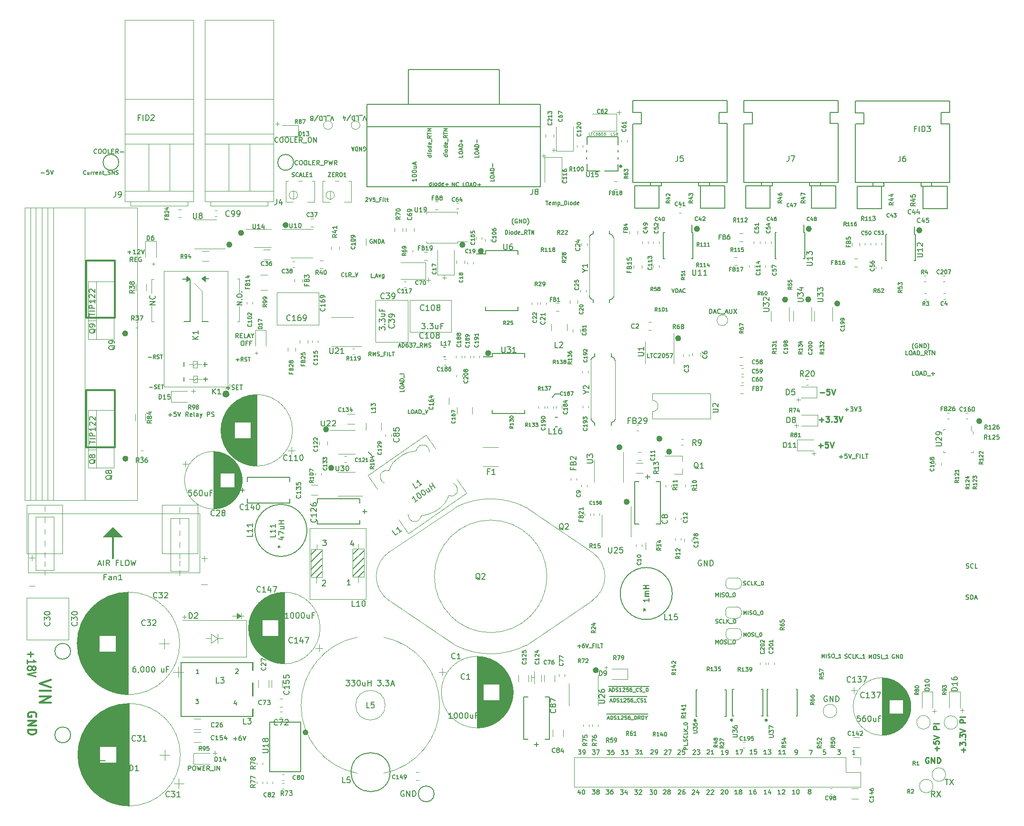
<source format=gbr>
G04 #@! TF.GenerationSoftware,KiCad,Pcbnew,5.1.5-52549c5~84~ubuntu18.04.1*
G04 #@! TF.CreationDate,2020-01-14T00:11:38-08:00*
G04 #@! TF.ProjectId,Pi_Blackbox,50695f42-6c61-4636-9b62-6f782e6b6963,R3*
G04 #@! TF.SameCoordinates,Original*
G04 #@! TF.FileFunction,Legend,Top*
G04 #@! TF.FilePolarity,Positive*
%FSLAX46Y46*%
G04 Gerber Fmt 4.6, Leading zero omitted, Abs format (unit mm)*
G04 Created by KiCad (PCBNEW 5.1.5-52549c5~84~ubuntu18.04.1) date 2020-01-14 00:11:38*
%MOMM*%
%LPD*%
G04 APERTURE LIST*
%ADD10C,0.080000*%
%ADD11C,0.100000*%
%ADD12C,0.150000*%
%ADD13C,0.250000*%
%ADD14C,0.200000*%
%ADD15C,0.175000*%
%ADD16C,0.187500*%
%ADD17C,0.300000*%
%ADD18C,0.287500*%
%ADD19C,0.120000*%
%ADD20C,0.050000*%
%ADD21C,0.350000*%
%ADD22C,0.152400*%
%ADD23C,0.127000*%
%ADD24C,0.125000*%
G04 APERTURE END LIST*
D10*
X164230000Y-134160000D02*
X164230000Y-134690000D01*
X163970000Y-134420000D02*
X164500000Y-134420000D01*
X83800000Y-62430000D02*
X83800000Y-62960000D01*
X83540000Y-62690000D02*
X84070000Y-62690000D01*
X101800000Y-78480000D02*
X102330000Y-78480000D01*
X102060000Y-78220000D02*
X102060000Y-78750000D01*
D11*
X90870000Y-84940000D02*
X90870000Y-85660000D01*
X90510000Y-85290000D02*
X91230000Y-85290000D01*
D12*
X91293333Y-140051904D02*
X91788571Y-140051904D01*
X91521904Y-140356666D01*
X91636190Y-140356666D01*
X91712380Y-140394761D01*
X91750476Y-140432857D01*
X91788571Y-140509047D01*
X91788571Y-140699523D01*
X91750476Y-140775714D01*
X91712380Y-140813809D01*
X91636190Y-140851904D01*
X91407619Y-140851904D01*
X91331428Y-140813809D01*
X91293333Y-140775714D01*
X98512380Y-140578571D02*
X98512380Y-141111904D01*
X98321904Y-140273809D02*
X98131428Y-140845238D01*
X98626666Y-140845238D01*
X98431428Y-134738095D02*
X98469523Y-134700000D01*
X98545714Y-134661904D01*
X98736190Y-134661904D01*
X98812380Y-134700000D01*
X98850476Y-134738095D01*
X98888571Y-134814285D01*
X98888571Y-134890476D01*
X98850476Y-135004761D01*
X98393333Y-135461904D01*
X98888571Y-135461904D01*
X91858571Y-135491904D02*
X91401428Y-135491904D01*
X91630000Y-135491904D02*
X91630000Y-134691904D01*
X91553809Y-134806190D01*
X91477619Y-134882380D01*
X91401428Y-134920476D01*
D11*
X132260000Y-65520000D02*
X132980000Y-65520000D01*
X132620000Y-65170000D02*
X132620000Y-65890000D01*
X135100000Y-65100000D02*
X135820000Y-65100000D01*
X135460000Y-64750000D02*
X135460000Y-65470000D01*
X88940000Y-125420000D02*
X89660000Y-125420000D01*
X89300000Y-125070000D02*
X89300000Y-125790000D01*
X152780000Y-43500000D02*
X153500000Y-43500000D01*
X153140000Y-43150000D02*
X153140000Y-43870000D01*
X154530000Y-42440000D02*
X155250000Y-42440000D01*
X154890000Y-42090000D02*
X154890000Y-42810000D01*
X166110000Y-35770000D02*
X166830000Y-35770000D01*
X166470000Y-35420000D02*
X166470000Y-36140000D01*
X105440000Y-37760000D02*
X106160000Y-37760000D01*
X105800000Y-37410000D02*
X105800000Y-38130000D01*
X94360000Y-149600000D02*
X95080000Y-149600000D01*
X94720000Y-149250000D02*
X94720000Y-149970000D01*
X227120000Y-142050000D02*
X227840000Y-142050000D01*
X227480000Y-141700000D02*
X227480000Y-142420000D01*
X222200000Y-142160000D02*
X222920000Y-142160000D01*
X222560000Y-141810000D02*
X222560000Y-142530000D01*
D13*
X202204285Y-85541428D02*
X202966190Y-85541428D01*
X203918571Y-84922380D02*
X203442380Y-84922380D01*
X203394761Y-85398571D01*
X203442380Y-85350952D01*
X203537619Y-85303333D01*
X203775714Y-85303333D01*
X203870952Y-85350952D01*
X203918571Y-85398571D01*
X203966190Y-85493809D01*
X203966190Y-85731904D01*
X203918571Y-85827142D01*
X203870952Y-85874761D01*
X203775714Y-85922380D01*
X203537619Y-85922380D01*
X203442380Y-85874761D01*
X203394761Y-85827142D01*
X204251904Y-84922380D02*
X204585238Y-85922380D01*
X204918571Y-84922380D01*
D11*
X200760000Y-96360000D02*
X201480000Y-96360000D01*
X201120000Y-96010000D02*
X201120000Y-96730000D01*
X197680000Y-91420000D02*
X198400000Y-91420000D01*
X198040000Y-91070000D02*
X198040000Y-91790000D01*
X198010000Y-86800000D02*
X198730000Y-86800000D01*
X198370000Y-86450000D02*
X198370000Y-87170000D01*
D12*
X228197619Y-116703809D02*
X228311904Y-116741904D01*
X228502380Y-116741904D01*
X228578571Y-116703809D01*
X228616666Y-116665714D01*
X228654761Y-116589523D01*
X228654761Y-116513333D01*
X228616666Y-116437142D01*
X228578571Y-116399047D01*
X228502380Y-116360952D01*
X228350000Y-116322857D01*
X228273809Y-116284761D01*
X228235714Y-116246666D01*
X228197619Y-116170476D01*
X228197619Y-116094285D01*
X228235714Y-116018095D01*
X228273809Y-115980000D01*
X228350000Y-115941904D01*
X228540476Y-115941904D01*
X228654761Y-115980000D01*
X229454761Y-116665714D02*
X229416666Y-116703809D01*
X229302380Y-116741904D01*
X229226190Y-116741904D01*
X229111904Y-116703809D01*
X229035714Y-116627619D01*
X228997619Y-116551428D01*
X228959523Y-116399047D01*
X228959523Y-116284761D01*
X228997619Y-116132380D01*
X229035714Y-116056190D01*
X229111904Y-115980000D01*
X229226190Y-115941904D01*
X229302380Y-115941904D01*
X229416666Y-115980000D01*
X229454761Y-116018095D01*
X230178571Y-116741904D02*
X229797619Y-116741904D01*
X229797619Y-115941904D01*
X228158571Y-122253809D02*
X228272857Y-122291904D01*
X228463333Y-122291904D01*
X228539523Y-122253809D01*
X228577619Y-122215714D01*
X228615714Y-122139523D01*
X228615714Y-122063333D01*
X228577619Y-121987142D01*
X228539523Y-121949047D01*
X228463333Y-121910952D01*
X228310952Y-121872857D01*
X228234761Y-121834761D01*
X228196666Y-121796666D01*
X228158571Y-121720476D01*
X228158571Y-121644285D01*
X228196666Y-121568095D01*
X228234761Y-121530000D01*
X228310952Y-121491904D01*
X228501428Y-121491904D01*
X228615714Y-121530000D01*
X228958571Y-122291904D02*
X228958571Y-121491904D01*
X229149047Y-121491904D01*
X229263333Y-121530000D01*
X229339523Y-121606190D01*
X229377619Y-121682380D01*
X229415714Y-121834761D01*
X229415714Y-121949047D01*
X229377619Y-122101428D01*
X229339523Y-122177619D01*
X229263333Y-122253809D01*
X229149047Y-122291904D01*
X228958571Y-122291904D01*
X229720476Y-122063333D02*
X230101428Y-122063333D01*
X229644285Y-122291904D02*
X229910952Y-121491904D01*
X230177619Y-122291904D01*
X147760000Y-55725000D02*
X147724285Y-55689285D01*
X147652857Y-55582142D01*
X147617142Y-55510714D01*
X147581428Y-55403571D01*
X147545714Y-55225000D01*
X147545714Y-55082142D01*
X147581428Y-54903571D01*
X147617142Y-54796428D01*
X147652857Y-54725000D01*
X147724285Y-54617857D01*
X147760000Y-54582142D01*
X148438571Y-54725000D02*
X148367142Y-54689285D01*
X148260000Y-54689285D01*
X148152857Y-54725000D01*
X148081428Y-54796428D01*
X148045714Y-54867857D01*
X148010000Y-55010714D01*
X148010000Y-55117857D01*
X148045714Y-55260714D01*
X148081428Y-55332142D01*
X148152857Y-55403571D01*
X148260000Y-55439285D01*
X148331428Y-55439285D01*
X148438571Y-55403571D01*
X148474285Y-55367857D01*
X148474285Y-55117857D01*
X148331428Y-55117857D01*
X148795714Y-55439285D02*
X148795714Y-54689285D01*
X149224285Y-55439285D01*
X149224285Y-54689285D01*
X149581428Y-55439285D02*
X149581428Y-54689285D01*
X149760000Y-54689285D01*
X149867142Y-54725000D01*
X149938571Y-54796428D01*
X149974285Y-54867857D01*
X150010000Y-55010714D01*
X150010000Y-55117857D01*
X149974285Y-55260714D01*
X149938571Y-55332142D01*
X149867142Y-55403571D01*
X149760000Y-55439285D01*
X149581428Y-55439285D01*
X150260000Y-55725000D02*
X150295714Y-55689285D01*
X150367142Y-55582142D01*
X150402857Y-55510714D01*
X150438571Y-55403571D01*
X150474285Y-55225000D01*
X150474285Y-55082142D01*
X150438571Y-54903571D01*
X150402857Y-54796428D01*
X150367142Y-54725000D01*
X150295714Y-54617857D01*
X150260000Y-54582142D01*
X218870000Y-77875000D02*
X218834285Y-77839285D01*
X218762857Y-77732142D01*
X218727142Y-77660714D01*
X218691428Y-77553571D01*
X218655714Y-77375000D01*
X218655714Y-77232142D01*
X218691428Y-77053571D01*
X218727142Y-76946428D01*
X218762857Y-76875000D01*
X218834285Y-76767857D01*
X218870000Y-76732142D01*
X219548571Y-76875000D02*
X219477142Y-76839285D01*
X219370000Y-76839285D01*
X219262857Y-76875000D01*
X219191428Y-76946428D01*
X219155714Y-77017857D01*
X219120000Y-77160714D01*
X219120000Y-77267857D01*
X219155714Y-77410714D01*
X219191428Y-77482142D01*
X219262857Y-77553571D01*
X219370000Y-77589285D01*
X219441428Y-77589285D01*
X219548571Y-77553571D01*
X219584285Y-77517857D01*
X219584285Y-77267857D01*
X219441428Y-77267857D01*
X219905714Y-77589285D02*
X219905714Y-76839285D01*
X220334285Y-77589285D01*
X220334285Y-76839285D01*
X220691428Y-77589285D02*
X220691428Y-76839285D01*
X220870000Y-76839285D01*
X220977142Y-76875000D01*
X221048571Y-76946428D01*
X221084285Y-77017857D01*
X221120000Y-77160714D01*
X221120000Y-77267857D01*
X221084285Y-77410714D01*
X221048571Y-77482142D01*
X220977142Y-77553571D01*
X220870000Y-77589285D01*
X220691428Y-77589285D01*
X221370000Y-77875000D02*
X221405714Y-77839285D01*
X221477142Y-77732142D01*
X221512857Y-77660714D01*
X221548571Y-77553571D01*
X221584285Y-77375000D01*
X221584285Y-77232142D01*
X221548571Y-77053571D01*
X221512857Y-76946428D01*
X221477142Y-76875000D01*
X221405714Y-76767857D01*
X221370000Y-76732142D01*
X217853571Y-78859285D02*
X217496428Y-78859285D01*
X217496428Y-78109285D01*
X218246428Y-78109285D02*
X218389285Y-78109285D01*
X218460714Y-78145000D01*
X218532142Y-78216428D01*
X218567857Y-78359285D01*
X218567857Y-78609285D01*
X218532142Y-78752142D01*
X218460714Y-78823571D01*
X218389285Y-78859285D01*
X218246428Y-78859285D01*
X218175000Y-78823571D01*
X218103571Y-78752142D01*
X218067857Y-78609285D01*
X218067857Y-78359285D01*
X218103571Y-78216428D01*
X218175000Y-78145000D01*
X218246428Y-78109285D01*
X218853571Y-78645000D02*
X219210714Y-78645000D01*
X218782142Y-78859285D02*
X219032142Y-78109285D01*
X219282142Y-78859285D01*
X219532142Y-78859285D02*
X219532142Y-78109285D01*
X219710714Y-78109285D01*
X219817857Y-78145000D01*
X219889285Y-78216428D01*
X219925000Y-78287857D01*
X219960714Y-78430714D01*
X219960714Y-78537857D01*
X219925000Y-78680714D01*
X219889285Y-78752142D01*
X219817857Y-78823571D01*
X219710714Y-78859285D01*
X219532142Y-78859285D01*
X220103571Y-78930714D02*
X220675000Y-78930714D01*
X221282142Y-78859285D02*
X221032142Y-78502142D01*
X220853571Y-78859285D02*
X220853571Y-78109285D01*
X221139285Y-78109285D01*
X221210714Y-78145000D01*
X221246428Y-78180714D01*
X221282142Y-78252142D01*
X221282142Y-78359285D01*
X221246428Y-78430714D01*
X221210714Y-78466428D01*
X221139285Y-78502142D01*
X220853571Y-78502142D01*
X221496428Y-78109285D02*
X221925000Y-78109285D01*
X221710714Y-78859285D02*
X221710714Y-78109285D01*
X222175000Y-78859285D02*
X222175000Y-78109285D01*
X222603571Y-78859285D01*
X222603571Y-78109285D01*
X219032857Y-82469285D02*
X218675714Y-82469285D01*
X218675714Y-81719285D01*
X219425714Y-81719285D02*
X219568571Y-81719285D01*
X219640000Y-81755000D01*
X219711428Y-81826428D01*
X219747142Y-81969285D01*
X219747142Y-82219285D01*
X219711428Y-82362142D01*
X219640000Y-82433571D01*
X219568571Y-82469285D01*
X219425714Y-82469285D01*
X219354285Y-82433571D01*
X219282857Y-82362142D01*
X219247142Y-82219285D01*
X219247142Y-81969285D01*
X219282857Y-81826428D01*
X219354285Y-81755000D01*
X219425714Y-81719285D01*
X220032857Y-82255000D02*
X220390000Y-82255000D01*
X219961428Y-82469285D02*
X220211428Y-81719285D01*
X220461428Y-82469285D01*
X220711428Y-82469285D02*
X220711428Y-81719285D01*
X220890000Y-81719285D01*
X220997142Y-81755000D01*
X221068571Y-81826428D01*
X221104285Y-81897857D01*
X221140000Y-82040714D01*
X221140000Y-82147857D01*
X221104285Y-82290714D01*
X221068571Y-82362142D01*
X220997142Y-82433571D01*
X220890000Y-82469285D01*
X220711428Y-82469285D01*
X221282857Y-82540714D02*
X221854285Y-82540714D01*
X222032857Y-82183571D02*
X222604285Y-82183571D01*
X222318571Y-82469285D02*
X222318571Y-81897857D01*
X79240476Y-60602142D02*
X79850000Y-60602142D01*
X79545238Y-60906904D02*
X79545238Y-60297380D01*
X80650000Y-60906904D02*
X80192857Y-60906904D01*
X80421428Y-60906904D02*
X80421428Y-60106904D01*
X80345238Y-60221190D01*
X80269047Y-60297380D01*
X80192857Y-60335476D01*
X80954761Y-60183095D02*
X80992857Y-60145000D01*
X81069047Y-60106904D01*
X81259523Y-60106904D01*
X81335714Y-60145000D01*
X81373809Y-60183095D01*
X81411904Y-60259285D01*
X81411904Y-60335476D01*
X81373809Y-60449761D01*
X80916666Y-60906904D01*
X81411904Y-60906904D01*
X81640476Y-60106904D02*
X81907142Y-60906904D01*
X82173809Y-60106904D01*
X80135714Y-62256904D02*
X79869047Y-61875952D01*
X79678571Y-62256904D02*
X79678571Y-61456904D01*
X79983333Y-61456904D01*
X80059523Y-61495000D01*
X80097619Y-61533095D01*
X80135714Y-61609285D01*
X80135714Y-61723571D01*
X80097619Y-61799761D01*
X80059523Y-61837857D01*
X79983333Y-61875952D01*
X79678571Y-61875952D01*
X80478571Y-61837857D02*
X80745238Y-61837857D01*
X80859523Y-62256904D02*
X80478571Y-62256904D01*
X80478571Y-61456904D01*
X80859523Y-61456904D01*
X81621428Y-61495000D02*
X81545238Y-61456904D01*
X81430952Y-61456904D01*
X81316666Y-61495000D01*
X81240476Y-61571190D01*
X81202380Y-61647380D01*
X81164285Y-61799761D01*
X81164285Y-61914047D01*
X81202380Y-62066428D01*
X81240476Y-62142619D01*
X81316666Y-62218809D01*
X81430952Y-62256904D01*
X81507142Y-62256904D01*
X81621428Y-62218809D01*
X81659523Y-62180714D01*
X81659523Y-61914047D01*
X81507142Y-61914047D01*
X98871428Y-75816904D02*
X98604761Y-75435952D01*
X98414285Y-75816904D02*
X98414285Y-75016904D01*
X98719047Y-75016904D01*
X98795238Y-75055000D01*
X98833333Y-75093095D01*
X98871428Y-75169285D01*
X98871428Y-75283571D01*
X98833333Y-75359761D01*
X98795238Y-75397857D01*
X98719047Y-75435952D01*
X98414285Y-75435952D01*
X99214285Y-75397857D02*
X99480952Y-75397857D01*
X99595238Y-75816904D02*
X99214285Y-75816904D01*
X99214285Y-75016904D01*
X99595238Y-75016904D01*
X100319047Y-75816904D02*
X99938095Y-75816904D01*
X99938095Y-75016904D01*
X100547619Y-75588333D02*
X100928571Y-75588333D01*
X100471428Y-75816904D02*
X100738095Y-75016904D01*
X101004761Y-75816904D01*
X101423809Y-75435952D02*
X101423809Y-75816904D01*
X101157142Y-75016904D02*
X101423809Y-75435952D01*
X101690476Y-75016904D01*
X99538095Y-76366904D02*
X99690476Y-76366904D01*
X99766666Y-76405000D01*
X99842857Y-76481190D01*
X99880952Y-76633571D01*
X99880952Y-76900238D01*
X99842857Y-77052619D01*
X99766666Y-77128809D01*
X99690476Y-77166904D01*
X99538095Y-77166904D01*
X99461904Y-77128809D01*
X99385714Y-77052619D01*
X99347619Y-76900238D01*
X99347619Y-76633571D01*
X99385714Y-76481190D01*
X99461904Y-76405000D01*
X99538095Y-76366904D01*
X100490476Y-76747857D02*
X100223809Y-76747857D01*
X100223809Y-77166904D02*
X100223809Y-76366904D01*
X100604761Y-76366904D01*
X101176190Y-76747857D02*
X100909523Y-76747857D01*
X100909523Y-77166904D02*
X100909523Y-76366904D01*
X101290476Y-76366904D01*
D14*
X86461904Y-89497142D02*
X87071428Y-89497142D01*
X86766666Y-89801904D02*
X86766666Y-89192380D01*
X87833333Y-89001904D02*
X87452380Y-89001904D01*
X87414285Y-89382857D01*
X87452380Y-89344761D01*
X87528571Y-89306666D01*
X87719047Y-89306666D01*
X87795238Y-89344761D01*
X87833333Y-89382857D01*
X87871428Y-89459047D01*
X87871428Y-89649523D01*
X87833333Y-89725714D01*
X87795238Y-89763809D01*
X87719047Y-89801904D01*
X87528571Y-89801904D01*
X87452380Y-89763809D01*
X87414285Y-89725714D01*
X88100000Y-89001904D02*
X88366666Y-89801904D01*
X88633333Y-89001904D01*
X89966666Y-89801904D02*
X89700000Y-89420952D01*
X89509523Y-89801904D02*
X89509523Y-89001904D01*
X89814285Y-89001904D01*
X89890476Y-89040000D01*
X89928571Y-89078095D01*
X89966666Y-89154285D01*
X89966666Y-89268571D01*
X89928571Y-89344761D01*
X89890476Y-89382857D01*
X89814285Y-89420952D01*
X89509523Y-89420952D01*
X90614285Y-89763809D02*
X90538095Y-89801904D01*
X90385714Y-89801904D01*
X90309523Y-89763809D01*
X90271428Y-89687619D01*
X90271428Y-89382857D01*
X90309523Y-89306666D01*
X90385714Y-89268571D01*
X90538095Y-89268571D01*
X90614285Y-89306666D01*
X90652380Y-89382857D01*
X90652380Y-89459047D01*
X90271428Y-89535238D01*
X91109523Y-89801904D02*
X91033333Y-89763809D01*
X90995238Y-89687619D01*
X90995238Y-89001904D01*
X91757142Y-89801904D02*
X91757142Y-89382857D01*
X91719047Y-89306666D01*
X91642857Y-89268571D01*
X91490476Y-89268571D01*
X91414285Y-89306666D01*
X91757142Y-89763809D02*
X91680952Y-89801904D01*
X91490476Y-89801904D01*
X91414285Y-89763809D01*
X91376190Y-89687619D01*
X91376190Y-89611428D01*
X91414285Y-89535238D01*
X91490476Y-89497142D01*
X91680952Y-89497142D01*
X91757142Y-89459047D01*
X92061904Y-89268571D02*
X92252380Y-89801904D01*
X92442857Y-89268571D02*
X92252380Y-89801904D01*
X92176190Y-89992380D01*
X92138095Y-90030476D01*
X92061904Y-90068571D01*
X93357142Y-89801904D02*
X93357142Y-89001904D01*
X93661904Y-89001904D01*
X93738095Y-89040000D01*
X93776190Y-89078095D01*
X93814285Y-89154285D01*
X93814285Y-89268571D01*
X93776190Y-89344761D01*
X93738095Y-89382857D01*
X93661904Y-89420952D01*
X93357142Y-89420952D01*
X94119047Y-89763809D02*
X94233333Y-89801904D01*
X94423809Y-89801904D01*
X94500000Y-89763809D01*
X94538095Y-89725714D01*
X94576190Y-89649523D01*
X94576190Y-89573333D01*
X94538095Y-89497142D01*
X94500000Y-89459047D01*
X94423809Y-89420952D01*
X94271428Y-89382857D01*
X94195238Y-89344761D01*
X94157142Y-89306666D01*
X94119047Y-89230476D01*
X94119047Y-89154285D01*
X94157142Y-89078095D01*
X94195238Y-89040000D01*
X94271428Y-89001904D01*
X94461904Y-89001904D01*
X94576190Y-89040000D01*
X139141180Y-59280000D02*
G75*
G03X139141180Y-59280000I-456180J0D01*
G01*
D12*
G36*
X138985000Y-59030000D02*
G01*
X139095000Y-59300000D01*
X138995000Y-59580000D01*
X138455000Y-59650000D01*
X138285000Y-59270000D01*
X138335000Y-59070000D01*
X138525000Y-58910000D01*
X138745000Y-58890000D01*
X138985000Y-59030000D01*
G37*
X138985000Y-59030000D02*
X139095000Y-59300000D01*
X138995000Y-59580000D01*
X138455000Y-59650000D01*
X138285000Y-59270000D01*
X138335000Y-59070000D01*
X138525000Y-58910000D01*
X138745000Y-58890000D01*
X138985000Y-59030000D01*
D14*
X97731180Y-59250000D02*
G75*
G03X97731180Y-59250000I-456180J0D01*
G01*
D12*
G36*
X97575000Y-59000000D02*
G01*
X97685000Y-59270000D01*
X97585000Y-59550000D01*
X97045000Y-59620000D01*
X96875000Y-59240000D01*
X96925000Y-59040000D01*
X97115000Y-58880000D01*
X97335000Y-58860000D01*
X97575000Y-59000000D01*
G37*
X97575000Y-59000000D02*
X97685000Y-59270000D01*
X97585000Y-59550000D01*
X97045000Y-59620000D01*
X96875000Y-59240000D01*
X96925000Y-59040000D01*
X97115000Y-58880000D01*
X97335000Y-58860000D01*
X97575000Y-59000000D01*
D14*
X99811180Y-57160000D02*
G75*
G03X99811180Y-57160000I-456180J0D01*
G01*
D12*
G36*
X99655000Y-56910000D02*
G01*
X99765000Y-57180000D01*
X99665000Y-57460000D01*
X99125000Y-57530000D01*
X98955000Y-57150000D01*
X99005000Y-56950000D01*
X99195000Y-56790000D01*
X99415000Y-56770000D01*
X99655000Y-56910000D01*
G37*
X99655000Y-56910000D02*
X99765000Y-57180000D01*
X99665000Y-57460000D01*
X99125000Y-57530000D01*
X98955000Y-57150000D01*
X99005000Y-56950000D01*
X99195000Y-56790000D01*
X99415000Y-56770000D01*
X99655000Y-56910000D01*
D14*
X107731180Y-55780000D02*
G75*
G03X107731180Y-55780000I-456180J0D01*
G01*
D12*
G36*
X107575000Y-55530000D02*
G01*
X107685000Y-55800000D01*
X107585000Y-56080000D01*
X107045000Y-56150000D01*
X106875000Y-55770000D01*
X106925000Y-55570000D01*
X107115000Y-55410000D01*
X107335000Y-55390000D01*
X107575000Y-55530000D01*
G37*
X107575000Y-55530000D02*
X107685000Y-55800000D01*
X107585000Y-56080000D01*
X107045000Y-56150000D01*
X106875000Y-55770000D01*
X106925000Y-55570000D01*
X107115000Y-55410000D01*
X107335000Y-55390000D01*
X107575000Y-55530000D01*
D14*
X79221180Y-75040000D02*
G75*
G03X79221180Y-75040000I-456180J0D01*
G01*
D12*
G36*
X79065000Y-74790000D02*
G01*
X79175000Y-75060000D01*
X79075000Y-75340000D01*
X78535000Y-75410000D01*
X78365000Y-75030000D01*
X78415000Y-74830000D01*
X78605000Y-74670000D01*
X78825000Y-74650000D01*
X79065000Y-74790000D01*
G37*
X79065000Y-74790000D02*
X79175000Y-75060000D01*
X79075000Y-75340000D01*
X78535000Y-75410000D01*
X78365000Y-75030000D01*
X78415000Y-74830000D01*
X78605000Y-74670000D01*
X78825000Y-74650000D01*
X79065000Y-74790000D01*
D14*
X79261180Y-97290000D02*
G75*
G03X79261180Y-97290000I-456180J0D01*
G01*
D12*
G36*
X79105000Y-97040000D02*
G01*
X79215000Y-97310000D01*
X79115000Y-97590000D01*
X78575000Y-97660000D01*
X78405000Y-97280000D01*
X78455000Y-97080000D01*
X78645000Y-96920000D01*
X78865000Y-96900000D01*
X79105000Y-97040000D01*
G37*
X79105000Y-97040000D02*
X79215000Y-97310000D01*
X79115000Y-97590000D01*
X78575000Y-97660000D01*
X78405000Y-97280000D01*
X78455000Y-97080000D01*
X78645000Y-96920000D01*
X78865000Y-96900000D01*
X79105000Y-97040000D01*
D14*
X114911180Y-92080000D02*
G75*
G03X114911180Y-92080000I-456180J0D01*
G01*
D12*
G36*
X114755000Y-91830000D02*
G01*
X114865000Y-92100000D01*
X114765000Y-92380000D01*
X114225000Y-92450000D01*
X114055000Y-92070000D01*
X114105000Y-91870000D01*
X114295000Y-91710000D01*
X114515000Y-91690000D01*
X114755000Y-91830000D01*
G37*
X114755000Y-91830000D02*
X114865000Y-92100000D01*
X114765000Y-92380000D01*
X114225000Y-92450000D01*
X114055000Y-92070000D01*
X114105000Y-91870000D01*
X114295000Y-91710000D01*
X114515000Y-91690000D01*
X114755000Y-91830000D01*
D14*
X115821180Y-98930000D02*
G75*
G03X115821180Y-98930000I-456180J0D01*
G01*
D12*
G36*
X115665000Y-98680000D02*
G01*
X115775000Y-98950000D01*
X115675000Y-99230000D01*
X115135000Y-99300000D01*
X114965000Y-98920000D01*
X115015000Y-98720000D01*
X115205000Y-98560000D01*
X115425000Y-98540000D01*
X115665000Y-98680000D01*
G37*
X115665000Y-98680000D02*
X115775000Y-98950000D01*
X115675000Y-99230000D01*
X115135000Y-99300000D01*
X114965000Y-98920000D01*
X115015000Y-98720000D01*
X115205000Y-98560000D01*
X115425000Y-98540000D01*
X115665000Y-98680000D01*
D14*
X143721180Y-78530000D02*
G75*
G03X143721180Y-78530000I-456180J0D01*
G01*
D12*
G36*
X143565000Y-78280000D02*
G01*
X143675000Y-78550000D01*
X143575000Y-78830000D01*
X143035000Y-78900000D01*
X142865000Y-78520000D01*
X142915000Y-78320000D01*
X143105000Y-78160000D01*
X143325000Y-78140000D01*
X143565000Y-78280000D01*
G37*
X143565000Y-78280000D02*
X143675000Y-78550000D01*
X143575000Y-78830000D01*
X143035000Y-78900000D01*
X142865000Y-78520000D01*
X142915000Y-78320000D01*
X143105000Y-78160000D01*
X143325000Y-78140000D01*
X143565000Y-78280000D01*
D14*
X175871180Y-96060000D02*
G75*
G03X175871180Y-96060000I-456180J0D01*
G01*
D12*
G36*
X175715000Y-95810000D02*
G01*
X175825000Y-96080000D01*
X175725000Y-96360000D01*
X175185000Y-96430000D01*
X175015000Y-96050000D01*
X175065000Y-95850000D01*
X175255000Y-95690000D01*
X175475000Y-95670000D01*
X175715000Y-95810000D01*
G37*
X175715000Y-95810000D02*
X175825000Y-96080000D01*
X175725000Y-96360000D01*
X175185000Y-96430000D01*
X175015000Y-96050000D01*
X175065000Y-95850000D01*
X175255000Y-95690000D01*
X175475000Y-95670000D01*
X175715000Y-95810000D01*
D14*
X196481180Y-69020000D02*
G75*
G03X196481180Y-69020000I-456180J0D01*
G01*
D12*
G36*
X196325000Y-68770000D02*
G01*
X196435000Y-69040000D01*
X196335000Y-69320000D01*
X195795000Y-69390000D01*
X195625000Y-69010000D01*
X195675000Y-68810000D01*
X195865000Y-68650000D01*
X196085000Y-68630000D01*
X196325000Y-68770000D01*
G37*
X196325000Y-68770000D02*
X196435000Y-69040000D01*
X196335000Y-69320000D01*
X195795000Y-69390000D01*
X195625000Y-69010000D01*
X195675000Y-68810000D01*
X195865000Y-68650000D01*
X196085000Y-68630000D01*
X196325000Y-68770000D01*
D14*
X200591180Y-68990000D02*
G75*
G03X200591180Y-68990000I-456180J0D01*
G01*
D12*
G36*
X200435000Y-68740000D02*
G01*
X200545000Y-69010000D01*
X200445000Y-69290000D01*
X199905000Y-69360000D01*
X199735000Y-68980000D01*
X199785000Y-68780000D01*
X199975000Y-68620000D01*
X200195000Y-68600000D01*
X200435000Y-68740000D01*
G37*
X200435000Y-68740000D02*
X200545000Y-69010000D01*
X200445000Y-69290000D01*
X199905000Y-69360000D01*
X199735000Y-68980000D01*
X199785000Y-68780000D01*
X199975000Y-68620000D01*
X200195000Y-68600000D01*
X200435000Y-68740000D01*
D14*
X205741180Y-69710000D02*
G75*
G03X205741180Y-69710000I-456180J0D01*
G01*
D12*
G36*
X205585000Y-69460000D02*
G01*
X205695000Y-69730000D01*
X205595000Y-70010000D01*
X205055000Y-70080000D01*
X204885000Y-69700000D01*
X204935000Y-69500000D01*
X205125000Y-69340000D01*
X205345000Y-69320000D01*
X205585000Y-69460000D01*
G37*
X205585000Y-69460000D02*
X205695000Y-69730000D01*
X205595000Y-70010000D01*
X205055000Y-70080000D01*
X204885000Y-69700000D01*
X204935000Y-69500000D01*
X205125000Y-69340000D01*
X205345000Y-69320000D01*
X205585000Y-69460000D01*
D14*
X230971180Y-90620000D02*
G75*
G03X230971180Y-90620000I-456180J0D01*
G01*
D12*
G36*
X230815000Y-90370000D02*
G01*
X230925000Y-90640000D01*
X230825000Y-90920000D01*
X230285000Y-90990000D01*
X230115000Y-90610000D01*
X230165000Y-90410000D01*
X230355000Y-90250000D01*
X230575000Y-90230000D01*
X230815000Y-90370000D01*
G37*
X230815000Y-90370000D02*
X230925000Y-90640000D01*
X230825000Y-90920000D01*
X230285000Y-90990000D01*
X230115000Y-90610000D01*
X230165000Y-90410000D01*
X230355000Y-90250000D01*
X230575000Y-90230000D01*
X230815000Y-90370000D01*
D14*
X167041180Y-95260000D02*
G75*
G03X167041180Y-95260000I-456180J0D01*
G01*
D12*
G36*
X166885000Y-95010000D02*
G01*
X166995000Y-95280000D01*
X166895000Y-95560000D01*
X166355000Y-95630000D01*
X166185000Y-95250000D01*
X166235000Y-95050000D01*
X166425000Y-94890000D01*
X166645000Y-94870000D01*
X166885000Y-95010000D01*
G37*
X166885000Y-95010000D02*
X166995000Y-95280000D01*
X166895000Y-95560000D01*
X166355000Y-95630000D01*
X166185000Y-95250000D01*
X166235000Y-95050000D01*
X166425000Y-94890000D01*
X166645000Y-94870000D01*
X166885000Y-95010000D01*
D14*
X168331180Y-104970000D02*
G75*
G03X168331180Y-104970000I-456180J0D01*
G01*
D12*
G36*
X168175000Y-104720000D02*
G01*
X168285000Y-104990000D01*
X168185000Y-105270000D01*
X167645000Y-105340000D01*
X167475000Y-104960000D01*
X167525000Y-104760000D01*
X167715000Y-104600000D01*
X167935000Y-104580000D01*
X168175000Y-104720000D01*
G37*
X168175000Y-104720000D02*
X168285000Y-104990000D01*
X168185000Y-105270000D01*
X167645000Y-105340000D01*
X167475000Y-104960000D01*
X167525000Y-104760000D01*
X167715000Y-104600000D01*
X167935000Y-104580000D01*
X168175000Y-104720000D01*
D14*
X162841180Y-134890000D02*
G75*
G03X162841180Y-134890000I-456180J0D01*
G01*
D12*
G36*
X162685000Y-134640000D02*
G01*
X162795000Y-134910000D01*
X162695000Y-135190000D01*
X162155000Y-135260000D01*
X161985000Y-134880000D01*
X162035000Y-134680000D01*
X162225000Y-134520000D01*
X162445000Y-134500000D01*
X162685000Y-134640000D01*
G37*
X162685000Y-134640000D02*
X162795000Y-134910000D01*
X162695000Y-135190000D01*
X162155000Y-135260000D01*
X161985000Y-134880000D01*
X162035000Y-134680000D01*
X162225000Y-134520000D01*
X162445000Y-134500000D01*
X162685000Y-134640000D01*
X200293809Y-156414761D02*
X200217619Y-156376666D01*
X200179523Y-156338571D01*
X200141428Y-156262380D01*
X200141428Y-156224285D01*
X200179523Y-156148095D01*
X200217619Y-156110000D01*
X200293809Y-156071904D01*
X200446190Y-156071904D01*
X200522380Y-156110000D01*
X200560476Y-156148095D01*
X200598571Y-156224285D01*
X200598571Y-156262380D01*
X200560476Y-156338571D01*
X200522380Y-156376666D01*
X200446190Y-156414761D01*
X200293809Y-156414761D01*
X200217619Y-156452857D01*
X200179523Y-156490952D01*
X200141428Y-156567142D01*
X200141428Y-156719523D01*
X200179523Y-156795714D01*
X200217619Y-156833809D01*
X200293809Y-156871904D01*
X200446190Y-156871904D01*
X200522380Y-156833809D01*
X200560476Y-156795714D01*
X200598571Y-156719523D01*
X200598571Y-156567142D01*
X200560476Y-156490952D01*
X200522380Y-156452857D01*
X200446190Y-156414761D01*
D14*
X105908571Y-40981428D02*
X105865714Y-41024285D01*
X105737142Y-41067142D01*
X105651428Y-41067142D01*
X105522857Y-41024285D01*
X105437142Y-40938571D01*
X105394285Y-40852857D01*
X105351428Y-40681428D01*
X105351428Y-40552857D01*
X105394285Y-40381428D01*
X105437142Y-40295714D01*
X105522857Y-40210000D01*
X105651428Y-40167142D01*
X105737142Y-40167142D01*
X105865714Y-40210000D01*
X105908571Y-40252857D01*
X106465714Y-40167142D02*
X106637142Y-40167142D01*
X106722857Y-40210000D01*
X106808571Y-40295714D01*
X106851428Y-40467142D01*
X106851428Y-40767142D01*
X106808571Y-40938571D01*
X106722857Y-41024285D01*
X106637142Y-41067142D01*
X106465714Y-41067142D01*
X106380000Y-41024285D01*
X106294285Y-40938571D01*
X106251428Y-40767142D01*
X106251428Y-40467142D01*
X106294285Y-40295714D01*
X106380000Y-40210000D01*
X106465714Y-40167142D01*
X107408571Y-40167142D02*
X107580000Y-40167142D01*
X107665714Y-40210000D01*
X107751428Y-40295714D01*
X107794285Y-40467142D01*
X107794285Y-40767142D01*
X107751428Y-40938571D01*
X107665714Y-41024285D01*
X107580000Y-41067142D01*
X107408571Y-41067142D01*
X107322857Y-41024285D01*
X107237142Y-40938571D01*
X107194285Y-40767142D01*
X107194285Y-40467142D01*
X107237142Y-40295714D01*
X107322857Y-40210000D01*
X107408571Y-40167142D01*
X108608571Y-41067142D02*
X108180000Y-41067142D01*
X108180000Y-40167142D01*
X108908571Y-40595714D02*
X109208571Y-40595714D01*
X109337142Y-41067142D02*
X108908571Y-41067142D01*
X108908571Y-40167142D01*
X109337142Y-40167142D01*
X110237142Y-41067142D02*
X109937142Y-40638571D01*
X109722857Y-41067142D02*
X109722857Y-40167142D01*
X110065714Y-40167142D01*
X110151428Y-40210000D01*
X110194285Y-40252857D01*
X110237142Y-40338571D01*
X110237142Y-40467142D01*
X110194285Y-40552857D01*
X110151428Y-40595714D01*
X110065714Y-40638571D01*
X109722857Y-40638571D01*
X110408571Y-41152857D02*
X111094285Y-41152857D01*
X111480000Y-40167142D02*
X111651428Y-40167142D01*
X111737142Y-40210000D01*
X111822857Y-40295714D01*
X111865714Y-40467142D01*
X111865714Y-40767142D01*
X111822857Y-40938571D01*
X111737142Y-41024285D01*
X111651428Y-41067142D01*
X111480000Y-41067142D01*
X111394285Y-41024285D01*
X111308571Y-40938571D01*
X111265714Y-40767142D01*
X111265714Y-40467142D01*
X111308571Y-40295714D01*
X111394285Y-40210000D01*
X111480000Y-40167142D01*
X112251428Y-41067142D02*
X112251428Y-40167142D01*
X112765714Y-41067142D01*
X112765714Y-40167142D01*
D12*
X141586666Y-43393333D02*
X141586666Y-43726666D01*
X140886666Y-43726666D01*
X140886666Y-43026666D02*
X140886666Y-42893333D01*
X140920000Y-42826666D01*
X140986666Y-42760000D01*
X141120000Y-42726666D01*
X141353333Y-42726666D01*
X141486666Y-42760000D01*
X141553333Y-42826666D01*
X141586666Y-42893333D01*
X141586666Y-43026666D01*
X141553333Y-43093333D01*
X141486666Y-43160000D01*
X141353333Y-43193333D01*
X141120000Y-43193333D01*
X140986666Y-43160000D01*
X140920000Y-43093333D01*
X140886666Y-43026666D01*
X141386666Y-42460000D02*
X141386666Y-42126666D01*
X141586666Y-42526666D02*
X140886666Y-42293333D01*
X141586666Y-42060000D01*
X141586666Y-41826666D02*
X140886666Y-41826666D01*
X140886666Y-41660000D01*
X140920000Y-41560000D01*
X140986666Y-41493333D01*
X141053333Y-41460000D01*
X141186666Y-41426666D01*
X141286666Y-41426666D01*
X141420000Y-41460000D01*
X141486666Y-41493333D01*
X141553333Y-41560000D01*
X141586666Y-41660000D01*
X141586666Y-41826666D01*
X141320000Y-41126666D02*
X141320000Y-40593333D01*
X144356666Y-47643333D02*
X144356666Y-47976666D01*
X143656666Y-47976666D01*
X143656666Y-47276666D02*
X143656666Y-47143333D01*
X143690000Y-47076666D01*
X143756666Y-47010000D01*
X143890000Y-46976666D01*
X144123333Y-46976666D01*
X144256666Y-47010000D01*
X144323333Y-47076666D01*
X144356666Y-47143333D01*
X144356666Y-47276666D01*
X144323333Y-47343333D01*
X144256666Y-47410000D01*
X144123333Y-47443333D01*
X143890000Y-47443333D01*
X143756666Y-47410000D01*
X143690000Y-47343333D01*
X143656666Y-47276666D01*
X144156666Y-46710000D02*
X144156666Y-46376666D01*
X144356666Y-46776666D02*
X143656666Y-46543333D01*
X144356666Y-46310000D01*
X144356666Y-46076666D02*
X143656666Y-46076666D01*
X143656666Y-45910000D01*
X143690000Y-45810000D01*
X143756666Y-45743333D01*
X143823333Y-45710000D01*
X143956666Y-45676666D01*
X144056666Y-45676666D01*
X144190000Y-45710000D01*
X144256666Y-45743333D01*
X144323333Y-45810000D01*
X144356666Y-45910000D01*
X144356666Y-46076666D01*
X144090000Y-45376666D02*
X144090000Y-44843333D01*
X138776666Y-43343333D02*
X138776666Y-43676666D01*
X138076666Y-43676666D01*
X138076666Y-42976666D02*
X138076666Y-42843333D01*
X138110000Y-42776666D01*
X138176666Y-42710000D01*
X138310000Y-42676666D01*
X138543333Y-42676666D01*
X138676666Y-42710000D01*
X138743333Y-42776666D01*
X138776666Y-42843333D01*
X138776666Y-42976666D01*
X138743333Y-43043333D01*
X138676666Y-43110000D01*
X138543333Y-43143333D01*
X138310000Y-43143333D01*
X138176666Y-43110000D01*
X138110000Y-43043333D01*
X138076666Y-42976666D01*
X138576666Y-42410000D02*
X138576666Y-42076666D01*
X138776666Y-42476666D02*
X138076666Y-42243333D01*
X138776666Y-42010000D01*
X138776666Y-41776666D02*
X138076666Y-41776666D01*
X138076666Y-41610000D01*
X138110000Y-41510000D01*
X138176666Y-41443333D01*
X138243333Y-41410000D01*
X138376666Y-41376666D01*
X138476666Y-41376666D01*
X138610000Y-41410000D01*
X138676666Y-41443333D01*
X138743333Y-41510000D01*
X138776666Y-41610000D01*
X138776666Y-41776666D01*
X138510000Y-41076666D02*
X138510000Y-40543333D01*
X138776666Y-40810000D02*
X138243333Y-40810000D01*
X139126666Y-48876666D02*
X138793333Y-48876666D01*
X138793333Y-48176666D01*
X139493333Y-48176666D02*
X139626666Y-48176666D01*
X139693333Y-48210000D01*
X139760000Y-48276666D01*
X139793333Y-48410000D01*
X139793333Y-48643333D01*
X139760000Y-48776666D01*
X139693333Y-48843333D01*
X139626666Y-48876666D01*
X139493333Y-48876666D01*
X139426666Y-48843333D01*
X139360000Y-48776666D01*
X139326666Y-48643333D01*
X139326666Y-48410000D01*
X139360000Y-48276666D01*
X139426666Y-48210000D01*
X139493333Y-48176666D01*
X140060000Y-48676666D02*
X140393333Y-48676666D01*
X139993333Y-48876666D02*
X140226666Y-48176666D01*
X140460000Y-48876666D01*
X140693333Y-48876666D02*
X140693333Y-48176666D01*
X140860000Y-48176666D01*
X140960000Y-48210000D01*
X141026666Y-48276666D01*
X141060000Y-48343333D01*
X141093333Y-48476666D01*
X141093333Y-48576666D01*
X141060000Y-48710000D01*
X141026666Y-48776666D01*
X140960000Y-48843333D01*
X140860000Y-48876666D01*
X140693333Y-48876666D01*
X141393333Y-48610000D02*
X141926666Y-48610000D01*
X141660000Y-48876666D02*
X141660000Y-48343333D01*
D15*
X136890000Y-48886666D02*
X136890000Y-48186666D01*
X137290000Y-48886666D01*
X137290000Y-48186666D01*
X138023333Y-48820000D02*
X137990000Y-48853333D01*
X137890000Y-48886666D01*
X137823333Y-48886666D01*
X137723333Y-48853333D01*
X137656666Y-48786666D01*
X137623333Y-48720000D01*
X137590000Y-48586666D01*
X137590000Y-48486666D01*
X137623333Y-48353333D01*
X137656666Y-48286666D01*
X137723333Y-48220000D01*
X137823333Y-48186666D01*
X137890000Y-48186666D01*
X137990000Y-48220000D01*
X138023333Y-48253333D01*
X133146666Y-48786666D02*
X133146666Y-48086666D01*
X133146666Y-48753333D02*
X133080000Y-48786666D01*
X132946666Y-48786666D01*
X132880000Y-48753333D01*
X132846666Y-48720000D01*
X132813333Y-48653333D01*
X132813333Y-48453333D01*
X132846666Y-48386666D01*
X132880000Y-48353333D01*
X132946666Y-48320000D01*
X133080000Y-48320000D01*
X133146666Y-48353333D01*
X133480000Y-48786666D02*
X133480000Y-48320000D01*
X133480000Y-48086666D02*
X133446666Y-48120000D01*
X133480000Y-48153333D01*
X133513333Y-48120000D01*
X133480000Y-48086666D01*
X133480000Y-48153333D01*
X133913333Y-48786666D02*
X133846666Y-48753333D01*
X133813333Y-48720000D01*
X133780000Y-48653333D01*
X133780000Y-48453333D01*
X133813333Y-48386666D01*
X133846666Y-48353333D01*
X133913333Y-48320000D01*
X134013333Y-48320000D01*
X134080000Y-48353333D01*
X134113333Y-48386666D01*
X134146666Y-48453333D01*
X134146666Y-48653333D01*
X134113333Y-48720000D01*
X134080000Y-48753333D01*
X134013333Y-48786666D01*
X133913333Y-48786666D01*
X134746666Y-48786666D02*
X134746666Y-48086666D01*
X134746666Y-48753333D02*
X134680000Y-48786666D01*
X134546666Y-48786666D01*
X134480000Y-48753333D01*
X134446666Y-48720000D01*
X134413333Y-48653333D01*
X134413333Y-48453333D01*
X134446666Y-48386666D01*
X134480000Y-48353333D01*
X134546666Y-48320000D01*
X134680000Y-48320000D01*
X134746666Y-48353333D01*
X135346666Y-48753333D02*
X135280000Y-48786666D01*
X135146666Y-48786666D01*
X135080000Y-48753333D01*
X135046666Y-48686666D01*
X135046666Y-48420000D01*
X135080000Y-48353333D01*
X135146666Y-48320000D01*
X135280000Y-48320000D01*
X135346666Y-48353333D01*
X135380000Y-48420000D01*
X135380000Y-48486666D01*
X135046666Y-48553333D01*
X135680000Y-48520000D02*
X136213333Y-48520000D01*
X135946666Y-48786666D02*
X135946666Y-48253333D01*
X136056666Y-43320000D02*
X135356666Y-43320000D01*
X136023333Y-43320000D02*
X136056666Y-43386666D01*
X136056666Y-43520000D01*
X136023333Y-43586666D01*
X135990000Y-43620000D01*
X135923333Y-43653333D01*
X135723333Y-43653333D01*
X135656666Y-43620000D01*
X135623333Y-43586666D01*
X135590000Y-43520000D01*
X135590000Y-43386666D01*
X135623333Y-43320000D01*
X136056666Y-42986666D02*
X135590000Y-42986666D01*
X135356666Y-42986666D02*
X135390000Y-43020000D01*
X135423333Y-42986666D01*
X135390000Y-42953333D01*
X135356666Y-42986666D01*
X135423333Y-42986666D01*
X136056666Y-42553333D02*
X136023333Y-42620000D01*
X135990000Y-42653333D01*
X135923333Y-42686666D01*
X135723333Y-42686666D01*
X135656666Y-42653333D01*
X135623333Y-42620000D01*
X135590000Y-42553333D01*
X135590000Y-42453333D01*
X135623333Y-42386666D01*
X135656666Y-42353333D01*
X135723333Y-42320000D01*
X135923333Y-42320000D01*
X135990000Y-42353333D01*
X136023333Y-42386666D01*
X136056666Y-42453333D01*
X136056666Y-42553333D01*
X136056666Y-41720000D02*
X135356666Y-41720000D01*
X136023333Y-41720000D02*
X136056666Y-41786666D01*
X136056666Y-41920000D01*
X136023333Y-41986666D01*
X135990000Y-42020000D01*
X135923333Y-42053333D01*
X135723333Y-42053333D01*
X135656666Y-42020000D01*
X135623333Y-41986666D01*
X135590000Y-41920000D01*
X135590000Y-41786666D01*
X135623333Y-41720000D01*
X136023333Y-41120000D02*
X136056666Y-41186666D01*
X136056666Y-41320000D01*
X136023333Y-41386666D01*
X135956666Y-41420000D01*
X135690000Y-41420000D01*
X135623333Y-41386666D01*
X135590000Y-41320000D01*
X135590000Y-41186666D01*
X135623333Y-41120000D01*
X135690000Y-41086666D01*
X135756666Y-41086666D01*
X135823333Y-41420000D01*
X136123333Y-40953333D02*
X136123333Y-40420000D01*
X136056666Y-39853333D02*
X135723333Y-40086666D01*
X136056666Y-40253333D02*
X135356666Y-40253333D01*
X135356666Y-39986666D01*
X135390000Y-39920000D01*
X135423333Y-39886666D01*
X135490000Y-39853333D01*
X135590000Y-39853333D01*
X135656666Y-39886666D01*
X135690000Y-39920000D01*
X135723333Y-39986666D01*
X135723333Y-40253333D01*
X135356666Y-39653333D02*
X135356666Y-39253333D01*
X136056666Y-39453333D02*
X135356666Y-39453333D01*
X136056666Y-39020000D02*
X135356666Y-39020000D01*
X136056666Y-38620000D01*
X135356666Y-38620000D01*
X133176666Y-43360000D02*
X132476666Y-43360000D01*
X133143333Y-43360000D02*
X133176666Y-43426666D01*
X133176666Y-43560000D01*
X133143333Y-43626666D01*
X133110000Y-43660000D01*
X133043333Y-43693333D01*
X132843333Y-43693333D01*
X132776666Y-43660000D01*
X132743333Y-43626666D01*
X132710000Y-43560000D01*
X132710000Y-43426666D01*
X132743333Y-43360000D01*
X133176666Y-43026666D02*
X132710000Y-43026666D01*
X132476666Y-43026666D02*
X132510000Y-43060000D01*
X132543333Y-43026666D01*
X132510000Y-42993333D01*
X132476666Y-43026666D01*
X132543333Y-43026666D01*
X133176666Y-42593333D02*
X133143333Y-42660000D01*
X133110000Y-42693333D01*
X133043333Y-42726666D01*
X132843333Y-42726666D01*
X132776666Y-42693333D01*
X132743333Y-42660000D01*
X132710000Y-42593333D01*
X132710000Y-42493333D01*
X132743333Y-42426666D01*
X132776666Y-42393333D01*
X132843333Y-42360000D01*
X133043333Y-42360000D01*
X133110000Y-42393333D01*
X133143333Y-42426666D01*
X133176666Y-42493333D01*
X133176666Y-42593333D01*
X133176666Y-41760000D02*
X132476666Y-41760000D01*
X133143333Y-41760000D02*
X133176666Y-41826666D01*
X133176666Y-41960000D01*
X133143333Y-42026666D01*
X133110000Y-42060000D01*
X133043333Y-42093333D01*
X132843333Y-42093333D01*
X132776666Y-42060000D01*
X132743333Y-42026666D01*
X132710000Y-41960000D01*
X132710000Y-41826666D01*
X132743333Y-41760000D01*
X133143333Y-41160000D02*
X133176666Y-41226666D01*
X133176666Y-41360000D01*
X133143333Y-41426666D01*
X133076666Y-41460000D01*
X132810000Y-41460000D01*
X132743333Y-41426666D01*
X132710000Y-41360000D01*
X132710000Y-41226666D01*
X132743333Y-41160000D01*
X132810000Y-41126666D01*
X132876666Y-41126666D01*
X132943333Y-41460000D01*
X133243333Y-40993333D02*
X133243333Y-40460000D01*
X133176666Y-39893333D02*
X132843333Y-40126666D01*
X133176666Y-40293333D02*
X132476666Y-40293333D01*
X132476666Y-40026666D01*
X132510000Y-39960000D01*
X132543333Y-39926666D01*
X132610000Y-39893333D01*
X132710000Y-39893333D01*
X132776666Y-39926666D01*
X132810000Y-39960000D01*
X132843333Y-40026666D01*
X132843333Y-40293333D01*
X132476666Y-39693333D02*
X132476666Y-39293333D01*
X133176666Y-39493333D02*
X132476666Y-39493333D01*
X133176666Y-39060000D02*
X132476666Y-39060000D01*
X133176666Y-38660000D01*
X132476666Y-38660000D01*
D14*
X130551904Y-47528095D02*
X130551904Y-47985238D01*
X130551904Y-47756666D02*
X129751904Y-47756666D01*
X129866190Y-47832857D01*
X129942380Y-47909047D01*
X129980476Y-47985238D01*
X129751904Y-47032857D02*
X129751904Y-46956666D01*
X129790000Y-46880476D01*
X129828095Y-46842380D01*
X129904285Y-46804285D01*
X130056666Y-46766190D01*
X130247142Y-46766190D01*
X130399523Y-46804285D01*
X130475714Y-46842380D01*
X130513809Y-46880476D01*
X130551904Y-46956666D01*
X130551904Y-47032857D01*
X130513809Y-47109047D01*
X130475714Y-47147142D01*
X130399523Y-47185238D01*
X130247142Y-47223333D01*
X130056666Y-47223333D01*
X129904285Y-47185238D01*
X129828095Y-47147142D01*
X129790000Y-47109047D01*
X129751904Y-47032857D01*
X129751904Y-46270952D02*
X129751904Y-46194761D01*
X129790000Y-46118571D01*
X129828095Y-46080476D01*
X129904285Y-46042380D01*
X130056666Y-46004285D01*
X130247142Y-46004285D01*
X130399523Y-46042380D01*
X130475714Y-46080476D01*
X130513809Y-46118571D01*
X130551904Y-46194761D01*
X130551904Y-46270952D01*
X130513809Y-46347142D01*
X130475714Y-46385238D01*
X130399523Y-46423333D01*
X130247142Y-46461428D01*
X130056666Y-46461428D01*
X129904285Y-46423333D01*
X129828095Y-46385238D01*
X129790000Y-46347142D01*
X129751904Y-46270952D01*
X130018571Y-45318571D02*
X130551904Y-45318571D01*
X130018571Y-45661428D02*
X130437619Y-45661428D01*
X130513809Y-45623333D01*
X130551904Y-45547142D01*
X130551904Y-45432857D01*
X130513809Y-45356666D01*
X130475714Y-45318571D01*
X130323333Y-44975714D02*
X130323333Y-44594761D01*
X130551904Y-45051904D02*
X129751904Y-44785238D01*
X130551904Y-44518571D01*
D12*
X90008095Y-152701904D02*
X90008095Y-151901904D01*
X90312857Y-151901904D01*
X90389047Y-151940000D01*
X90427142Y-151978095D01*
X90465238Y-152054285D01*
X90465238Y-152168571D01*
X90427142Y-152244761D01*
X90389047Y-152282857D01*
X90312857Y-152320952D01*
X90008095Y-152320952D01*
X90960476Y-151901904D02*
X91112857Y-151901904D01*
X91189047Y-151940000D01*
X91265238Y-152016190D01*
X91303333Y-152168571D01*
X91303333Y-152435238D01*
X91265238Y-152587619D01*
X91189047Y-152663809D01*
X91112857Y-152701904D01*
X90960476Y-152701904D01*
X90884285Y-152663809D01*
X90808095Y-152587619D01*
X90770000Y-152435238D01*
X90770000Y-152168571D01*
X90808095Y-152016190D01*
X90884285Y-151940000D01*
X90960476Y-151901904D01*
X91570000Y-151901904D02*
X91760476Y-152701904D01*
X91912857Y-152130476D01*
X92065238Y-152701904D01*
X92255714Y-151901904D01*
X92560476Y-152282857D02*
X92827142Y-152282857D01*
X92941428Y-152701904D02*
X92560476Y-152701904D01*
X92560476Y-151901904D01*
X92941428Y-151901904D01*
X93741428Y-152701904D02*
X93474761Y-152320952D01*
X93284285Y-152701904D02*
X93284285Y-151901904D01*
X93589047Y-151901904D01*
X93665238Y-151940000D01*
X93703333Y-151978095D01*
X93741428Y-152054285D01*
X93741428Y-152168571D01*
X93703333Y-152244761D01*
X93665238Y-152282857D01*
X93589047Y-152320952D01*
X93284285Y-152320952D01*
X93893809Y-152778095D02*
X94503333Y-152778095D01*
X94693809Y-152701904D02*
X94693809Y-151901904D01*
X95074761Y-152701904D02*
X95074761Y-151901904D01*
X95531904Y-152701904D01*
X95531904Y-151901904D01*
X122570000Y-96720000D02*
X121940000Y-96150000D01*
X184650476Y-156208095D02*
X184688571Y-156170000D01*
X184764761Y-156131904D01*
X184955238Y-156131904D01*
X185031428Y-156170000D01*
X185069523Y-156208095D01*
X185107619Y-156284285D01*
X185107619Y-156360476D01*
X185069523Y-156474761D01*
X184612380Y-156931904D01*
X185107619Y-156931904D01*
X185602857Y-156131904D02*
X185679047Y-156131904D01*
X185755238Y-156170000D01*
X185793333Y-156208095D01*
X185831428Y-156284285D01*
X185869523Y-156436666D01*
X185869523Y-156627142D01*
X185831428Y-156779523D01*
X185793333Y-156855714D01*
X185755238Y-156893809D01*
X185679047Y-156931904D01*
X185602857Y-156931904D01*
X185526666Y-156893809D01*
X185488571Y-156855714D01*
X185450476Y-156779523D01*
X185412380Y-156627142D01*
X185412380Y-156436666D01*
X185450476Y-156284285D01*
X185488571Y-156208095D01*
X185526666Y-156170000D01*
X185602857Y-156131904D01*
X192747619Y-156931904D02*
X192290476Y-156931904D01*
X192519047Y-156931904D02*
X192519047Y-156131904D01*
X192442857Y-156246190D01*
X192366666Y-156322380D01*
X192290476Y-156360476D01*
X193433333Y-156398571D02*
X193433333Y-156931904D01*
X193242857Y-156093809D02*
X193052380Y-156665238D01*
X193547619Y-156665238D01*
X197777619Y-156911904D02*
X197320476Y-156911904D01*
X197549047Y-156911904D02*
X197549047Y-156111904D01*
X197472857Y-156226190D01*
X197396666Y-156302380D01*
X197320476Y-156340476D01*
X198272857Y-156111904D02*
X198349047Y-156111904D01*
X198425238Y-156150000D01*
X198463333Y-156188095D01*
X198501428Y-156264285D01*
X198539523Y-156416666D01*
X198539523Y-156607142D01*
X198501428Y-156759523D01*
X198463333Y-156835714D01*
X198425238Y-156873809D01*
X198349047Y-156911904D01*
X198272857Y-156911904D01*
X198196666Y-156873809D01*
X198158571Y-156835714D01*
X198120476Y-156759523D01*
X198082380Y-156607142D01*
X198082380Y-156416666D01*
X198120476Y-156264285D01*
X198158571Y-156188095D01*
X198196666Y-156150000D01*
X198272857Y-156111904D01*
X195207619Y-156931904D02*
X194750476Y-156931904D01*
X194979047Y-156931904D02*
X194979047Y-156131904D01*
X194902857Y-156246190D01*
X194826666Y-156322380D01*
X194750476Y-156360476D01*
X195512380Y-156208095D02*
X195550476Y-156170000D01*
X195626666Y-156131904D01*
X195817142Y-156131904D01*
X195893333Y-156170000D01*
X195931428Y-156208095D01*
X195969523Y-156284285D01*
X195969523Y-156360476D01*
X195931428Y-156474761D01*
X195474285Y-156931904D01*
X195969523Y-156931904D01*
X190147619Y-156911904D02*
X189690476Y-156911904D01*
X189919047Y-156911904D02*
X189919047Y-156111904D01*
X189842857Y-156226190D01*
X189766666Y-156302380D01*
X189690476Y-156340476D01*
X190833333Y-156111904D02*
X190680952Y-156111904D01*
X190604761Y-156150000D01*
X190566666Y-156188095D01*
X190490476Y-156302380D01*
X190452380Y-156454761D01*
X190452380Y-156759523D01*
X190490476Y-156835714D01*
X190528571Y-156873809D01*
X190604761Y-156911904D01*
X190757142Y-156911904D01*
X190833333Y-156873809D01*
X190871428Y-156835714D01*
X190909523Y-156759523D01*
X190909523Y-156569047D01*
X190871428Y-156492857D01*
X190833333Y-156454761D01*
X190757142Y-156416666D01*
X190604761Y-156416666D01*
X190528571Y-156454761D01*
X190490476Y-156492857D01*
X190452380Y-156569047D01*
X187577619Y-156941904D02*
X187120476Y-156941904D01*
X187349047Y-156941904D02*
X187349047Y-156141904D01*
X187272857Y-156256190D01*
X187196666Y-156332380D01*
X187120476Y-156370476D01*
X188034761Y-156484761D02*
X187958571Y-156446666D01*
X187920476Y-156408571D01*
X187882380Y-156332380D01*
X187882380Y-156294285D01*
X187920476Y-156218095D01*
X187958571Y-156180000D01*
X188034761Y-156141904D01*
X188187142Y-156141904D01*
X188263333Y-156180000D01*
X188301428Y-156218095D01*
X188339523Y-156294285D01*
X188339523Y-156332380D01*
X188301428Y-156408571D01*
X188263333Y-156446666D01*
X188187142Y-156484761D01*
X188034761Y-156484761D01*
X187958571Y-156522857D01*
X187920476Y-156560952D01*
X187882380Y-156637142D01*
X187882380Y-156789523D01*
X187920476Y-156865714D01*
X187958571Y-156903809D01*
X188034761Y-156941904D01*
X188187142Y-156941904D01*
X188263333Y-156903809D01*
X188301428Y-156865714D01*
X188339523Y-156789523D01*
X188339523Y-156637142D01*
X188301428Y-156560952D01*
X188263333Y-156522857D01*
X188187142Y-156484761D01*
X182120476Y-156248095D02*
X182158571Y-156210000D01*
X182234761Y-156171904D01*
X182425238Y-156171904D01*
X182501428Y-156210000D01*
X182539523Y-156248095D01*
X182577619Y-156324285D01*
X182577619Y-156400476D01*
X182539523Y-156514761D01*
X182082380Y-156971904D01*
X182577619Y-156971904D01*
X182882380Y-156248095D02*
X182920476Y-156210000D01*
X182996666Y-156171904D01*
X183187142Y-156171904D01*
X183263333Y-156210000D01*
X183301428Y-156248095D01*
X183339523Y-156324285D01*
X183339523Y-156400476D01*
X183301428Y-156514761D01*
X182844285Y-156971904D01*
X183339523Y-156971904D01*
X179520476Y-156238095D02*
X179558571Y-156200000D01*
X179634761Y-156161904D01*
X179825238Y-156161904D01*
X179901428Y-156200000D01*
X179939523Y-156238095D01*
X179977619Y-156314285D01*
X179977619Y-156390476D01*
X179939523Y-156504761D01*
X179482380Y-156961904D01*
X179977619Y-156961904D01*
X180663333Y-156428571D02*
X180663333Y-156961904D01*
X180472857Y-156123809D02*
X180282380Y-156695238D01*
X180777619Y-156695238D01*
X177050476Y-156228095D02*
X177088571Y-156190000D01*
X177164761Y-156151904D01*
X177355238Y-156151904D01*
X177431428Y-156190000D01*
X177469523Y-156228095D01*
X177507619Y-156304285D01*
X177507619Y-156380476D01*
X177469523Y-156494761D01*
X177012380Y-156951904D01*
X177507619Y-156951904D01*
X178193333Y-156151904D02*
X178040952Y-156151904D01*
X177964761Y-156190000D01*
X177926666Y-156228095D01*
X177850476Y-156342380D01*
X177812380Y-156494761D01*
X177812380Y-156799523D01*
X177850476Y-156875714D01*
X177888571Y-156913809D01*
X177964761Y-156951904D01*
X178117142Y-156951904D01*
X178193333Y-156913809D01*
X178231428Y-156875714D01*
X178269523Y-156799523D01*
X178269523Y-156609047D01*
X178231428Y-156532857D01*
X178193333Y-156494761D01*
X178117142Y-156456666D01*
X177964761Y-156456666D01*
X177888571Y-156494761D01*
X177850476Y-156532857D01*
X177812380Y-156609047D01*
X174400476Y-156218095D02*
X174438571Y-156180000D01*
X174514761Y-156141904D01*
X174705238Y-156141904D01*
X174781428Y-156180000D01*
X174819523Y-156218095D01*
X174857619Y-156294285D01*
X174857619Y-156370476D01*
X174819523Y-156484761D01*
X174362380Y-156941904D01*
X174857619Y-156941904D01*
X175314761Y-156484761D02*
X175238571Y-156446666D01*
X175200476Y-156408571D01*
X175162380Y-156332380D01*
X175162380Y-156294285D01*
X175200476Y-156218095D01*
X175238571Y-156180000D01*
X175314761Y-156141904D01*
X175467142Y-156141904D01*
X175543333Y-156180000D01*
X175581428Y-156218095D01*
X175619523Y-156294285D01*
X175619523Y-156332380D01*
X175581428Y-156408571D01*
X175543333Y-156446666D01*
X175467142Y-156484761D01*
X175314761Y-156484761D01*
X175238571Y-156522857D01*
X175200476Y-156560952D01*
X175162380Y-156637142D01*
X175162380Y-156789523D01*
X175200476Y-156865714D01*
X175238571Y-156903809D01*
X175314761Y-156941904D01*
X175467142Y-156941904D01*
X175543333Y-156903809D01*
X175581428Y-156865714D01*
X175619523Y-156789523D01*
X175619523Y-156637142D01*
X175581428Y-156560952D01*
X175543333Y-156522857D01*
X175467142Y-156484761D01*
X171972380Y-156171904D02*
X172467619Y-156171904D01*
X172200952Y-156476666D01*
X172315238Y-156476666D01*
X172391428Y-156514761D01*
X172429523Y-156552857D01*
X172467619Y-156629047D01*
X172467619Y-156819523D01*
X172429523Y-156895714D01*
X172391428Y-156933809D01*
X172315238Y-156971904D01*
X172086666Y-156971904D01*
X172010476Y-156933809D01*
X171972380Y-156895714D01*
X172962857Y-156171904D02*
X173039047Y-156171904D01*
X173115238Y-156210000D01*
X173153333Y-156248095D01*
X173191428Y-156324285D01*
X173229523Y-156476666D01*
X173229523Y-156667142D01*
X173191428Y-156819523D01*
X173153333Y-156895714D01*
X173115238Y-156933809D01*
X173039047Y-156971904D01*
X172962857Y-156971904D01*
X172886666Y-156933809D01*
X172848571Y-156895714D01*
X172810476Y-156819523D01*
X172772380Y-156667142D01*
X172772380Y-156476666D01*
X172810476Y-156324285D01*
X172848571Y-156248095D01*
X172886666Y-156210000D01*
X172962857Y-156171904D01*
X169282380Y-156161904D02*
X169777619Y-156161904D01*
X169510952Y-156466666D01*
X169625238Y-156466666D01*
X169701428Y-156504761D01*
X169739523Y-156542857D01*
X169777619Y-156619047D01*
X169777619Y-156809523D01*
X169739523Y-156885714D01*
X169701428Y-156923809D01*
X169625238Y-156961904D01*
X169396666Y-156961904D01*
X169320476Y-156923809D01*
X169282380Y-156885714D01*
X170082380Y-156238095D02*
X170120476Y-156200000D01*
X170196666Y-156161904D01*
X170387142Y-156161904D01*
X170463333Y-156200000D01*
X170501428Y-156238095D01*
X170539523Y-156314285D01*
X170539523Y-156390476D01*
X170501428Y-156504761D01*
X170044285Y-156961904D01*
X170539523Y-156961904D01*
X166762380Y-156161904D02*
X167257619Y-156161904D01*
X166990952Y-156466666D01*
X167105238Y-156466666D01*
X167181428Y-156504761D01*
X167219523Y-156542857D01*
X167257619Y-156619047D01*
X167257619Y-156809523D01*
X167219523Y-156885714D01*
X167181428Y-156923809D01*
X167105238Y-156961904D01*
X166876666Y-156961904D01*
X166800476Y-156923809D01*
X166762380Y-156885714D01*
X167943333Y-156428571D02*
X167943333Y-156961904D01*
X167752857Y-156123809D02*
X167562380Y-156695238D01*
X168057619Y-156695238D01*
X164212380Y-156131904D02*
X164707619Y-156131904D01*
X164440952Y-156436666D01*
X164555238Y-156436666D01*
X164631428Y-156474761D01*
X164669523Y-156512857D01*
X164707619Y-156589047D01*
X164707619Y-156779523D01*
X164669523Y-156855714D01*
X164631428Y-156893809D01*
X164555238Y-156931904D01*
X164326666Y-156931904D01*
X164250476Y-156893809D01*
X164212380Y-156855714D01*
X165393333Y-156131904D02*
X165240952Y-156131904D01*
X165164761Y-156170000D01*
X165126666Y-156208095D01*
X165050476Y-156322380D01*
X165012380Y-156474761D01*
X165012380Y-156779523D01*
X165050476Y-156855714D01*
X165088571Y-156893809D01*
X165164761Y-156931904D01*
X165317142Y-156931904D01*
X165393333Y-156893809D01*
X165431428Y-156855714D01*
X165469523Y-156779523D01*
X165469523Y-156589047D01*
X165431428Y-156512857D01*
X165393333Y-156474761D01*
X165317142Y-156436666D01*
X165164761Y-156436666D01*
X165088571Y-156474761D01*
X165050476Y-156512857D01*
X165012380Y-156589047D01*
X161742380Y-156121904D02*
X162237619Y-156121904D01*
X161970952Y-156426666D01*
X162085238Y-156426666D01*
X162161428Y-156464761D01*
X162199523Y-156502857D01*
X162237619Y-156579047D01*
X162237619Y-156769523D01*
X162199523Y-156845714D01*
X162161428Y-156883809D01*
X162085238Y-156921904D01*
X161856666Y-156921904D01*
X161780476Y-156883809D01*
X161742380Y-156845714D01*
X162694761Y-156464761D02*
X162618571Y-156426666D01*
X162580476Y-156388571D01*
X162542380Y-156312380D01*
X162542380Y-156274285D01*
X162580476Y-156198095D01*
X162618571Y-156160000D01*
X162694761Y-156121904D01*
X162847142Y-156121904D01*
X162923333Y-156160000D01*
X162961428Y-156198095D01*
X162999523Y-156274285D01*
X162999523Y-156312380D01*
X162961428Y-156388571D01*
X162923333Y-156426666D01*
X162847142Y-156464761D01*
X162694761Y-156464761D01*
X162618571Y-156502857D01*
X162580476Y-156540952D01*
X162542380Y-156617142D01*
X162542380Y-156769523D01*
X162580476Y-156845714D01*
X162618571Y-156883809D01*
X162694761Y-156921904D01*
X162847142Y-156921904D01*
X162923333Y-156883809D01*
X162961428Y-156845714D01*
X162999523Y-156769523D01*
X162999523Y-156617142D01*
X162961428Y-156540952D01*
X162923333Y-156502857D01*
X162847142Y-156464761D01*
X159591428Y-156418571D02*
X159591428Y-156951904D01*
X159400952Y-156113809D02*
X159210476Y-156685238D01*
X159705714Y-156685238D01*
X160162857Y-156151904D02*
X160239047Y-156151904D01*
X160315238Y-156190000D01*
X160353333Y-156228095D01*
X160391428Y-156304285D01*
X160429523Y-156456666D01*
X160429523Y-156647142D01*
X160391428Y-156799523D01*
X160353333Y-156875714D01*
X160315238Y-156913809D01*
X160239047Y-156951904D01*
X160162857Y-156951904D01*
X160086666Y-156913809D01*
X160048571Y-156875714D01*
X160010476Y-156799523D01*
X159972380Y-156647142D01*
X159972380Y-156456666D01*
X160010476Y-156304285D01*
X160048571Y-156228095D01*
X160086666Y-156190000D01*
X160162857Y-156151904D01*
D13*
X221528095Y-150450000D02*
X221432857Y-150402380D01*
X221290000Y-150402380D01*
X221147142Y-150450000D01*
X221051904Y-150545238D01*
X221004285Y-150640476D01*
X220956666Y-150830952D01*
X220956666Y-150973809D01*
X221004285Y-151164285D01*
X221051904Y-151259523D01*
X221147142Y-151354761D01*
X221290000Y-151402380D01*
X221385238Y-151402380D01*
X221528095Y-151354761D01*
X221575714Y-151307142D01*
X221575714Y-150973809D01*
X221385238Y-150973809D01*
X222004285Y-151402380D02*
X222004285Y-150402380D01*
X222575714Y-151402380D01*
X222575714Y-150402380D01*
X223051904Y-151402380D02*
X223051904Y-150402380D01*
X223290000Y-150402380D01*
X223432857Y-150450000D01*
X223528095Y-150545238D01*
X223575714Y-150640476D01*
X223623333Y-150830952D01*
X223623333Y-150973809D01*
X223575714Y-151164285D01*
X223528095Y-151259523D01*
X223432857Y-151354761D01*
X223290000Y-151402380D01*
X223051904Y-151402380D01*
D12*
X155130000Y-85780000D02*
X155940000Y-85780000D01*
X154630000Y-86420000D02*
X155130000Y-85780000D01*
X115815238Y-37228095D02*
X115548571Y-36428095D01*
X115281904Y-37228095D01*
X115205714Y-36351904D02*
X114596190Y-36351904D01*
X114024761Y-36428095D02*
X114405714Y-36428095D01*
X114405714Y-37228095D01*
X113758095Y-36428095D02*
X113758095Y-37228095D01*
X113567619Y-37228095D01*
X113453333Y-37190000D01*
X113377142Y-37113809D01*
X113339047Y-37037619D01*
X113300952Y-36885238D01*
X113300952Y-36770952D01*
X113339047Y-36618571D01*
X113377142Y-36542380D01*
X113453333Y-36466190D01*
X113567619Y-36428095D01*
X113758095Y-36428095D01*
X112386666Y-37266190D02*
X113072380Y-36237619D01*
X112005714Y-36885238D02*
X112081904Y-36923333D01*
X112120000Y-36961428D01*
X112158095Y-37037619D01*
X112158095Y-37075714D01*
X112120000Y-37151904D01*
X112081904Y-37190000D01*
X112005714Y-37228095D01*
X111853333Y-37228095D01*
X111777142Y-37190000D01*
X111739047Y-37151904D01*
X111700952Y-37075714D01*
X111700952Y-37037619D01*
X111739047Y-36961428D01*
X111777142Y-36923333D01*
X111853333Y-36885238D01*
X112005714Y-36885238D01*
X112081904Y-36847142D01*
X112120000Y-36809047D01*
X112158095Y-36732857D01*
X112158095Y-36580476D01*
X112120000Y-36504285D01*
X112081904Y-36466190D01*
X112005714Y-36428095D01*
X111853333Y-36428095D01*
X111777142Y-36466190D01*
X111739047Y-36504285D01*
X111700952Y-36580476D01*
X111700952Y-36732857D01*
X111739047Y-36809047D01*
X111777142Y-36847142D01*
X111853333Y-36885238D01*
X121605238Y-37158095D02*
X121338571Y-36358095D01*
X121071904Y-37158095D01*
X120995714Y-36281904D02*
X120386190Y-36281904D01*
X119814761Y-36358095D02*
X120195714Y-36358095D01*
X120195714Y-37158095D01*
X119548095Y-36358095D02*
X119548095Y-37158095D01*
X119357619Y-37158095D01*
X119243333Y-37120000D01*
X119167142Y-37043809D01*
X119129047Y-36967619D01*
X119090952Y-36815238D01*
X119090952Y-36700952D01*
X119129047Y-36548571D01*
X119167142Y-36472380D01*
X119243333Y-36396190D01*
X119357619Y-36358095D01*
X119548095Y-36358095D01*
X118176666Y-37196190D02*
X118862380Y-36167619D01*
X117567142Y-36891428D02*
X117567142Y-36358095D01*
X117757619Y-37196190D02*
X117948095Y-36624761D01*
X117452857Y-36624761D01*
X125839711Y-153020000D02*
G75*
G03X125839711Y-153020000I-3459711J0D01*
G01*
D13*
X202110000Y-90401428D02*
X202871904Y-90401428D01*
X202490952Y-90782380D02*
X202490952Y-90020476D01*
X203252857Y-89782380D02*
X203871904Y-89782380D01*
X203538571Y-90163333D01*
X203681428Y-90163333D01*
X203776666Y-90210952D01*
X203824285Y-90258571D01*
X203871904Y-90353809D01*
X203871904Y-90591904D01*
X203824285Y-90687142D01*
X203776666Y-90734761D01*
X203681428Y-90782380D01*
X203395714Y-90782380D01*
X203300476Y-90734761D01*
X203252857Y-90687142D01*
X204300476Y-90687142D02*
X204348095Y-90734761D01*
X204300476Y-90782380D01*
X204252857Y-90734761D01*
X204300476Y-90687142D01*
X204300476Y-90782380D01*
X204681428Y-89782380D02*
X205300476Y-89782380D01*
X204967142Y-90163333D01*
X205110000Y-90163333D01*
X205205238Y-90210952D01*
X205252857Y-90258571D01*
X205300476Y-90353809D01*
X205300476Y-90591904D01*
X205252857Y-90687142D01*
X205205238Y-90734761D01*
X205110000Y-90782380D01*
X204824285Y-90782380D01*
X204729047Y-90734761D01*
X204681428Y-90687142D01*
X205586190Y-89782380D02*
X205919523Y-90782380D01*
X206252857Y-89782380D01*
X201954285Y-94941428D02*
X202716190Y-94941428D01*
X202335238Y-95322380D02*
X202335238Y-94560476D01*
X203668571Y-94322380D02*
X203192380Y-94322380D01*
X203144761Y-94798571D01*
X203192380Y-94750952D01*
X203287619Y-94703333D01*
X203525714Y-94703333D01*
X203620952Y-94750952D01*
X203668571Y-94798571D01*
X203716190Y-94893809D01*
X203716190Y-95131904D01*
X203668571Y-95227142D01*
X203620952Y-95274761D01*
X203525714Y-95322380D01*
X203287619Y-95322380D01*
X203192380Y-95274761D01*
X203144761Y-95227142D01*
X204001904Y-94322380D02*
X204335238Y-95322380D01*
X204668571Y-94322380D01*
X222991428Y-149204761D02*
X222991428Y-148442857D01*
X223372380Y-148823809D02*
X222610476Y-148823809D01*
X222372380Y-147490476D02*
X222372380Y-147966666D01*
X222848571Y-148014285D01*
X222800952Y-147966666D01*
X222753333Y-147871428D01*
X222753333Y-147633333D01*
X222800952Y-147538095D01*
X222848571Y-147490476D01*
X222943809Y-147442857D01*
X223181904Y-147442857D01*
X223277142Y-147490476D01*
X223324761Y-147538095D01*
X223372380Y-147633333D01*
X223372380Y-147871428D01*
X223324761Y-147966666D01*
X223277142Y-148014285D01*
X222372380Y-147157142D02*
X223372380Y-146823809D01*
X222372380Y-146490476D01*
X223372380Y-145395238D02*
X222372380Y-145395238D01*
X222372380Y-145014285D01*
X222420000Y-144919047D01*
X222467619Y-144871428D01*
X222562857Y-144823809D01*
X222705714Y-144823809D01*
X222800952Y-144871428D01*
X222848571Y-144919047D01*
X222896190Y-145014285D01*
X222896190Y-145395238D01*
X223372380Y-144395238D02*
X222372380Y-144395238D01*
X227701428Y-149429047D02*
X227701428Y-148667142D01*
X228082380Y-149048095D02*
X227320476Y-149048095D01*
X227082380Y-148286190D02*
X227082380Y-147667142D01*
X227463333Y-148000476D01*
X227463333Y-147857619D01*
X227510952Y-147762380D01*
X227558571Y-147714761D01*
X227653809Y-147667142D01*
X227891904Y-147667142D01*
X227987142Y-147714761D01*
X228034761Y-147762380D01*
X228082380Y-147857619D01*
X228082380Y-148143333D01*
X228034761Y-148238571D01*
X227987142Y-148286190D01*
X227987142Y-147238571D02*
X228034761Y-147190952D01*
X228082380Y-147238571D01*
X228034761Y-147286190D01*
X227987142Y-147238571D01*
X228082380Y-147238571D01*
X227082380Y-146857619D02*
X227082380Y-146238571D01*
X227463333Y-146571904D01*
X227463333Y-146429047D01*
X227510952Y-146333809D01*
X227558571Y-146286190D01*
X227653809Y-146238571D01*
X227891904Y-146238571D01*
X227987142Y-146286190D01*
X228034761Y-146333809D01*
X228082380Y-146429047D01*
X228082380Y-146714761D01*
X228034761Y-146810000D01*
X227987142Y-146857619D01*
X227082380Y-145952857D02*
X228082380Y-145619523D01*
X227082380Y-145286190D01*
X228082380Y-144190952D02*
X227082380Y-144190952D01*
X227082380Y-143810000D01*
X227130000Y-143714761D01*
X227177619Y-143667142D01*
X227272857Y-143619523D01*
X227415714Y-143619523D01*
X227510952Y-143667142D01*
X227558571Y-143714761D01*
X227606190Y-143810000D01*
X227606190Y-144190952D01*
X228082380Y-143190952D02*
X227082380Y-143190952D01*
D12*
G36*
X177320000Y-75650000D02*
G01*
X177430000Y-75920000D01*
X177330000Y-76200000D01*
X176790000Y-76270000D01*
X176620000Y-75890000D01*
X176670000Y-75690000D01*
X176860000Y-75530000D01*
X177080000Y-75510000D01*
X177320000Y-75650000D01*
G37*
X177320000Y-75650000D02*
X177430000Y-75920000D01*
X177330000Y-76200000D01*
X176790000Y-76270000D01*
X176620000Y-75890000D01*
X176670000Y-75690000D01*
X176860000Y-75530000D01*
X177080000Y-75510000D01*
X177320000Y-75650000D01*
D14*
X177476180Y-75900000D02*
G75*
G03X177476180Y-75900000I-456180J0D01*
G01*
X220336180Y-56705000D02*
G75*
G03X220336180Y-56705000I-456180J0D01*
G01*
D12*
G36*
X220180000Y-56455000D02*
G01*
X220290000Y-56725000D01*
X220190000Y-57005000D01*
X219650000Y-57075000D01*
X219480000Y-56695000D01*
X219530000Y-56495000D01*
X219720000Y-56335000D01*
X219940000Y-56315000D01*
X220180000Y-56455000D01*
G37*
X220180000Y-56455000D02*
X220290000Y-56725000D01*
X220190000Y-57005000D01*
X219650000Y-57075000D01*
X219480000Y-56695000D01*
X219530000Y-56495000D01*
X219720000Y-56335000D01*
X219940000Y-56315000D01*
X220180000Y-56455000D01*
D14*
X200686180Y-56455000D02*
G75*
G03X200686180Y-56455000I-456180J0D01*
G01*
D12*
G36*
X200530000Y-56205000D02*
G01*
X200640000Y-56475000D01*
X200540000Y-56755000D01*
X200000000Y-56825000D01*
X199830000Y-56445000D01*
X199880000Y-56245000D01*
X200070000Y-56085000D01*
X200290000Y-56065000D01*
X200530000Y-56205000D01*
G37*
X200530000Y-56205000D02*
X200640000Y-56475000D01*
X200540000Y-56755000D01*
X200000000Y-56825000D01*
X199830000Y-56445000D01*
X199880000Y-56245000D01*
X200070000Y-56085000D01*
X200290000Y-56065000D01*
X200530000Y-56205000D01*
D16*
X171922857Y-79339285D02*
X171565714Y-79339285D01*
X171565714Y-78589285D01*
X172065714Y-78589285D02*
X172494285Y-78589285D01*
X172280000Y-79339285D02*
X172280000Y-78589285D01*
X173172857Y-79267857D02*
X173137142Y-79303571D01*
X173030000Y-79339285D01*
X172958571Y-79339285D01*
X172851428Y-79303571D01*
X172780000Y-79232142D01*
X172744285Y-79160714D01*
X172708571Y-79017857D01*
X172708571Y-78910714D01*
X172744285Y-78767857D01*
X172780000Y-78696428D01*
X172851428Y-78625000D01*
X172958571Y-78589285D01*
X173030000Y-78589285D01*
X173137142Y-78625000D01*
X173172857Y-78660714D01*
X173458571Y-78660714D02*
X173494285Y-78625000D01*
X173565714Y-78589285D01*
X173744285Y-78589285D01*
X173815714Y-78625000D01*
X173851428Y-78660714D01*
X173887142Y-78732142D01*
X173887142Y-78803571D01*
X173851428Y-78910714D01*
X173422857Y-79339285D01*
X173887142Y-79339285D01*
X174351428Y-78589285D02*
X174422857Y-78589285D01*
X174494285Y-78625000D01*
X174530000Y-78660714D01*
X174565714Y-78732142D01*
X174601428Y-78875000D01*
X174601428Y-79053571D01*
X174565714Y-79196428D01*
X174530000Y-79267857D01*
X174494285Y-79303571D01*
X174422857Y-79339285D01*
X174351428Y-79339285D01*
X174280000Y-79303571D01*
X174244285Y-79267857D01*
X174208571Y-79196428D01*
X174172857Y-79053571D01*
X174172857Y-78875000D01*
X174208571Y-78732142D01*
X174244285Y-78660714D01*
X174280000Y-78625000D01*
X174351428Y-78589285D01*
X175280000Y-78589285D02*
X174922857Y-78589285D01*
X174887142Y-78946428D01*
X174922857Y-78910714D01*
X174994285Y-78875000D01*
X175172857Y-78875000D01*
X175244285Y-78910714D01*
X175280000Y-78946428D01*
X175315714Y-79017857D01*
X175315714Y-79196428D01*
X175280000Y-79267857D01*
X175244285Y-79303571D01*
X175172857Y-79339285D01*
X174994285Y-79339285D01*
X174922857Y-79303571D01*
X174887142Y-79267857D01*
X175565714Y-78589285D02*
X176065714Y-78589285D01*
X175744285Y-79339285D01*
D11*
X151400000Y-137280000D02*
X151400000Y-135100000D01*
X151400000Y-136130000D02*
X150900000Y-136130000D01*
D12*
X161782380Y-149061904D02*
X162277619Y-149061904D01*
X162010952Y-149366666D01*
X162125238Y-149366666D01*
X162201428Y-149404761D01*
X162239523Y-149442857D01*
X162277619Y-149519047D01*
X162277619Y-149709523D01*
X162239523Y-149785714D01*
X162201428Y-149823809D01*
X162125238Y-149861904D01*
X161896666Y-149861904D01*
X161820476Y-149823809D01*
X161782380Y-149785714D01*
X162544285Y-149061904D02*
X163077619Y-149061904D01*
X162734761Y-149861904D01*
X164382380Y-149101904D02*
X164877619Y-149101904D01*
X164610952Y-149406666D01*
X164725238Y-149406666D01*
X164801428Y-149444761D01*
X164839523Y-149482857D01*
X164877619Y-149559047D01*
X164877619Y-149749523D01*
X164839523Y-149825714D01*
X164801428Y-149863809D01*
X164725238Y-149901904D01*
X164496666Y-149901904D01*
X164420476Y-149863809D01*
X164382380Y-149825714D01*
X165601428Y-149101904D02*
X165220476Y-149101904D01*
X165182380Y-149482857D01*
X165220476Y-149444761D01*
X165296666Y-149406666D01*
X165487142Y-149406666D01*
X165563333Y-149444761D01*
X165601428Y-149482857D01*
X165639523Y-149559047D01*
X165639523Y-149749523D01*
X165601428Y-149825714D01*
X165563333Y-149863809D01*
X165487142Y-149901904D01*
X165296666Y-149901904D01*
X165220476Y-149863809D01*
X165182380Y-149825714D01*
X166892380Y-149081904D02*
X167387619Y-149081904D01*
X167120952Y-149386666D01*
X167235238Y-149386666D01*
X167311428Y-149424761D01*
X167349523Y-149462857D01*
X167387619Y-149539047D01*
X167387619Y-149729523D01*
X167349523Y-149805714D01*
X167311428Y-149843809D01*
X167235238Y-149881904D01*
X167006666Y-149881904D01*
X166930476Y-149843809D01*
X166892380Y-149805714D01*
X167654285Y-149081904D02*
X168149523Y-149081904D01*
X167882857Y-149386666D01*
X167997142Y-149386666D01*
X168073333Y-149424761D01*
X168111428Y-149462857D01*
X168149523Y-149539047D01*
X168149523Y-149729523D01*
X168111428Y-149805714D01*
X168073333Y-149843809D01*
X167997142Y-149881904D01*
X167768571Y-149881904D01*
X167692380Y-149843809D01*
X167654285Y-149805714D01*
X169462380Y-149041904D02*
X169957619Y-149041904D01*
X169690952Y-149346666D01*
X169805238Y-149346666D01*
X169881428Y-149384761D01*
X169919523Y-149422857D01*
X169957619Y-149499047D01*
X169957619Y-149689523D01*
X169919523Y-149765714D01*
X169881428Y-149803809D01*
X169805238Y-149841904D01*
X169576666Y-149841904D01*
X169500476Y-149803809D01*
X169462380Y-149765714D01*
X170719523Y-149841904D02*
X170262380Y-149841904D01*
X170490952Y-149841904D02*
X170490952Y-149041904D01*
X170414761Y-149156190D01*
X170338571Y-149232380D01*
X170262380Y-149270476D01*
X172160476Y-149118095D02*
X172198571Y-149080000D01*
X172274761Y-149041904D01*
X172465238Y-149041904D01*
X172541428Y-149080000D01*
X172579523Y-149118095D01*
X172617619Y-149194285D01*
X172617619Y-149270476D01*
X172579523Y-149384761D01*
X172122380Y-149841904D01*
X172617619Y-149841904D01*
X172998571Y-149841904D02*
X173150952Y-149841904D01*
X173227142Y-149803809D01*
X173265238Y-149765714D01*
X173341428Y-149651428D01*
X173379523Y-149499047D01*
X173379523Y-149194285D01*
X173341428Y-149118095D01*
X173303333Y-149080000D01*
X173227142Y-149041904D01*
X173074761Y-149041904D01*
X172998571Y-149080000D01*
X172960476Y-149118095D01*
X172922380Y-149194285D01*
X172922380Y-149384761D01*
X172960476Y-149460952D01*
X172998571Y-149499047D01*
X173074761Y-149537142D01*
X173227142Y-149537142D01*
X173303333Y-149499047D01*
X173341428Y-149460952D01*
X173379523Y-149384761D01*
X174590476Y-149138095D02*
X174628571Y-149100000D01*
X174704761Y-149061904D01*
X174895238Y-149061904D01*
X174971428Y-149100000D01*
X175009523Y-149138095D01*
X175047619Y-149214285D01*
X175047619Y-149290476D01*
X175009523Y-149404761D01*
X174552380Y-149861904D01*
X175047619Y-149861904D01*
X175314285Y-149061904D02*
X175847619Y-149061904D01*
X175504761Y-149861904D01*
X176970476Y-149128095D02*
X177008571Y-149090000D01*
X177084761Y-149051904D01*
X177275238Y-149051904D01*
X177351428Y-149090000D01*
X177389523Y-149128095D01*
X177427619Y-149204285D01*
X177427619Y-149280476D01*
X177389523Y-149394761D01*
X176932380Y-149851904D01*
X177427619Y-149851904D01*
X178151428Y-149051904D02*
X177770476Y-149051904D01*
X177732380Y-149432857D01*
X177770476Y-149394761D01*
X177846666Y-149356666D01*
X178037142Y-149356666D01*
X178113333Y-149394761D01*
X178151428Y-149432857D01*
X178189523Y-149509047D01*
X178189523Y-149699523D01*
X178151428Y-149775714D01*
X178113333Y-149813809D01*
X178037142Y-149851904D01*
X177846666Y-149851904D01*
X177770476Y-149813809D01*
X177732380Y-149775714D01*
X179660476Y-149138095D02*
X179698571Y-149100000D01*
X179774761Y-149061904D01*
X179965238Y-149061904D01*
X180041428Y-149100000D01*
X180079523Y-149138095D01*
X180117619Y-149214285D01*
X180117619Y-149290476D01*
X180079523Y-149404761D01*
X179622380Y-149861904D01*
X180117619Y-149861904D01*
X180384285Y-149061904D02*
X180879523Y-149061904D01*
X180612857Y-149366666D01*
X180727142Y-149366666D01*
X180803333Y-149404761D01*
X180841428Y-149442857D01*
X180879523Y-149519047D01*
X180879523Y-149709523D01*
X180841428Y-149785714D01*
X180803333Y-149823809D01*
X180727142Y-149861904D01*
X180498571Y-149861904D01*
X180422380Y-149823809D01*
X180384285Y-149785714D01*
X182150476Y-149108095D02*
X182188571Y-149070000D01*
X182264761Y-149031904D01*
X182455238Y-149031904D01*
X182531428Y-149070000D01*
X182569523Y-149108095D01*
X182607619Y-149184285D01*
X182607619Y-149260476D01*
X182569523Y-149374761D01*
X182112380Y-149831904D01*
X182607619Y-149831904D01*
X183369523Y-149831904D02*
X182912380Y-149831904D01*
X183140952Y-149831904D02*
X183140952Y-149031904D01*
X183064761Y-149146190D01*
X182988571Y-149222380D01*
X182912380Y-149260476D01*
X159282380Y-149041904D02*
X159777619Y-149041904D01*
X159510952Y-149346666D01*
X159625238Y-149346666D01*
X159701428Y-149384761D01*
X159739523Y-149422857D01*
X159777619Y-149499047D01*
X159777619Y-149689523D01*
X159739523Y-149765714D01*
X159701428Y-149803809D01*
X159625238Y-149841904D01*
X159396666Y-149841904D01*
X159320476Y-149803809D01*
X159282380Y-149765714D01*
X160158571Y-149841904D02*
X160310952Y-149841904D01*
X160387142Y-149803809D01*
X160425238Y-149765714D01*
X160501428Y-149651428D01*
X160539523Y-149499047D01*
X160539523Y-149194285D01*
X160501428Y-149118095D01*
X160463333Y-149080000D01*
X160387142Y-149041904D01*
X160234761Y-149041904D01*
X160158571Y-149080000D01*
X160120476Y-149118095D01*
X160082380Y-149194285D01*
X160082380Y-149384761D01*
X160120476Y-149460952D01*
X160158571Y-149499047D01*
X160234761Y-149537142D01*
X160387142Y-149537142D01*
X160463333Y-149499047D01*
X160501428Y-149460952D01*
X160539523Y-149384761D01*
X185137619Y-149881904D02*
X184680476Y-149881904D01*
X184909047Y-149881904D02*
X184909047Y-149081904D01*
X184832857Y-149196190D01*
X184756666Y-149272380D01*
X184680476Y-149310476D01*
X185518571Y-149881904D02*
X185670952Y-149881904D01*
X185747142Y-149843809D01*
X185785238Y-149805714D01*
X185861428Y-149691428D01*
X185899523Y-149539047D01*
X185899523Y-149234285D01*
X185861428Y-149158095D01*
X185823333Y-149120000D01*
X185747142Y-149081904D01*
X185594761Y-149081904D01*
X185518571Y-149120000D01*
X185480476Y-149158095D01*
X185442380Y-149234285D01*
X185442380Y-149424761D01*
X185480476Y-149500952D01*
X185518571Y-149539047D01*
X185594761Y-149577142D01*
X185747142Y-149577142D01*
X185823333Y-149539047D01*
X185861428Y-149500952D01*
X185899523Y-149424761D01*
X187757619Y-149841904D02*
X187300476Y-149841904D01*
X187529047Y-149841904D02*
X187529047Y-149041904D01*
X187452857Y-149156190D01*
X187376666Y-149232380D01*
X187300476Y-149270476D01*
X188024285Y-149041904D02*
X188557619Y-149041904D01*
X188214761Y-149841904D01*
X190247619Y-149791904D02*
X189790476Y-149791904D01*
X190019047Y-149791904D02*
X190019047Y-148991904D01*
X189942857Y-149106190D01*
X189866666Y-149182380D01*
X189790476Y-149220476D01*
X190971428Y-148991904D02*
X190590476Y-148991904D01*
X190552380Y-149372857D01*
X190590476Y-149334761D01*
X190666666Y-149296666D01*
X190857142Y-149296666D01*
X190933333Y-149334761D01*
X190971428Y-149372857D01*
X191009523Y-149449047D01*
X191009523Y-149639523D01*
X190971428Y-149715714D01*
X190933333Y-149753809D01*
X190857142Y-149791904D01*
X190666666Y-149791904D01*
X190590476Y-149753809D01*
X190552380Y-149715714D01*
X192737619Y-149841904D02*
X192280476Y-149841904D01*
X192509047Y-149841904D02*
X192509047Y-149041904D01*
X192432857Y-149156190D01*
X192356666Y-149232380D01*
X192280476Y-149270476D01*
X193004285Y-149041904D02*
X193499523Y-149041904D01*
X193232857Y-149346666D01*
X193347142Y-149346666D01*
X193423333Y-149384761D01*
X193461428Y-149422857D01*
X193499523Y-149499047D01*
X193499523Y-149689523D01*
X193461428Y-149765714D01*
X193423333Y-149803809D01*
X193347142Y-149841904D01*
X193118571Y-149841904D01*
X193042380Y-149803809D01*
X193004285Y-149765714D01*
X195367619Y-149831904D02*
X194910476Y-149831904D01*
X195139047Y-149831904D02*
X195139047Y-149031904D01*
X195062857Y-149146190D01*
X194986666Y-149222380D01*
X194910476Y-149260476D01*
X196129523Y-149831904D02*
X195672380Y-149831904D01*
X195900952Y-149831904D02*
X195900952Y-149031904D01*
X195824761Y-149146190D01*
X195748571Y-149222380D01*
X195672380Y-149260476D01*
X197867619Y-149871904D02*
X198020000Y-149871904D01*
X198096190Y-149833809D01*
X198134285Y-149795714D01*
X198210476Y-149681428D01*
X198248571Y-149529047D01*
X198248571Y-149224285D01*
X198210476Y-149148095D01*
X198172380Y-149110000D01*
X198096190Y-149071904D01*
X197943809Y-149071904D01*
X197867619Y-149110000D01*
X197829523Y-149148095D01*
X197791428Y-149224285D01*
X197791428Y-149414761D01*
X197829523Y-149490952D01*
X197867619Y-149529047D01*
X197943809Y-149567142D01*
X198096190Y-149567142D01*
X198172380Y-149529047D01*
X198210476Y-149490952D01*
X198248571Y-149414761D01*
X200313333Y-149091904D02*
X200846666Y-149091904D01*
X200503809Y-149891904D01*
X203210476Y-149051904D02*
X202829523Y-149051904D01*
X202791428Y-149432857D01*
X202829523Y-149394761D01*
X202905714Y-149356666D01*
X203096190Y-149356666D01*
X203172380Y-149394761D01*
X203210476Y-149432857D01*
X203248571Y-149509047D01*
X203248571Y-149699523D01*
X203210476Y-149775714D01*
X203172380Y-149813809D01*
X203096190Y-149851904D01*
X202905714Y-149851904D01*
X202829523Y-149813809D01*
X202791428Y-149775714D01*
X205343333Y-149051904D02*
X205838571Y-149051904D01*
X205571904Y-149356666D01*
X205686190Y-149356666D01*
X205762380Y-149394761D01*
X205800476Y-149432857D01*
X205838571Y-149509047D01*
X205838571Y-149699523D01*
X205800476Y-149775714D01*
X205762380Y-149813809D01*
X205686190Y-149851904D01*
X205457619Y-149851904D01*
X205381428Y-149813809D01*
X205343333Y-149775714D01*
X208438571Y-149851904D02*
X207981428Y-149851904D01*
X208210000Y-149851904D02*
X208210000Y-149051904D01*
X208133809Y-149166190D01*
X208057619Y-149242380D01*
X207981428Y-149280476D01*
G36*
X180660000Y-56205000D02*
G01*
X180770000Y-56475000D01*
X180670000Y-56755000D01*
X180130000Y-56825000D01*
X179960000Y-56445000D01*
X180010000Y-56245000D01*
X180200000Y-56085000D01*
X180420000Y-56065000D01*
X180660000Y-56205000D01*
G37*
X180660000Y-56205000D02*
X180770000Y-56475000D01*
X180670000Y-56755000D01*
X180130000Y-56825000D01*
X179960000Y-56445000D01*
X180010000Y-56245000D01*
X180200000Y-56085000D01*
X180420000Y-56065000D01*
X180660000Y-56205000D01*
D14*
X180816180Y-56455000D02*
G75*
G03X180816180Y-56455000I-456180J0D01*
G01*
X174146180Y-93750000D02*
G75*
G03X174146180Y-93750000I-456180J0D01*
G01*
D12*
G36*
X173990000Y-93500000D02*
G01*
X174100000Y-93770000D01*
X174000000Y-94050000D01*
X173460000Y-94120000D01*
X173290000Y-93740000D01*
X173340000Y-93540000D01*
X173530000Y-93380000D01*
X173750000Y-93360000D01*
X173990000Y-93500000D01*
G37*
X173990000Y-93500000D02*
X174100000Y-93770000D01*
X174000000Y-94050000D01*
X173460000Y-94120000D01*
X173290000Y-93740000D01*
X173340000Y-93540000D01*
X173530000Y-93380000D01*
X173750000Y-93360000D01*
X173990000Y-93500000D01*
D14*
X142426180Y-60390000D02*
G75*
G03X142426180Y-60390000I-456180J0D01*
G01*
D12*
G36*
X142270000Y-60140000D02*
G01*
X142380000Y-60410000D01*
X142280000Y-60690000D01*
X141740000Y-60760000D01*
X141570000Y-60380000D01*
X141620000Y-60180000D01*
X141810000Y-60020000D01*
X142030000Y-60000000D01*
X142270000Y-60140000D01*
G37*
X142270000Y-60140000D02*
X142380000Y-60410000D01*
X142280000Y-60690000D01*
X141740000Y-60760000D01*
X141570000Y-60380000D01*
X141620000Y-60180000D01*
X141810000Y-60020000D01*
X142030000Y-60000000D01*
X142270000Y-60140000D01*
D17*
X65575238Y-136579523D02*
X63575238Y-137246190D01*
X65575238Y-137912857D01*
X63575238Y-138579523D02*
X65575238Y-138579523D01*
X63575238Y-139531904D02*
X65575238Y-139531904D01*
X63575238Y-140674761D01*
X65575238Y-140674761D01*
X62920000Y-143167142D02*
X62991428Y-143024285D01*
X62991428Y-142810000D01*
X62920000Y-142595714D01*
X62777142Y-142452857D01*
X62634285Y-142381428D01*
X62348571Y-142310000D01*
X62134285Y-142310000D01*
X61848571Y-142381428D01*
X61705714Y-142452857D01*
X61562857Y-142595714D01*
X61491428Y-142810000D01*
X61491428Y-142952857D01*
X61562857Y-143167142D01*
X61634285Y-143238571D01*
X62134285Y-143238571D01*
X62134285Y-142952857D01*
X61491428Y-143881428D02*
X62991428Y-143881428D01*
X61491428Y-144738571D01*
X62991428Y-144738571D01*
X61491428Y-145452857D02*
X62991428Y-145452857D01*
X62991428Y-145810000D01*
X62920000Y-146024285D01*
X62777142Y-146167142D01*
X62634285Y-146238571D01*
X62348571Y-146310000D01*
X62134285Y-146310000D01*
X61848571Y-146238571D01*
X61705714Y-146167142D01*
X61562857Y-146024285D01*
X61491428Y-145810000D01*
X61491428Y-145452857D01*
D18*
X61922857Y-131605714D02*
X61922857Y-132520000D01*
X61351428Y-132062857D02*
X62494285Y-132062857D01*
X61351428Y-133720000D02*
X61351428Y-133034285D01*
X61351428Y-133377142D02*
X62851428Y-133377142D01*
X62637142Y-133262857D01*
X62494285Y-133148571D01*
X62422857Y-133034285D01*
X62208571Y-134405714D02*
X62280000Y-134291428D01*
X62351428Y-134234285D01*
X62494285Y-134177142D01*
X62565714Y-134177142D01*
X62708571Y-134234285D01*
X62780000Y-134291428D01*
X62851428Y-134405714D01*
X62851428Y-134634285D01*
X62780000Y-134748571D01*
X62708571Y-134805714D01*
X62565714Y-134862857D01*
X62494285Y-134862857D01*
X62351428Y-134805714D01*
X62280000Y-134748571D01*
X62208571Y-134634285D01*
X62208571Y-134405714D01*
X62137142Y-134291428D01*
X62065714Y-134234285D01*
X61922857Y-134177142D01*
X61637142Y-134177142D01*
X61494285Y-134234285D01*
X61422857Y-134291428D01*
X61351428Y-134405714D01*
X61351428Y-134634285D01*
X61422857Y-134748571D01*
X61494285Y-134805714D01*
X61637142Y-134862857D01*
X61922857Y-134862857D01*
X62065714Y-134805714D01*
X62137142Y-134748571D01*
X62208571Y-134634285D01*
X62851428Y-135205714D02*
X61351428Y-135605714D01*
X62851428Y-136005714D01*
D14*
X74140000Y-151010000D02*
X75260000Y-151010000D01*
D19*
X90410320Y-133557980D02*
X99810320Y-133557980D01*
X100150420Y-143014400D02*
X88760000Y-143014400D01*
D20*
X100483720Y-143121080D02*
X88630000Y-143121080D01*
D12*
X88740000Y-143000000D02*
X88740000Y-133771340D01*
D19*
X88754240Y-133552900D02*
X98154240Y-133552900D01*
D12*
X88742540Y-142801880D02*
X88742540Y-133573220D01*
D20*
X88632140Y-133448760D02*
X98506320Y-133448760D01*
X88623160Y-139509200D02*
X88623160Y-137080960D01*
X101518168Y-139509200D02*
X101518168Y-137070800D01*
X101516200Y-143121080D02*
X101516200Y-141668200D01*
D12*
X101398788Y-142959922D02*
X101398788Y-141724080D01*
X101401328Y-139458400D02*
X101401328Y-137121600D01*
D19*
X91995280Y-133560520D02*
X101395280Y-133560520D01*
D12*
X101401328Y-134861000D02*
X101401328Y-133576322D01*
D19*
X101417880Y-143014400D02*
X90027460Y-143014400D01*
D20*
X91642020Y-133448760D02*
X101516200Y-133448760D01*
X101514960Y-143118540D02*
X89661240Y-143118540D01*
X101526360Y-134911800D02*
X101526360Y-133448760D01*
X88628240Y-143121080D02*
X88628240Y-141678360D01*
D19*
X86680000Y-41355000D02*
X86680000Y-49730000D01*
X82930000Y-41305000D02*
X82930000Y-49730000D01*
X90880000Y-49730000D02*
X78705000Y-49730000D01*
X90855000Y-41305000D02*
X78680000Y-41305000D01*
X90855000Y-39555000D02*
X78705000Y-39555000D01*
X90871000Y-51605000D02*
X78671000Y-51605000D01*
X78671000Y-33375000D02*
X90863000Y-33375000D01*
X90871000Y-19347000D02*
X78671000Y-19347000D01*
X90871000Y-19347000D02*
X90871000Y-51605000D01*
X78671000Y-19347000D02*
X78671000Y-51605000D01*
X89847000Y-52367000D02*
X89847000Y-51605000D01*
X79687000Y-52367000D02*
X89847000Y-52367000D01*
X79687000Y-51605000D02*
X79687000Y-52367000D01*
X99005000Y-65330000D02*
X98705000Y-65330000D01*
X99005000Y-67755000D02*
X99005000Y-65330000D01*
X99005000Y-72905000D02*
X98705000Y-72905000D01*
X99005000Y-70205000D02*
X99005000Y-72905000D01*
X83455000Y-72930000D02*
X83880000Y-72930000D01*
X83455000Y-65355000D02*
X83880000Y-65355000D01*
X83455000Y-67955000D02*
X83455000Y-65355000D01*
X83455000Y-70105000D02*
X83455000Y-72930000D01*
X92405000Y-67480000D02*
X91055000Y-66130000D01*
X92405000Y-72930000D02*
X92405000Y-67480000D01*
X97330000Y-84055000D02*
X97330000Y-84880000D01*
X97330000Y-84880000D02*
X96530000Y-84880000D01*
X85630000Y-84530000D02*
X85630000Y-63930000D01*
X85630880Y-63930000D02*
X96979600Y-63930000D01*
X96980000Y-63930000D02*
X96980000Y-84530000D01*
X96979600Y-84530000D02*
X85630880Y-84530000D01*
X91555000Y-80530000D02*
X92348960Y-80530000D01*
X90855000Y-80530000D02*
X90118840Y-80530000D01*
X91555000Y-80330000D02*
X90855000Y-80730000D01*
X91555000Y-81130000D02*
X91555000Y-79930000D01*
X91555000Y-79930000D02*
X90855000Y-79930000D01*
X90855000Y-79930000D02*
X90855000Y-81130000D01*
X90855000Y-81130000D02*
X91555000Y-81130000D01*
X91569440Y-83175640D02*
X92424360Y-83175640D01*
X90869440Y-83775640D02*
X91569440Y-83775640D01*
X90869440Y-82575640D02*
X90869440Y-83775640D01*
X91569440Y-83775640D02*
X91569440Y-82575640D01*
X91569440Y-82975640D02*
X90869440Y-83375640D01*
X90869440Y-83175640D02*
X90148520Y-83175640D01*
X91569440Y-82575640D02*
X90869440Y-82575640D01*
D12*
X92638520Y-80519840D02*
X93344640Y-80519840D01*
X92973800Y-80865280D02*
X92973800Y-80159160D01*
X93033960Y-83526160D02*
X93033960Y-82820040D01*
X92698680Y-83180720D02*
X93404800Y-83180720D01*
X89194280Y-80844960D02*
X89194280Y-80138840D01*
X89168080Y-83510920D02*
X89168080Y-82804800D01*
X89237080Y-72945480D02*
X90334360Y-72945480D01*
X90339440Y-65405000D02*
X90339440Y-72940400D01*
X88980000Y-65383560D02*
X90334360Y-65383560D01*
X90329280Y-65388640D02*
X89750160Y-64926360D01*
X89750160Y-64926360D02*
X89750160Y-65825520D01*
X89750160Y-65825520D02*
X90339440Y-65378480D01*
G36*
X89795880Y-65749320D02*
G01*
X90293720Y-65419120D01*
X89770480Y-64972080D01*
X89750160Y-65668040D01*
X89795880Y-65749320D01*
G37*
X89795880Y-65749320D02*
X90293720Y-65419120D01*
X89770480Y-64972080D01*
X89750160Y-65668040D01*
X89795880Y-65749320D01*
G36*
X92931240Y-64967800D02*
G01*
X92433400Y-65298000D01*
X92956640Y-65745040D01*
X92976960Y-65049080D01*
X92931240Y-64967800D01*
G37*
X92931240Y-64967800D02*
X92433400Y-65298000D01*
X92956640Y-65745040D01*
X92976960Y-65049080D01*
X92931240Y-64967800D01*
X93609120Y-65333560D02*
X92405160Y-65333560D01*
X92397840Y-65328480D02*
X92976960Y-65790760D01*
X92976960Y-65790760D02*
X92976960Y-64891600D01*
X93533720Y-72910560D02*
X92416120Y-72910560D01*
X92976960Y-64891600D02*
X92395000Y-65318560D01*
X97223094Y-85806040D02*
G75*
G03X97223094Y-85806040I-553254J0D01*
G01*
G36*
X96735880Y-85287880D02*
G01*
X96293920Y-85440280D01*
X96166920Y-85729840D01*
X96166920Y-85933040D01*
X96253280Y-86131160D01*
X96354880Y-86227680D01*
X96527600Y-86303880D01*
X96685080Y-86324200D01*
X96857800Y-86303880D01*
X97010200Y-86176880D01*
X97127040Y-86060040D01*
X97172760Y-85867000D01*
X97167680Y-85648560D01*
X97076240Y-85470760D01*
X96934000Y-85353920D01*
X96735880Y-85287880D01*
G37*
X96735880Y-85287880D02*
X96293920Y-85440280D01*
X96166920Y-85729840D01*
X96166920Y-85933040D01*
X96253280Y-86131160D01*
X96354880Y-86227680D01*
X96527600Y-86303880D01*
X96685080Y-86324200D01*
X96857800Y-86303880D01*
X97010200Y-86176880D01*
X97127040Y-86060040D01*
X97172760Y-85867000D01*
X97167680Y-85648560D01*
X97076240Y-85470760D01*
X96934000Y-85353920D01*
X96735880Y-85287880D01*
D19*
X67645000Y-114155000D02*
X61295000Y-114155000D01*
X61295000Y-105520000D02*
X67645000Y-105520000D01*
X61295000Y-114155000D02*
X61295000Y-105520000D01*
X67645000Y-105530000D02*
X67645000Y-114155000D01*
X85295000Y-114155000D02*
X85295000Y-105520000D01*
X85295000Y-105520000D02*
X91645000Y-105520000D01*
X91645000Y-105530000D02*
X91645000Y-114155000D01*
X91645000Y-114155000D02*
X85295000Y-114155000D01*
D11*
G36*
X78320000Y-111230000D02*
G01*
X74820000Y-111230000D01*
X76570000Y-109480000D01*
X78320000Y-111230000D01*
G37*
X78320000Y-111230000D02*
X74820000Y-111230000D01*
X76570000Y-109480000D01*
X78320000Y-111230000D01*
D19*
X76570000Y-109480000D02*
X74820000Y-111230000D01*
X78320000Y-111230000D02*
X74820000Y-111230000D01*
X76570000Y-109480000D02*
X78320000Y-111230000D01*
D21*
X76570000Y-115005000D02*
X76570000Y-109655000D01*
D19*
X61670000Y-119955000D02*
X62695000Y-119955000D01*
X92295000Y-119655000D02*
X93320000Y-119655000D01*
X92345000Y-115030000D02*
X93370000Y-115030000D01*
X92820000Y-114555000D02*
X92820000Y-115580000D01*
X61695000Y-114880000D02*
X62720000Y-114880000D01*
X62170000Y-114405000D02*
X62170000Y-115430000D01*
X86870000Y-117330000D02*
X86870000Y-107880000D01*
X86870000Y-107880000D02*
X90070000Y-107880000D01*
X90070000Y-117330000D02*
X90070000Y-107880000D01*
X86870000Y-117330000D02*
X90070000Y-117330000D01*
X88470000Y-116330000D02*
X88470000Y-115430000D01*
X64470000Y-118005000D02*
X64470000Y-117105000D01*
X64470000Y-114830000D02*
X64470000Y-113930000D01*
X64470000Y-106605000D02*
X64470000Y-105705000D01*
X64470000Y-116480000D02*
X64470000Y-115580000D01*
X64470000Y-112780000D02*
X64470000Y-111880000D01*
X64470000Y-108655000D02*
X64470000Y-107755000D01*
X64470000Y-110705000D02*
X64470000Y-109805000D01*
X64470000Y-112780000D02*
X64470000Y-111880000D01*
X88470000Y-113030000D02*
X88470000Y-112130000D01*
X88470000Y-115080000D02*
X88470000Y-114180000D01*
X88470000Y-116330000D02*
X88470000Y-115430000D01*
X88470000Y-118030000D02*
X88470000Y-117130000D01*
X88470000Y-113030000D02*
X88470000Y-112130000D01*
X88470000Y-110955000D02*
X88470000Y-110055000D01*
X88470000Y-108905000D02*
X88470000Y-108005000D01*
X88470000Y-106855000D02*
X88470000Y-105955000D01*
X66070000Y-117080000D02*
X66070000Y-107630000D01*
X62870000Y-117080000D02*
X62870000Y-107630000D01*
X62870000Y-107630000D02*
X66070000Y-107630000D01*
X62870000Y-117080000D02*
X66070000Y-117080000D01*
X92020000Y-117580000D02*
X92020000Y-107080000D01*
X61520000Y-117580000D02*
X61520000Y-107080000D01*
X61520000Y-107080000D02*
X92020000Y-107080000D01*
X61520000Y-117580000D02*
X92020000Y-117580000D01*
X113610000Y-100191267D02*
X113610000Y-99848733D01*
X112590000Y-100191267D02*
X112590000Y-99848733D01*
X129870000Y-60531267D02*
X129870000Y-60188733D01*
X128850000Y-60531267D02*
X128850000Y-60188733D01*
X175810000Y-102326267D02*
X175810000Y-101983733D01*
X174790000Y-102326267D02*
X174790000Y-101983733D01*
X179330000Y-102261267D02*
X179330000Y-101918733D01*
X178310000Y-102261267D02*
X178310000Y-101918733D01*
X177608733Y-94890000D02*
X177951267Y-94890000D01*
X177608733Y-93870000D02*
X177951267Y-93870000D01*
X129112874Y-110594189D02*
X127392144Y-108136733D01*
X139434189Y-103367126D02*
X129112874Y-110594189D01*
X137713460Y-100909670D02*
X139434189Y-103367126D01*
X132207126Y-93045811D02*
X133927856Y-95503267D01*
X121885811Y-100272874D02*
X132207126Y-93045811D01*
X123606540Y-102730330D02*
X121885811Y-100272874D01*
D11*
X137488321Y-101982895D02*
X137693194Y-102449829D01*
X130116122Y-108365739D02*
X129755662Y-108373981D01*
X137037702Y-101688035D02*
X137176975Y-101712592D01*
X134777217Y-105956548D02*
X133794234Y-106644840D01*
X137176975Y-101712592D02*
X137488321Y-101982895D01*
X132942282Y-106997228D02*
X132336075Y-107177543D01*
X137693194Y-102449829D02*
X137701436Y-102810290D01*
X136366236Y-103867285D02*
X136226963Y-103842728D01*
X131369408Y-107366101D02*
X131238378Y-107702005D01*
X129755662Y-108373981D02*
X129305043Y-108079121D01*
X131811784Y-107300501D02*
X131369408Y-107366101D01*
X137685121Y-103310024D02*
X137332903Y-103678727D01*
X137701436Y-102810290D02*
X137685121Y-103310024D01*
X136226963Y-103842728D02*
X135964902Y-104514534D01*
X137332903Y-103678727D02*
X136865969Y-103883600D01*
X133794234Y-106644840D02*
X132942282Y-106997228D01*
X135481653Y-105219141D02*
X134777217Y-105956548D01*
X132336075Y-107177543D02*
X131811784Y-107300501D01*
X135964902Y-104514534D02*
X135481653Y-105219141D01*
X136865969Y-103883600D02*
X136366236Y-103867285D01*
X129305043Y-108079121D02*
X129100170Y-107612187D01*
X130476583Y-108357496D02*
X130116122Y-108365739D01*
X131238378Y-107702005D02*
X130861602Y-108209981D01*
X129100170Y-107612187D02*
X129034570Y-107169811D01*
X130861602Y-108209981D02*
X130476583Y-108357496D01*
X124314970Y-101257662D02*
X124110097Y-100790728D01*
X131687169Y-94874818D02*
X132047630Y-94866576D01*
X124765589Y-101552522D02*
X124626316Y-101527965D01*
X127026075Y-97284009D02*
X128009057Y-96595718D01*
X124626316Y-101527965D02*
X124314970Y-101257662D01*
X128861009Y-96243329D02*
X129467216Y-96063014D01*
X124110097Y-100790728D02*
X124101855Y-100430267D01*
X125437056Y-99373272D02*
X125576329Y-99397830D01*
X130433883Y-95874456D02*
X130564913Y-95538552D01*
X132047630Y-94866576D02*
X132498248Y-95161436D01*
X129991507Y-95940056D02*
X130433883Y-95874456D01*
X124118170Y-99930533D02*
X124470388Y-99561830D01*
X124101855Y-100430267D02*
X124118170Y-99930533D01*
X125576329Y-99397830D02*
X125838389Y-98726023D01*
X124470388Y-99561830D02*
X124937322Y-99356957D01*
X128009057Y-96595718D02*
X128861009Y-96243329D01*
X126321638Y-98021416D02*
X127026075Y-97284009D01*
X129467216Y-96063014D02*
X129991507Y-95940056D01*
X125838389Y-98726023D02*
X126321638Y-98021416D01*
X124937322Y-99356957D02*
X125437056Y-99373272D01*
X132498248Y-95161436D02*
X132703121Y-95628370D01*
X131326708Y-94883061D02*
X131687169Y-94874818D01*
X130564913Y-95538552D02*
X130941689Y-95030576D01*
X132703121Y-95628370D02*
X132768721Y-96070746D01*
X130941689Y-95030576D02*
X131326708Y-94883061D01*
D22*
X135712450Y-77468000D02*
X135327550Y-77468000D01*
X135327550Y-79172000D02*
X135712450Y-79172000D01*
X155197550Y-91672000D02*
X155582450Y-91672000D01*
X155582450Y-89968000D02*
X155197550Y-89968000D01*
X175972800Y-121264400D02*
G75*
G03X175972800Y-121264400I-4622800J0D01*
G01*
X111062800Y-110044400D02*
G75*
G03X111062800Y-110044400I-4622800J0D01*
G01*
D19*
X108322082Y-96455000D02*
X108322082Y-95205000D01*
X108947082Y-95830000D02*
X107697082Y-95830000D01*
X95769000Y-92572000D02*
X95769000Y-91938000D01*
X95809000Y-93012000D02*
X95809000Y-91498000D01*
X95849000Y-93283000D02*
X95849000Y-91227000D01*
X95889000Y-93496000D02*
X95889000Y-91014000D01*
X95929000Y-93677000D02*
X95929000Y-90833000D01*
X95969000Y-93838000D02*
X95969000Y-90672000D01*
X96009000Y-93983000D02*
X96009000Y-90527000D01*
X96049000Y-94116000D02*
X96049000Y-90394000D01*
X96089000Y-94239000D02*
X96089000Y-90271000D01*
X96129000Y-94355000D02*
X96129000Y-90155000D01*
X96169000Y-94464000D02*
X96169000Y-90046000D01*
X96209000Y-94567000D02*
X96209000Y-89943000D01*
X96249000Y-94665000D02*
X96249000Y-89845000D01*
X96289000Y-94759000D02*
X96289000Y-89751000D01*
X96329000Y-94849000D02*
X96329000Y-89661000D01*
X96369000Y-94936000D02*
X96369000Y-89574000D01*
X96409000Y-95019000D02*
X96409000Y-89491000D01*
X96449000Y-95099000D02*
X96449000Y-89411000D01*
X96489000Y-95176000D02*
X96489000Y-89334000D01*
X96529000Y-95251000D02*
X96529000Y-89259000D01*
X96569000Y-95324000D02*
X96569000Y-89186000D01*
X96609000Y-95395000D02*
X96609000Y-89115000D01*
X96649000Y-95463000D02*
X96649000Y-89047000D01*
X96689000Y-95530000D02*
X96689000Y-88980000D01*
X96729000Y-95594000D02*
X96729000Y-88916000D01*
X96769000Y-95657000D02*
X96769000Y-88853000D01*
X96809000Y-95719000D02*
X96809000Y-88791000D01*
X96849000Y-95779000D02*
X96849000Y-88731000D01*
X96889000Y-95838000D02*
X96889000Y-88672000D01*
X96929000Y-95895000D02*
X96929000Y-88615000D01*
X96969000Y-95951000D02*
X96969000Y-88559000D01*
X97009000Y-96005000D02*
X97009000Y-88505000D01*
X97049000Y-96059000D02*
X97049000Y-88451000D01*
X97089000Y-96111000D02*
X97089000Y-88399000D01*
X97129000Y-96162000D02*
X97129000Y-88348000D01*
X97169000Y-96212000D02*
X97169000Y-88298000D01*
X97209000Y-96262000D02*
X97209000Y-88248000D01*
X97249000Y-96310000D02*
X97249000Y-88200000D01*
X97289000Y-96357000D02*
X97289000Y-88153000D01*
X97329000Y-96403000D02*
X97329000Y-88107000D01*
X97369000Y-96449000D02*
X97369000Y-88061000D01*
X97409000Y-96493000D02*
X97409000Y-88017000D01*
X97449000Y-96537000D02*
X97449000Y-87973000D01*
X97489000Y-96580000D02*
X97489000Y-87930000D01*
X97529000Y-96622000D02*
X97529000Y-87888000D01*
X97569000Y-96663000D02*
X97569000Y-87847000D01*
X97609000Y-96704000D02*
X97609000Y-87806000D01*
X97649000Y-96744000D02*
X97649000Y-87766000D01*
X97689000Y-96783000D02*
X97689000Y-87727000D01*
X97729000Y-96822000D02*
X97729000Y-87688000D01*
X97769000Y-96860000D02*
X97769000Y-87650000D01*
X97809000Y-96897000D02*
X97809000Y-87613000D01*
X97849000Y-96933000D02*
X97849000Y-87577000D01*
X97889000Y-96969000D02*
X97889000Y-87541000D01*
X97929000Y-97005000D02*
X97929000Y-87505000D01*
X97969000Y-97040000D02*
X97969000Y-87470000D01*
X98009000Y-97074000D02*
X98009000Y-87436000D01*
X98049000Y-97107000D02*
X98049000Y-87403000D01*
X98089000Y-97140000D02*
X98089000Y-87370000D01*
X98129000Y-97173000D02*
X98129000Y-87337000D01*
X98169000Y-97205000D02*
X98169000Y-87305000D01*
X98209000Y-90815000D02*
X98209000Y-87273000D01*
X98209000Y-97237000D02*
X98209000Y-93695000D01*
X98249000Y-90815000D02*
X98249000Y-87243000D01*
X98249000Y-97267000D02*
X98249000Y-93695000D01*
X98289000Y-90815000D02*
X98289000Y-87212000D01*
X98289000Y-97298000D02*
X98289000Y-93695000D01*
X98329000Y-90815000D02*
X98329000Y-87182000D01*
X98329000Y-97328000D02*
X98329000Y-93695000D01*
X98369000Y-90815000D02*
X98369000Y-87153000D01*
X98369000Y-97357000D02*
X98369000Y-93695000D01*
X98409000Y-90815000D02*
X98409000Y-87124000D01*
X98409000Y-97386000D02*
X98409000Y-93695000D01*
X98449000Y-90815000D02*
X98449000Y-87095000D01*
X98449000Y-97415000D02*
X98449000Y-93695000D01*
X98489000Y-90815000D02*
X98489000Y-87067000D01*
X98489000Y-97443000D02*
X98489000Y-93695000D01*
X98529000Y-90815000D02*
X98529000Y-87039000D01*
X98529000Y-97471000D02*
X98529000Y-93695000D01*
X98569000Y-90815000D02*
X98569000Y-87012000D01*
X98569000Y-97498000D02*
X98569000Y-93695000D01*
X98609000Y-90815000D02*
X98609000Y-86985000D01*
X98609000Y-97525000D02*
X98609000Y-93695000D01*
X98649000Y-90815000D02*
X98649000Y-86959000D01*
X98649000Y-97551000D02*
X98649000Y-93695000D01*
X98689000Y-90815000D02*
X98689000Y-86933000D01*
X98689000Y-97577000D02*
X98689000Y-93695000D01*
X98729000Y-90815000D02*
X98729000Y-86908000D01*
X98729000Y-97602000D02*
X98729000Y-93695000D01*
X98769000Y-90815000D02*
X98769000Y-86883000D01*
X98769000Y-97627000D02*
X98769000Y-93695000D01*
X98809000Y-90815000D02*
X98809000Y-86858000D01*
X98809000Y-97652000D02*
X98809000Y-93695000D01*
X98849000Y-90815000D02*
X98849000Y-86834000D01*
X98849000Y-97676000D02*
X98849000Y-93695000D01*
X98889000Y-90815000D02*
X98889000Y-86810000D01*
X98889000Y-97700000D02*
X98889000Y-93695000D01*
X98929000Y-90815000D02*
X98929000Y-86787000D01*
X98929000Y-97723000D02*
X98929000Y-93695000D01*
X98969000Y-90815000D02*
X98969000Y-86764000D01*
X98969000Y-97746000D02*
X98969000Y-93695000D01*
X99009000Y-90815000D02*
X99009000Y-86741000D01*
X99009000Y-97769000D02*
X99009000Y-93695000D01*
X99049000Y-90815000D02*
X99049000Y-86719000D01*
X99049000Y-97791000D02*
X99049000Y-93695000D01*
X99089000Y-90815000D02*
X99089000Y-86697000D01*
X99089000Y-97813000D02*
X99089000Y-93695000D01*
X99129000Y-90815000D02*
X99129000Y-86675000D01*
X99129000Y-97835000D02*
X99129000Y-93695000D01*
X99169000Y-90815000D02*
X99169000Y-86654000D01*
X99169000Y-97856000D02*
X99169000Y-93695000D01*
X99209000Y-90815000D02*
X99209000Y-86633000D01*
X99209000Y-97877000D02*
X99209000Y-93695000D01*
X99249000Y-90815000D02*
X99249000Y-86613000D01*
X99249000Y-97897000D02*
X99249000Y-93695000D01*
X99289000Y-90815000D02*
X99289000Y-86593000D01*
X99289000Y-97917000D02*
X99289000Y-93695000D01*
X99329000Y-90815000D02*
X99329000Y-86573000D01*
X99329000Y-97937000D02*
X99329000Y-93695000D01*
X99369000Y-90815000D02*
X99369000Y-86553000D01*
X99369000Y-97957000D02*
X99369000Y-93695000D01*
X99409000Y-90815000D02*
X99409000Y-86534000D01*
X99409000Y-97976000D02*
X99409000Y-93695000D01*
X99449000Y-90815000D02*
X99449000Y-86516000D01*
X99449000Y-97994000D02*
X99449000Y-93695000D01*
X99489000Y-90815000D02*
X99489000Y-86497000D01*
X99489000Y-98013000D02*
X99489000Y-93695000D01*
X99529000Y-90815000D02*
X99529000Y-86479000D01*
X99529000Y-98031000D02*
X99529000Y-93695000D01*
X99569000Y-90815000D02*
X99569000Y-86462000D01*
X99569000Y-98048000D02*
X99569000Y-93695000D01*
X99609000Y-90815000D02*
X99609000Y-86444000D01*
X99609000Y-98066000D02*
X99609000Y-93695000D01*
X99649000Y-90815000D02*
X99649000Y-86427000D01*
X99649000Y-98083000D02*
X99649000Y-93695000D01*
X99689000Y-90815000D02*
X99689000Y-86410000D01*
X99689000Y-98100000D02*
X99689000Y-93695000D01*
X99729000Y-90815000D02*
X99729000Y-86394000D01*
X99729000Y-98116000D02*
X99729000Y-93695000D01*
X99769000Y-90815000D02*
X99769000Y-86378000D01*
X99769000Y-98132000D02*
X99769000Y-93695000D01*
X99809000Y-90815000D02*
X99809000Y-86362000D01*
X99809000Y-98148000D02*
X99809000Y-93695000D01*
X99849000Y-90815000D02*
X99849000Y-86347000D01*
X99849000Y-98163000D02*
X99849000Y-93695000D01*
X99889000Y-90815000D02*
X99889000Y-86331000D01*
X99889000Y-98179000D02*
X99889000Y-93695000D01*
X99929000Y-90815000D02*
X99929000Y-86316000D01*
X99929000Y-98194000D02*
X99929000Y-93695000D01*
X99969000Y-90815000D02*
X99969000Y-86302000D01*
X99969000Y-98208000D02*
X99969000Y-93695000D01*
X100009000Y-90815000D02*
X100009000Y-86288000D01*
X100009000Y-98222000D02*
X100009000Y-93695000D01*
X100049000Y-90815000D02*
X100049000Y-86274000D01*
X100049000Y-98236000D02*
X100049000Y-93695000D01*
X100089000Y-90815000D02*
X100089000Y-86260000D01*
X100089000Y-98250000D02*
X100089000Y-93695000D01*
X100129000Y-90815000D02*
X100129000Y-86247000D01*
X100129000Y-98263000D02*
X100129000Y-93695000D01*
X100169000Y-90815000D02*
X100169000Y-86234000D01*
X100169000Y-98276000D02*
X100169000Y-93695000D01*
X100209000Y-90815000D02*
X100209000Y-86221000D01*
X100209000Y-98289000D02*
X100209000Y-93695000D01*
X100249000Y-90815000D02*
X100249000Y-86208000D01*
X100249000Y-98302000D02*
X100249000Y-93695000D01*
X100289000Y-90815000D02*
X100289000Y-86196000D01*
X100289000Y-98314000D02*
X100289000Y-93695000D01*
X100329000Y-90815000D02*
X100329000Y-86184000D01*
X100329000Y-98326000D02*
X100329000Y-93695000D01*
X100369000Y-90815000D02*
X100369000Y-86172000D01*
X100369000Y-98338000D02*
X100369000Y-93695000D01*
X100409000Y-90815000D02*
X100409000Y-86161000D01*
X100409000Y-98349000D02*
X100409000Y-93695000D01*
X100449000Y-90815000D02*
X100449000Y-86150000D01*
X100449000Y-98360000D02*
X100449000Y-93695000D01*
X100489000Y-90815000D02*
X100489000Y-86139000D01*
X100489000Y-98371000D02*
X100489000Y-93695000D01*
X100529000Y-90815000D02*
X100529000Y-86129000D01*
X100529000Y-98381000D02*
X100529000Y-93695000D01*
X100569000Y-90815000D02*
X100569000Y-86118000D01*
X100569000Y-98392000D02*
X100569000Y-93695000D01*
X100609000Y-90815000D02*
X100609000Y-86109000D01*
X100609000Y-98401000D02*
X100609000Y-93695000D01*
X100649000Y-90815000D02*
X100649000Y-86099000D01*
X100649000Y-98411000D02*
X100649000Y-93695000D01*
X100689000Y-90815000D02*
X100689000Y-86089000D01*
X100689000Y-98421000D02*
X100689000Y-93695000D01*
X100729000Y-90815000D02*
X100729000Y-86080000D01*
X100729000Y-98430000D02*
X100729000Y-93695000D01*
X100769000Y-90815000D02*
X100769000Y-86071000D01*
X100769000Y-98439000D02*
X100769000Y-93695000D01*
X100809000Y-90815000D02*
X100809000Y-86063000D01*
X100809000Y-98447000D02*
X100809000Y-93695000D01*
X100849000Y-90815000D02*
X100849000Y-86054000D01*
X100849000Y-98456000D02*
X100849000Y-93695000D01*
X100889000Y-90815000D02*
X100889000Y-86046000D01*
X100889000Y-98464000D02*
X100889000Y-93695000D01*
X100929000Y-90815000D02*
X100929000Y-86039000D01*
X100929000Y-98471000D02*
X100929000Y-93695000D01*
X100969000Y-90815000D02*
X100969000Y-86031000D01*
X100969000Y-98479000D02*
X100969000Y-93695000D01*
X101009000Y-90815000D02*
X101009000Y-86024000D01*
X101009000Y-98486000D02*
X101009000Y-93695000D01*
X101049000Y-90815000D02*
X101049000Y-86017000D01*
X101049000Y-98493000D02*
X101049000Y-93695000D01*
X101089000Y-98500000D02*
X101089000Y-86010000D01*
X101129000Y-98507000D02*
X101129000Y-86003000D01*
X101169000Y-98513000D02*
X101169000Y-85997000D01*
X101209000Y-98519000D02*
X101209000Y-85991000D01*
X101249000Y-98524000D02*
X101249000Y-85986000D01*
X101289000Y-98530000D02*
X101289000Y-85980000D01*
X101329000Y-98535000D02*
X101329000Y-85975000D01*
X101369000Y-98540000D02*
X101369000Y-85970000D01*
X101409000Y-98545000D02*
X101409000Y-85965000D01*
X101450000Y-98549000D02*
X101450000Y-85961000D01*
X101490000Y-98553000D02*
X101490000Y-85957000D01*
X101530000Y-98557000D02*
X101530000Y-85953000D01*
X101570000Y-98561000D02*
X101570000Y-85949000D01*
X101610000Y-98564000D02*
X101610000Y-85946000D01*
X101650000Y-98567000D02*
X101650000Y-85943000D01*
X101690000Y-98570000D02*
X101690000Y-85940000D01*
X101730000Y-98573000D02*
X101730000Y-85937000D01*
X101770000Y-98575000D02*
X101770000Y-85935000D01*
X101810000Y-98577000D02*
X101810000Y-85933000D01*
X101850000Y-98579000D02*
X101850000Y-85931000D01*
X101890000Y-98581000D02*
X101890000Y-85929000D01*
X101930000Y-98582000D02*
X101930000Y-85928000D01*
X101970000Y-98583000D02*
X101970000Y-85927000D01*
X102010000Y-98584000D02*
X102010000Y-85926000D01*
X102050000Y-98585000D02*
X102050000Y-85925000D01*
X102090000Y-98585000D02*
X102090000Y-85925000D01*
X102130000Y-98585000D02*
X102130000Y-85925000D01*
X108500000Y-92255000D02*
G75*
G03X108500000Y-92255000I-6370000J0D01*
G01*
X68680000Y-129460000D02*
X61240000Y-129460000D01*
X68680000Y-122020000D02*
X61240000Y-122020000D01*
X61240000Y-122020000D02*
X61240000Y-129460000D01*
X68680000Y-122020000D02*
X68680000Y-129460000D01*
D22*
X173127340Y-108931900D02*
X173873300Y-108931900D01*
X170072660Y-101388100D02*
X169326700Y-101388100D01*
X173873300Y-101388100D02*
X173127340Y-101388100D01*
X173873300Y-108931900D02*
X173873300Y-101388100D01*
X169326700Y-108931900D02*
X170072660Y-108931900D01*
X169326700Y-101388100D02*
X169326700Y-108931900D01*
X171981000Y-100522400D02*
X171219000Y-100522400D01*
X171600000Y-100903400D02*
X171600000Y-100141400D01*
X112898100Y-108197340D02*
X112898100Y-108943300D01*
X120441900Y-105142660D02*
X120441900Y-104396700D01*
X120441900Y-108943300D02*
X120441900Y-108197340D01*
X112898100Y-108943300D02*
X120441900Y-108943300D01*
X112898100Y-104396700D02*
X112898100Y-105142660D01*
X120441900Y-104396700D02*
X112898100Y-104396700D01*
X121307600Y-107051000D02*
X121307600Y-106289000D01*
X120926600Y-106670000D02*
X121688600Y-106670000D01*
X108021900Y-101362660D02*
X108021900Y-100616700D01*
X100478100Y-104417340D02*
X100478100Y-105163300D01*
X100478100Y-100616700D02*
X100478100Y-101362660D01*
X108021900Y-100616700D02*
X100478100Y-100616700D01*
X108021900Y-105163300D02*
X108021900Y-104417340D01*
X100478100Y-105163300D02*
X108021900Y-105163300D01*
X99612400Y-102509000D02*
X99612400Y-103271000D01*
X99993400Y-102890000D02*
X99231400Y-102890000D01*
X150312660Y-139658100D02*
X149566700Y-139658100D01*
X153367340Y-147201900D02*
X154113300Y-147201900D01*
X149566700Y-147201900D02*
X150312660Y-147201900D01*
X149566700Y-139658100D02*
X149566700Y-147201900D01*
X154113300Y-139658100D02*
X153367340Y-139658100D01*
X154113300Y-147201900D02*
X154113300Y-139658100D01*
X151459000Y-148067600D02*
X152221000Y-148067600D01*
X151840000Y-147686600D02*
X151840000Y-148448600D01*
D19*
X199778733Y-84150000D02*
X200121267Y-84150000D01*
X199778733Y-83130000D02*
X200121267Y-83130000D01*
X201680000Y-84530000D02*
X198820000Y-84530000D01*
X201680000Y-86450000D02*
X201680000Y-84530000D01*
X198820000Y-86450000D02*
X201680000Y-86450000D01*
X140650000Y-79018733D02*
X140650000Y-79361267D01*
X141670000Y-79018733D02*
X141670000Y-79361267D01*
X153260000Y-88301267D02*
X153260000Y-87958733D01*
X152240000Y-88301267D02*
X152240000Y-87958733D01*
X137580000Y-79028733D02*
X137580000Y-79371267D01*
X138600000Y-79028733D02*
X138600000Y-79371267D01*
X135398733Y-80630000D02*
X135741267Y-80630000D01*
X135398733Y-79610000D02*
X135741267Y-79610000D01*
X156350000Y-88291267D02*
X156350000Y-87948733D01*
X155330000Y-88291267D02*
X155330000Y-87948733D01*
X223760000Y-98411267D02*
X223760000Y-98068733D01*
X222740000Y-98411267D02*
X222740000Y-98068733D01*
X160050000Y-41901267D02*
X160050000Y-41558733D01*
X159030000Y-41901267D02*
X159030000Y-41558733D01*
X153330000Y-43715000D02*
X153330000Y-48100000D01*
X156350000Y-43715000D02*
X153330000Y-43715000D01*
X156350000Y-48100000D02*
X156350000Y-43715000D01*
X112020000Y-76283733D02*
X112020000Y-76626267D01*
X113040000Y-76283733D02*
X113040000Y-76626267D01*
X189610000Y-62933733D02*
X189610000Y-63276267D01*
X190630000Y-62933733D02*
X190630000Y-63276267D01*
X172640000Y-62933733D02*
X172640000Y-63276267D01*
X173660000Y-62933733D02*
X173660000Y-63276267D01*
X143700000Y-58601267D02*
X143700000Y-58258733D01*
X142680000Y-58601267D02*
X142680000Y-58258733D01*
X142150000Y-58241267D02*
X142150000Y-57898733D01*
X141130000Y-58241267D02*
X141130000Y-57898733D01*
X101365000Y-69776267D02*
X101365000Y-69433733D01*
X100345000Y-69776267D02*
X100345000Y-69433733D01*
X94678733Y-54230000D02*
X95021267Y-54230000D01*
X94678733Y-53210000D02*
X95021267Y-53210000D01*
X159690000Y-74771252D02*
X159690000Y-74248748D01*
X158270000Y-74771252D02*
X158270000Y-74248748D01*
X155840000Y-135618733D02*
X155840000Y-135961267D01*
X156860000Y-135618733D02*
X156860000Y-135961267D01*
X106641218Y-142268941D02*
X106298684Y-142268941D01*
X106641218Y-143288941D02*
X106298684Y-143288941D01*
X132095000Y-62400000D02*
X127710000Y-62400000D01*
X132095000Y-65420000D02*
X132095000Y-62400000D01*
X127710000Y-65420000D02*
X132095000Y-65420000D01*
X158390000Y-42655000D02*
X158390000Y-38270000D01*
X155370000Y-42655000D02*
X158390000Y-42655000D01*
X155370000Y-38270000D02*
X155370000Y-42655000D01*
X137668733Y-52830000D02*
X138011267Y-52830000D01*
X137668733Y-51810000D02*
X138011267Y-51810000D01*
X166115000Y-36000000D02*
X161730000Y-36000000D01*
X166115000Y-39020000D02*
X166115000Y-36000000D01*
X161730000Y-39020000D02*
X166115000Y-39020000D01*
X167960000Y-41041267D02*
X167960000Y-40698733D01*
X166940000Y-41041267D02*
X166940000Y-40698733D01*
X192510000Y-62933733D02*
X192510000Y-63276267D01*
X193530000Y-62933733D02*
X193530000Y-63276267D01*
X212110000Y-63183733D02*
X212110000Y-63526267D01*
X213130000Y-63183733D02*
X213130000Y-63526267D01*
X192510000Y-58733733D02*
X192510000Y-59076267D01*
X193530000Y-58733733D02*
X193530000Y-59076267D01*
X212110000Y-58983733D02*
X212110000Y-59326267D01*
X213130000Y-58983733D02*
X213130000Y-59326267D01*
X172640000Y-58733733D02*
X172640000Y-59076267D01*
X173660000Y-58733733D02*
X173660000Y-59076267D01*
X190510000Y-58733733D02*
X190510000Y-59076267D01*
X191530000Y-58733733D02*
X191530000Y-59076267D01*
X210160000Y-58983733D02*
X210160000Y-59326267D01*
X211180000Y-58983733D02*
X211180000Y-59326267D01*
X170690000Y-58733733D02*
X170690000Y-59076267D01*
X171710000Y-58733733D02*
X171710000Y-59076267D01*
X108851267Y-62270000D02*
X108508733Y-62270000D01*
X108851267Y-63290000D02*
X108508733Y-63290000D01*
X159170000Y-69741252D02*
X159170000Y-69218748D01*
X157750000Y-69741252D02*
X157750000Y-69218748D01*
X137240000Y-64645000D02*
X137240000Y-60260000D01*
X134220000Y-64645000D02*
X137240000Y-64645000D01*
X134220000Y-60260000D02*
X134220000Y-64645000D01*
X176530000Y-107768733D02*
X176530000Y-108111267D01*
X177550000Y-107768733D02*
X177550000Y-108111267D01*
X170560000Y-112851267D02*
X170560000Y-112508733D01*
X169540000Y-112851267D02*
X169540000Y-112508733D01*
X160820000Y-102281267D02*
X160820000Y-101938733D01*
X159800000Y-102281267D02*
X159800000Y-101938733D01*
D12*
X69070000Y-146390000D02*
G75*
G03X69070000Y-146390000I-1400000J0D01*
G01*
X69070000Y-131530000D02*
G75*
G03X69070000Y-131530000I-1400000J0D01*
G01*
D19*
X109398303Y-50450000D02*
G75*
G03X109398303Y-50450000I-743303J0D01*
G01*
X108655000Y-49706697D02*
X108655000Y-51193303D01*
X112375000Y-47930000D02*
X112375000Y-51670000D01*
X107335000Y-47930000D02*
X107335000Y-51670000D01*
X111095000Y-51670000D02*
X112375000Y-51670000D01*
X107335000Y-51670000D02*
X108615000Y-51670000D01*
X109495000Y-47930000D02*
X110215000Y-47930000D01*
X107335000Y-47930000D02*
X107715000Y-47930000D01*
X111995000Y-47930000D02*
X112375000Y-47930000D01*
X115933303Y-50470000D02*
G75*
G03X115933303Y-50470000I-743303J0D01*
G01*
X115190000Y-49726697D02*
X115190000Y-51213303D01*
X118910000Y-47950000D02*
X118910000Y-51690000D01*
X113870000Y-47950000D02*
X113870000Y-51690000D01*
X117630000Y-51690000D02*
X118910000Y-51690000D01*
X113870000Y-51690000D02*
X115150000Y-51690000D01*
X116030000Y-47950000D02*
X116750000Y-47950000D01*
X113870000Y-47950000D02*
X114250000Y-47950000D01*
X118530000Y-47950000D02*
X118910000Y-47950000D01*
D11*
G36*
X192500000Y-143620000D02*
G01*
X192650000Y-143570000D01*
X192825000Y-143645000D01*
X192825000Y-143895000D01*
X192600000Y-143995000D01*
X192500000Y-143920000D01*
X192425000Y-143770000D01*
X192500000Y-143620000D01*
G37*
X192500000Y-143620000D02*
X192650000Y-143570000D01*
X192825000Y-143645000D01*
X192825000Y-143895000D01*
X192600000Y-143995000D01*
X192500000Y-143920000D01*
X192425000Y-143770000D01*
X192500000Y-143620000D01*
D19*
X192887171Y-143770000D02*
G75*
G03X192887171Y-143770000I-237171J0D01*
G01*
D22*
X193034861Y-138295100D02*
X192820300Y-138295100D01*
X197965139Y-143044900D02*
X198179700Y-143044900D01*
X192820300Y-143044900D02*
X193034859Y-143044900D01*
X192820300Y-138295100D02*
X192820300Y-143044900D01*
X198179700Y-138295100D02*
X197965141Y-138295100D01*
X198179700Y-143044900D02*
X198179700Y-138295100D01*
D11*
G36*
X186360000Y-143610000D02*
G01*
X186510000Y-143560000D01*
X186685000Y-143635000D01*
X186685000Y-143885000D01*
X186460000Y-143985000D01*
X186360000Y-143910000D01*
X186285000Y-143760000D01*
X186360000Y-143610000D01*
G37*
X186360000Y-143610000D02*
X186510000Y-143560000D01*
X186685000Y-143635000D01*
X186685000Y-143885000D01*
X186460000Y-143985000D01*
X186360000Y-143910000D01*
X186285000Y-143760000D01*
X186360000Y-143610000D01*
D19*
X186747171Y-143760000D02*
G75*
G03X186747171Y-143760000I-237171J0D01*
G01*
D22*
X186894861Y-138285100D02*
X186680300Y-138285100D01*
X191825139Y-143034900D02*
X192039700Y-143034900D01*
X186680300Y-143034900D02*
X186894859Y-143034900D01*
X186680300Y-138285100D02*
X186680300Y-143034900D01*
X192039700Y-138285100D02*
X191825141Y-138285100D01*
X192039700Y-143034900D02*
X192039700Y-138285100D01*
D11*
G36*
X179870000Y-143660000D02*
G01*
X180020000Y-143610000D01*
X180195000Y-143685000D01*
X180195000Y-143935000D01*
X179970000Y-144035000D01*
X179870000Y-143960000D01*
X179795000Y-143810000D01*
X179870000Y-143660000D01*
G37*
X179870000Y-143660000D02*
X180020000Y-143610000D01*
X180195000Y-143685000D01*
X180195000Y-143935000D01*
X179970000Y-144035000D01*
X179870000Y-143960000D01*
X179795000Y-143810000D01*
X179870000Y-143660000D01*
D19*
X180257171Y-143810000D02*
G75*
G03X180257171Y-143810000I-237171J0D01*
G01*
D22*
X180404861Y-138335100D02*
X180190300Y-138335100D01*
X185335139Y-143084900D02*
X185549700Y-143084900D01*
X180190300Y-143084900D02*
X180404859Y-143084900D01*
X180190300Y-138335100D02*
X180190300Y-143084900D01*
X185549700Y-138335100D02*
X185335141Y-138335100D01*
X185549700Y-143084900D02*
X185549700Y-138335100D01*
D12*
X109980008Y-144747202D02*
X109980008Y-152877202D01*
X109965008Y-152892202D02*
X104465008Y-152892202D01*
X104450008Y-152877202D02*
X104450008Y-144147202D01*
X104475008Y-144137202D02*
X109180008Y-144137202D01*
X111237547Y-145937202D02*
G75*
G03X111237547Y-145937202I-431239J0D01*
G01*
X109103408Y-144133502D02*
X109979708Y-144133502D01*
X109979708Y-144133502D02*
X109979708Y-145276502D01*
X111109069Y-145937202D02*
G75*
G03X111109069Y-145937202I-315461J0D01*
G01*
X111084031Y-145975302D02*
G75*
G03X111084031Y-145975302I-239623J0D01*
G01*
X110970700Y-145988002D02*
G75*
G03X110970700Y-145988002I-113592J0D01*
G01*
X110905729Y-145988002D02*
G75*
G03X110905729Y-145988002I-35921J0D01*
G01*
D19*
X172450000Y-85670000D02*
X172450000Y-86920000D01*
X182730000Y-85670000D02*
X172450000Y-85670000D01*
X182730000Y-90170000D02*
X182730000Y-85670000D01*
X172450000Y-90170000D02*
X182730000Y-90170000D01*
X172450000Y-88920000D02*
X172450000Y-90170000D01*
X172450000Y-86920000D02*
G75*
G02X172450000Y-88920000I0J-1000000D01*
G01*
D12*
X108680000Y-44630000D02*
G75*
G03X108680000Y-44630000I-1400000J0D01*
G01*
X77630000Y-44620000D02*
G75*
G03X77630000Y-44620000I-1400000J0D01*
G01*
X133662000Y-156874000D02*
G75*
G03X133662000Y-156874000I-1400000J0D01*
G01*
D19*
X124970000Y-141120000D02*
G75*
G03X124970000Y-141120000I-2630000J0D01*
G01*
X124700000Y-129028151D02*
G75*
G02X124700000Y-153211848I-2360000J-12091849D01*
G01*
X119980000Y-129028151D02*
G75*
G03X119980000Y-153211848I2360000J-12091849D01*
G01*
D12*
X143995000Y-79210000D02*
X142395000Y-79210000D01*
X143995000Y-89285000D02*
X149745000Y-89285000D01*
X143995000Y-78635000D02*
X149745000Y-78635000D01*
X143995000Y-89285000D02*
X143995000Y-88635000D01*
X149745000Y-89285000D02*
X149745000Y-88635000D01*
X149745000Y-78635000D02*
X149745000Y-79285000D01*
X143995000Y-78635000D02*
X143995000Y-79210000D01*
X142785000Y-60900000D02*
X141185000Y-60900000D01*
X142785000Y-70975000D02*
X148535000Y-70975000D01*
X142785000Y-60325000D02*
X148535000Y-60325000D01*
X142785000Y-70975000D02*
X142785000Y-70325000D01*
X148535000Y-70975000D02*
X148535000Y-70325000D01*
X148535000Y-60325000D02*
X148535000Y-60975000D01*
X142785000Y-60325000D02*
X142785000Y-60900000D01*
D19*
X103180000Y-56495000D02*
X100255000Y-56495000D01*
X103180000Y-56495000D02*
X104680000Y-56495000D01*
X103180000Y-59715000D02*
X101680000Y-59715000D01*
X103180000Y-59715000D02*
X104680000Y-59715000D01*
X161657176Y-122563859D02*
G75*
G03X161810000Y-113960000I-2847176J4353859D01*
G01*
X125633034Y-122507693D02*
G75*
G02X125710000Y-113860000I2976966J4297693D01*
G01*
X150115870Y-130404151D02*
G75*
G02X137610000Y-130560000I-6405870J12194151D01*
G01*
X150115870Y-106015849D02*
G75*
G03X137610000Y-105860000I-6405870J-12194151D01*
G01*
D11*
X153710000Y-118210000D02*
G75*
G03X153710000Y-118210000I-10000000J0D01*
G01*
D19*
X150010000Y-130460000D02*
X161810000Y-122460000D01*
X150010000Y-105960000D02*
X161810000Y-113960000D01*
X137610000Y-130560000D02*
X125610000Y-122460000D01*
X137610000Y-105860000D02*
X125710000Y-113860000D01*
X154920000Y-40161252D02*
X154920000Y-39638748D01*
X153500000Y-40161252D02*
X153500000Y-39638748D01*
X186160000Y-118460000D02*
X187560000Y-118460000D01*
X188260000Y-119160000D02*
X188260000Y-119760000D01*
X187560000Y-120460000D02*
X186160000Y-120460000D01*
X185460000Y-119760000D02*
X185460000Y-119160000D01*
X185460000Y-119160000D02*
G75*
G02X186160000Y-118460000I700000J0D01*
G01*
X186160000Y-120460000D02*
G75*
G02X185460000Y-119760000I0J700000D01*
G01*
X188260000Y-119760000D02*
G75*
G02X187560000Y-120460000I-700000J0D01*
G01*
X187560000Y-118460000D02*
G75*
G02X188260000Y-119160000I0J-700000D01*
G01*
X186140000Y-123630000D02*
X187540000Y-123630000D01*
X188240000Y-124330000D02*
X188240000Y-124930000D01*
X187540000Y-125630000D02*
X186140000Y-125630000D01*
X185440000Y-124930000D02*
X185440000Y-124330000D01*
X185440000Y-124330000D02*
G75*
G02X186140000Y-123630000I700000J0D01*
G01*
X186140000Y-125630000D02*
G75*
G02X185440000Y-124930000I0J700000D01*
G01*
X188240000Y-124930000D02*
G75*
G02X187540000Y-125630000I-700000J0D01*
G01*
X187540000Y-123630000D02*
G75*
G02X188240000Y-124330000I0J-700000D01*
G01*
X186200000Y-127450000D02*
X187600000Y-127450000D01*
X188300000Y-128150000D02*
X188300000Y-128750000D01*
X187600000Y-129450000D02*
X186200000Y-129450000D01*
X185500000Y-128750000D02*
X185500000Y-128150000D01*
X185500000Y-128150000D02*
G75*
G02X186200000Y-127450000I700000J0D01*
G01*
X186200000Y-129450000D02*
G75*
G02X185500000Y-128750000I0J700000D01*
G01*
X188300000Y-128750000D02*
G75*
G02X187600000Y-129450000I-700000J0D01*
G01*
X187600000Y-127450000D02*
G75*
G02X188300000Y-128150000I0J-700000D01*
G01*
X192570000Y-133921267D02*
X192570000Y-133578733D01*
X191550000Y-133921267D02*
X191550000Y-133578733D01*
X194070000Y-133911267D02*
X194070000Y-133568733D01*
X193050000Y-133911267D02*
X193050000Y-133568733D01*
X88460000Y-130120000D02*
G75*
G03X88460000Y-130120000I-9120000J0D01*
G01*
X79340000Y-139201000D02*
X79340000Y-121039000D01*
X79300000Y-139200000D02*
X79300000Y-121040000D01*
X79260000Y-139200000D02*
X79260000Y-121040000D01*
X79220000Y-139200000D02*
X79220000Y-121040000D01*
X79180000Y-139199000D02*
X79180000Y-121041000D01*
X79140000Y-139198000D02*
X79140000Y-121042000D01*
X79100000Y-139197000D02*
X79100000Y-121043000D01*
X79060000Y-139196000D02*
X79060000Y-121044000D01*
X79020000Y-139195000D02*
X79020000Y-121045000D01*
X78980000Y-139193000D02*
X78980000Y-121047000D01*
X78940000Y-139192000D02*
X78940000Y-121048000D01*
X78900000Y-139190000D02*
X78900000Y-121050000D01*
X78860000Y-139188000D02*
X78860000Y-121052000D01*
X78820000Y-139186000D02*
X78820000Y-121054000D01*
X78780000Y-139183000D02*
X78780000Y-121057000D01*
X78740000Y-139181000D02*
X78740000Y-121059000D01*
X78700000Y-139178000D02*
X78700000Y-121062000D01*
X78660000Y-139175000D02*
X78660000Y-121065000D01*
X78619000Y-139172000D02*
X78619000Y-121068000D01*
X78579000Y-139169000D02*
X78579000Y-121071000D01*
X78539000Y-139165000D02*
X78539000Y-121075000D01*
X78499000Y-139162000D02*
X78499000Y-121078000D01*
X78459000Y-139158000D02*
X78459000Y-121082000D01*
X78419000Y-139154000D02*
X78419000Y-121086000D01*
X78379000Y-139150000D02*
X78379000Y-121090000D01*
X78339000Y-139146000D02*
X78339000Y-121094000D01*
X78299000Y-139141000D02*
X78299000Y-121099000D01*
X78259000Y-139136000D02*
X78259000Y-121104000D01*
X78219000Y-139131000D02*
X78219000Y-121109000D01*
X78179000Y-139126000D02*
X78179000Y-121114000D01*
X78139000Y-139121000D02*
X78139000Y-121119000D01*
X78099000Y-139116000D02*
X78099000Y-121124000D01*
X78059000Y-139110000D02*
X78059000Y-121130000D01*
X78019000Y-139104000D02*
X78019000Y-121136000D01*
X77979000Y-139099000D02*
X77979000Y-121141000D01*
X77939000Y-139092000D02*
X77939000Y-121148000D01*
X77899000Y-139086000D02*
X77899000Y-121154000D01*
X77859000Y-139080000D02*
X77859000Y-121160000D01*
X77819000Y-139073000D02*
X77819000Y-121167000D01*
X77779000Y-139066000D02*
X77779000Y-121174000D01*
X77739000Y-139059000D02*
X77739000Y-121181000D01*
X77699000Y-139052000D02*
X77699000Y-121188000D01*
X77659000Y-139044000D02*
X77659000Y-121196000D01*
X77619000Y-139037000D02*
X77619000Y-121203000D01*
X77579000Y-139029000D02*
X77579000Y-121211000D01*
X77539000Y-139021000D02*
X77539000Y-121219000D01*
X77499000Y-139013000D02*
X77499000Y-121227000D01*
X77459000Y-139005000D02*
X77459000Y-121235000D01*
X77419000Y-138996000D02*
X77419000Y-121244000D01*
X77379000Y-138987000D02*
X77379000Y-121253000D01*
X77339000Y-138978000D02*
X77339000Y-121262000D01*
X77299000Y-138969000D02*
X77299000Y-121271000D01*
X77259000Y-138960000D02*
X77259000Y-121280000D01*
X77219000Y-138951000D02*
X77219000Y-121289000D01*
X77179000Y-138941000D02*
X77179000Y-121299000D01*
X77139000Y-138931000D02*
X77139000Y-121309000D01*
X77099000Y-138921000D02*
X77099000Y-121319000D01*
X77059000Y-138911000D02*
X77059000Y-121329000D01*
X77019000Y-138900000D02*
X77019000Y-131560000D01*
X77019000Y-128680000D02*
X77019000Y-121340000D01*
X76979000Y-138890000D02*
X76979000Y-131560000D01*
X76979000Y-128680000D02*
X76979000Y-121350000D01*
X76939000Y-138879000D02*
X76939000Y-131560000D01*
X76939000Y-128680000D02*
X76939000Y-121361000D01*
X76899000Y-138868000D02*
X76899000Y-131560000D01*
X76899000Y-128680000D02*
X76899000Y-121372000D01*
X76859000Y-138857000D02*
X76859000Y-131560000D01*
X76859000Y-128680000D02*
X76859000Y-121383000D01*
X76819000Y-138845000D02*
X76819000Y-131560000D01*
X76819000Y-128680000D02*
X76819000Y-121395000D01*
X76779000Y-138834000D02*
X76779000Y-131560000D01*
X76779000Y-128680000D02*
X76779000Y-121406000D01*
X76739000Y-138822000D02*
X76739000Y-131560000D01*
X76739000Y-128680000D02*
X76739000Y-121418000D01*
X76699000Y-138810000D02*
X76699000Y-131560000D01*
X76699000Y-128680000D02*
X76699000Y-121430000D01*
X76659000Y-138798000D02*
X76659000Y-131560000D01*
X76659000Y-128680000D02*
X76659000Y-121442000D01*
X76619000Y-138785000D02*
X76619000Y-131560000D01*
X76619000Y-128680000D02*
X76619000Y-121455000D01*
X76579000Y-138773000D02*
X76579000Y-131560000D01*
X76579000Y-128680000D02*
X76579000Y-121467000D01*
X76539000Y-138760000D02*
X76539000Y-131560000D01*
X76539000Y-128680000D02*
X76539000Y-121480000D01*
X76499000Y-138747000D02*
X76499000Y-131560000D01*
X76499000Y-128680000D02*
X76499000Y-121493000D01*
X76459000Y-138734000D02*
X76459000Y-131560000D01*
X76459000Y-128680000D02*
X76459000Y-121506000D01*
X76419000Y-138720000D02*
X76419000Y-131560000D01*
X76419000Y-128680000D02*
X76419000Y-121520000D01*
X76379000Y-138707000D02*
X76379000Y-131560000D01*
X76379000Y-128680000D02*
X76379000Y-121533000D01*
X76339000Y-138693000D02*
X76339000Y-131560000D01*
X76339000Y-128680000D02*
X76339000Y-121547000D01*
X76299000Y-138679000D02*
X76299000Y-131560000D01*
X76299000Y-128680000D02*
X76299000Y-121561000D01*
X76259000Y-138665000D02*
X76259000Y-131560000D01*
X76259000Y-128680000D02*
X76259000Y-121575000D01*
X76219000Y-138650000D02*
X76219000Y-131560000D01*
X76219000Y-128680000D02*
X76219000Y-121590000D01*
X76179000Y-138636000D02*
X76179000Y-131560000D01*
X76179000Y-128680000D02*
X76179000Y-121604000D01*
X76139000Y-138621000D02*
X76139000Y-131560000D01*
X76139000Y-128680000D02*
X76139000Y-121619000D01*
X76099000Y-138606000D02*
X76099000Y-131560000D01*
X76099000Y-128680000D02*
X76099000Y-121634000D01*
X76059000Y-138590000D02*
X76059000Y-131560000D01*
X76059000Y-128680000D02*
X76059000Y-121650000D01*
X76019000Y-138575000D02*
X76019000Y-131560000D01*
X76019000Y-128680000D02*
X76019000Y-121665000D01*
X75979000Y-138559000D02*
X75979000Y-131560000D01*
X75979000Y-128680000D02*
X75979000Y-121681000D01*
X75939000Y-138543000D02*
X75939000Y-131560000D01*
X75939000Y-128680000D02*
X75939000Y-121697000D01*
X75899000Y-138527000D02*
X75899000Y-131560000D01*
X75899000Y-128680000D02*
X75899000Y-121713000D01*
X75859000Y-138510000D02*
X75859000Y-131560000D01*
X75859000Y-128680000D02*
X75859000Y-121730000D01*
X75819000Y-138494000D02*
X75819000Y-131560000D01*
X75819000Y-128680000D02*
X75819000Y-121746000D01*
X75779000Y-138477000D02*
X75779000Y-131560000D01*
X75779000Y-128680000D02*
X75779000Y-121763000D01*
X75739000Y-138460000D02*
X75739000Y-131560000D01*
X75739000Y-128680000D02*
X75739000Y-121780000D01*
X75699000Y-138443000D02*
X75699000Y-131560000D01*
X75699000Y-128680000D02*
X75699000Y-121797000D01*
X75659000Y-138425000D02*
X75659000Y-131560000D01*
X75659000Y-128680000D02*
X75659000Y-121815000D01*
X75619000Y-138407000D02*
X75619000Y-131560000D01*
X75619000Y-128680000D02*
X75619000Y-121833000D01*
X75579000Y-138389000D02*
X75579000Y-131560000D01*
X75579000Y-128680000D02*
X75579000Y-121851000D01*
X75539000Y-138371000D02*
X75539000Y-131560000D01*
X75539000Y-128680000D02*
X75539000Y-121869000D01*
X75499000Y-138353000D02*
X75499000Y-131560000D01*
X75499000Y-128680000D02*
X75499000Y-121887000D01*
X75459000Y-138334000D02*
X75459000Y-131560000D01*
X75459000Y-128680000D02*
X75459000Y-121906000D01*
X75419000Y-138315000D02*
X75419000Y-131560000D01*
X75419000Y-128680000D02*
X75419000Y-121925000D01*
X75379000Y-138296000D02*
X75379000Y-131560000D01*
X75379000Y-128680000D02*
X75379000Y-121944000D01*
X75339000Y-138276000D02*
X75339000Y-131560000D01*
X75339000Y-128680000D02*
X75339000Y-121964000D01*
X75299000Y-138257000D02*
X75299000Y-131560000D01*
X75299000Y-128680000D02*
X75299000Y-121983000D01*
X75259000Y-138237000D02*
X75259000Y-131560000D01*
X75259000Y-128680000D02*
X75259000Y-122003000D01*
X75219000Y-138217000D02*
X75219000Y-131560000D01*
X75219000Y-128680000D02*
X75219000Y-122023000D01*
X75179000Y-138196000D02*
X75179000Y-131560000D01*
X75179000Y-128680000D02*
X75179000Y-122044000D01*
X75139000Y-138176000D02*
X75139000Y-131560000D01*
X75139000Y-128680000D02*
X75139000Y-122064000D01*
X75099000Y-138155000D02*
X75099000Y-131560000D01*
X75099000Y-128680000D02*
X75099000Y-122085000D01*
X75059000Y-138134000D02*
X75059000Y-131560000D01*
X75059000Y-128680000D02*
X75059000Y-122106000D01*
X75019000Y-138112000D02*
X75019000Y-131560000D01*
X75019000Y-128680000D02*
X75019000Y-122128000D01*
X74979000Y-138091000D02*
X74979000Y-131560000D01*
X74979000Y-128680000D02*
X74979000Y-122149000D01*
X74939000Y-138069000D02*
X74939000Y-131560000D01*
X74939000Y-128680000D02*
X74939000Y-122171000D01*
X74899000Y-138047000D02*
X74899000Y-131560000D01*
X74899000Y-128680000D02*
X74899000Y-122193000D01*
X74859000Y-138024000D02*
X74859000Y-131560000D01*
X74859000Y-128680000D02*
X74859000Y-122216000D01*
X74819000Y-138002000D02*
X74819000Y-131560000D01*
X74819000Y-128680000D02*
X74819000Y-122238000D01*
X74779000Y-137979000D02*
X74779000Y-131560000D01*
X74779000Y-128680000D02*
X74779000Y-122261000D01*
X74739000Y-137955000D02*
X74739000Y-131560000D01*
X74739000Y-128680000D02*
X74739000Y-122285000D01*
X74699000Y-137932000D02*
X74699000Y-131560000D01*
X74699000Y-128680000D02*
X74699000Y-122308000D01*
X74659000Y-137908000D02*
X74659000Y-131560000D01*
X74659000Y-128680000D02*
X74659000Y-122332000D01*
X74619000Y-137884000D02*
X74619000Y-131560000D01*
X74619000Y-128680000D02*
X74619000Y-122356000D01*
X74579000Y-137860000D02*
X74579000Y-131560000D01*
X74579000Y-128680000D02*
X74579000Y-122380000D01*
X74539000Y-137835000D02*
X74539000Y-131560000D01*
X74539000Y-128680000D02*
X74539000Y-122405000D01*
X74499000Y-137810000D02*
X74499000Y-131560000D01*
X74499000Y-128680000D02*
X74499000Y-122430000D01*
X74459000Y-137785000D02*
X74459000Y-131560000D01*
X74459000Y-128680000D02*
X74459000Y-122455000D01*
X74419000Y-137760000D02*
X74419000Y-131560000D01*
X74419000Y-128680000D02*
X74419000Y-122480000D01*
X74379000Y-137734000D02*
X74379000Y-131560000D01*
X74379000Y-128680000D02*
X74379000Y-122506000D01*
X74339000Y-137708000D02*
X74339000Y-131560000D01*
X74339000Y-128680000D02*
X74339000Y-122532000D01*
X74299000Y-137681000D02*
X74299000Y-131560000D01*
X74299000Y-128680000D02*
X74299000Y-122559000D01*
X74259000Y-137655000D02*
X74259000Y-131560000D01*
X74259000Y-128680000D02*
X74259000Y-122585000D01*
X74219000Y-137628000D02*
X74219000Y-131560000D01*
X74219000Y-128680000D02*
X74219000Y-122612000D01*
X74179000Y-137600000D02*
X74179000Y-131560000D01*
X74179000Y-128680000D02*
X74179000Y-122640000D01*
X74139000Y-137573000D02*
X74139000Y-122667000D01*
X74099000Y-137545000D02*
X74099000Y-122695000D01*
X74059000Y-137517000D02*
X74059000Y-122723000D01*
X74019000Y-137488000D02*
X74019000Y-122752000D01*
X73979000Y-137459000D02*
X73979000Y-122781000D01*
X73939000Y-137430000D02*
X73939000Y-122810000D01*
X73899000Y-137400000D02*
X73899000Y-122840000D01*
X73859000Y-137370000D02*
X73859000Y-122870000D01*
X73819000Y-137340000D02*
X73819000Y-122900000D01*
X73779000Y-137310000D02*
X73779000Y-122930000D01*
X73739000Y-137279000D02*
X73739000Y-122961000D01*
X73699000Y-137247000D02*
X73699000Y-122993000D01*
X73659000Y-137216000D02*
X73659000Y-123024000D01*
X73619000Y-137184000D02*
X73619000Y-123056000D01*
X73579000Y-137151000D02*
X73579000Y-123089000D01*
X73539000Y-137119000D02*
X73539000Y-123121000D01*
X73499000Y-137085000D02*
X73499000Y-123155000D01*
X73459000Y-137052000D02*
X73459000Y-123188000D01*
X73419000Y-137018000D02*
X73419000Y-123222000D01*
X73379000Y-136984000D02*
X73379000Y-123256000D01*
X73339000Y-136949000D02*
X73339000Y-123291000D01*
X73299000Y-136914000D02*
X73299000Y-123326000D01*
X73259000Y-136878000D02*
X73259000Y-123362000D01*
X73219000Y-136842000D02*
X73219000Y-123398000D01*
X73179000Y-136806000D02*
X73179000Y-123434000D01*
X73139000Y-136769000D02*
X73139000Y-123471000D01*
X73099000Y-136732000D02*
X73099000Y-123508000D01*
X73059000Y-136694000D02*
X73059000Y-123546000D01*
X73019000Y-136656000D02*
X73019000Y-123584000D01*
X72979000Y-136617000D02*
X72979000Y-123623000D01*
X72939000Y-136578000D02*
X72939000Y-123662000D01*
X72899000Y-136538000D02*
X72899000Y-123702000D01*
X72859000Y-136498000D02*
X72859000Y-123742000D01*
X72819000Y-136457000D02*
X72819000Y-123783000D01*
X72779000Y-136416000D02*
X72779000Y-123824000D01*
X72739000Y-136374000D02*
X72739000Y-123866000D01*
X72699000Y-136332000D02*
X72699000Y-123908000D01*
X72659000Y-136290000D02*
X72659000Y-123950000D01*
X72619000Y-136246000D02*
X72619000Y-123994000D01*
X72579000Y-136202000D02*
X72579000Y-124038000D01*
X72539000Y-136158000D02*
X72539000Y-124082000D01*
X72499000Y-136113000D02*
X72499000Y-124127000D01*
X72459000Y-136067000D02*
X72459000Y-124173000D01*
X72419000Y-136021000D02*
X72419000Y-124219000D01*
X72379000Y-135974000D02*
X72379000Y-124266000D01*
X72339000Y-135926000D02*
X72339000Y-124314000D01*
X72299000Y-135878000D02*
X72299000Y-124362000D01*
X72259000Y-135829000D02*
X72259000Y-124411000D01*
X72219000Y-135780000D02*
X72219000Y-124460000D01*
X72179000Y-135729000D02*
X72179000Y-124511000D01*
X72139000Y-135678000D02*
X72139000Y-124562000D01*
X72099000Y-135626000D02*
X72099000Y-124614000D01*
X72059000Y-135574000D02*
X72059000Y-124666000D01*
X72019000Y-135520000D02*
X72019000Y-124720000D01*
X71979000Y-135466000D02*
X71979000Y-124774000D01*
X71939000Y-135411000D02*
X71939000Y-124829000D01*
X71899000Y-135355000D02*
X71899000Y-124885000D01*
X71859000Y-135298000D02*
X71859000Y-124942000D01*
X71819000Y-135240000D02*
X71819000Y-125000000D01*
X71779000Y-135182000D02*
X71779000Y-125058000D01*
X71739000Y-135122000D02*
X71739000Y-125118000D01*
X71699000Y-135061000D02*
X71699000Y-125179000D01*
X71659000Y-134999000D02*
X71659000Y-125241000D01*
X71619000Y-134936000D02*
X71619000Y-125304000D01*
X71579000Y-134872000D02*
X71579000Y-125368000D01*
X71539000Y-134806000D02*
X71539000Y-125434000D01*
X71499000Y-134740000D02*
X71499000Y-125500000D01*
X71459000Y-134672000D02*
X71459000Y-125568000D01*
X71419000Y-134602000D02*
X71419000Y-125638000D01*
X71379000Y-134532000D02*
X71379000Y-125708000D01*
X71339000Y-134459000D02*
X71339000Y-125781000D01*
X71299000Y-134385000D02*
X71299000Y-125855000D01*
X71259000Y-134310000D02*
X71259000Y-125930000D01*
X71219000Y-134233000D02*
X71219000Y-126007000D01*
X71179000Y-134153000D02*
X71179000Y-126087000D01*
X71140000Y-134072000D02*
X71140000Y-126168000D01*
X71100000Y-133989000D02*
X71100000Y-126251000D01*
X71060000Y-133904000D02*
X71060000Y-126336000D01*
X71020000Y-133816000D02*
X71020000Y-126424000D01*
X70980000Y-133725000D02*
X70980000Y-126515000D01*
X70940000Y-133632000D02*
X70940000Y-126608000D01*
X70900000Y-133536000D02*
X70900000Y-126704000D01*
X70860000Y-133437000D02*
X70860000Y-126803000D01*
X70820000Y-133334000D02*
X70820000Y-126906000D01*
X70780000Y-133227000D02*
X70780000Y-127013000D01*
X70740000Y-133116000D02*
X70740000Y-127124000D01*
X70700000Y-133000000D02*
X70700000Y-127240000D01*
X70660000Y-132879000D02*
X70660000Y-127361000D01*
X70620000Y-132752000D02*
X70620000Y-127488000D01*
X70580000Y-132618000D02*
X70580000Y-127622000D01*
X70540000Y-132475000D02*
X70540000Y-127765000D01*
X70500000Y-132323000D02*
X70500000Y-127917000D01*
X70460000Y-132159000D02*
X70460000Y-128081000D01*
X70420000Y-131980000D02*
X70420000Y-128260000D01*
X70380000Y-131781000D02*
X70380000Y-128459000D01*
X70340000Y-131555000D02*
X70340000Y-128685000D01*
X70300000Y-131286000D02*
X70300000Y-128954000D01*
X70260000Y-130934000D02*
X70260000Y-129306000D01*
X70220000Y-130160000D02*
X70220000Y-130080000D01*
X89099440Y-135235000D02*
X87299440Y-135235000D01*
X88199440Y-136135000D02*
X88199440Y-134335000D01*
X85700080Y-131085480D02*
X85700080Y-129285480D01*
X86600080Y-130185480D02*
X84800080Y-130185480D01*
X88570000Y-149910000D02*
G75*
G03X88570000Y-149910000I-9120000J0D01*
G01*
X79450000Y-158991000D02*
X79450000Y-140829000D01*
X79410000Y-158990000D02*
X79410000Y-140830000D01*
X79370000Y-158990000D02*
X79370000Y-140830000D01*
X79330000Y-158990000D02*
X79330000Y-140830000D01*
X79290000Y-158989000D02*
X79290000Y-140831000D01*
X79250000Y-158988000D02*
X79250000Y-140832000D01*
X79210000Y-158987000D02*
X79210000Y-140833000D01*
X79170000Y-158986000D02*
X79170000Y-140834000D01*
X79130000Y-158985000D02*
X79130000Y-140835000D01*
X79090000Y-158983000D02*
X79090000Y-140837000D01*
X79050000Y-158982000D02*
X79050000Y-140838000D01*
X79010000Y-158980000D02*
X79010000Y-140840000D01*
X78970000Y-158978000D02*
X78970000Y-140842000D01*
X78930000Y-158976000D02*
X78930000Y-140844000D01*
X78890000Y-158973000D02*
X78890000Y-140847000D01*
X78850000Y-158971000D02*
X78850000Y-140849000D01*
X78810000Y-158968000D02*
X78810000Y-140852000D01*
X78770000Y-158965000D02*
X78770000Y-140855000D01*
X78729000Y-158962000D02*
X78729000Y-140858000D01*
X78689000Y-158959000D02*
X78689000Y-140861000D01*
X78649000Y-158955000D02*
X78649000Y-140865000D01*
X78609000Y-158952000D02*
X78609000Y-140868000D01*
X78569000Y-158948000D02*
X78569000Y-140872000D01*
X78529000Y-158944000D02*
X78529000Y-140876000D01*
X78489000Y-158940000D02*
X78489000Y-140880000D01*
X78449000Y-158936000D02*
X78449000Y-140884000D01*
X78409000Y-158931000D02*
X78409000Y-140889000D01*
X78369000Y-158926000D02*
X78369000Y-140894000D01*
X78329000Y-158921000D02*
X78329000Y-140899000D01*
X78289000Y-158916000D02*
X78289000Y-140904000D01*
X78249000Y-158911000D02*
X78249000Y-140909000D01*
X78209000Y-158906000D02*
X78209000Y-140914000D01*
X78169000Y-158900000D02*
X78169000Y-140920000D01*
X78129000Y-158894000D02*
X78129000Y-140926000D01*
X78089000Y-158889000D02*
X78089000Y-140931000D01*
X78049000Y-158882000D02*
X78049000Y-140938000D01*
X78009000Y-158876000D02*
X78009000Y-140944000D01*
X77969000Y-158870000D02*
X77969000Y-140950000D01*
X77929000Y-158863000D02*
X77929000Y-140957000D01*
X77889000Y-158856000D02*
X77889000Y-140964000D01*
X77849000Y-158849000D02*
X77849000Y-140971000D01*
X77809000Y-158842000D02*
X77809000Y-140978000D01*
X77769000Y-158834000D02*
X77769000Y-140986000D01*
X77729000Y-158827000D02*
X77729000Y-140993000D01*
X77689000Y-158819000D02*
X77689000Y-141001000D01*
X77649000Y-158811000D02*
X77649000Y-141009000D01*
X77609000Y-158803000D02*
X77609000Y-141017000D01*
X77569000Y-158795000D02*
X77569000Y-141025000D01*
X77529000Y-158786000D02*
X77529000Y-141034000D01*
X77489000Y-158777000D02*
X77489000Y-141043000D01*
X77449000Y-158768000D02*
X77449000Y-141052000D01*
X77409000Y-158759000D02*
X77409000Y-141061000D01*
X77369000Y-158750000D02*
X77369000Y-141070000D01*
X77329000Y-158741000D02*
X77329000Y-141079000D01*
X77289000Y-158731000D02*
X77289000Y-141089000D01*
X77249000Y-158721000D02*
X77249000Y-141099000D01*
X77209000Y-158711000D02*
X77209000Y-141109000D01*
X77169000Y-158701000D02*
X77169000Y-141119000D01*
X77129000Y-158690000D02*
X77129000Y-151350000D01*
X77129000Y-148470000D02*
X77129000Y-141130000D01*
X77089000Y-158680000D02*
X77089000Y-151350000D01*
X77089000Y-148470000D02*
X77089000Y-141140000D01*
X77049000Y-158669000D02*
X77049000Y-151350000D01*
X77049000Y-148470000D02*
X77049000Y-141151000D01*
X77009000Y-158658000D02*
X77009000Y-151350000D01*
X77009000Y-148470000D02*
X77009000Y-141162000D01*
X76969000Y-158647000D02*
X76969000Y-151350000D01*
X76969000Y-148470000D02*
X76969000Y-141173000D01*
X76929000Y-158635000D02*
X76929000Y-151350000D01*
X76929000Y-148470000D02*
X76929000Y-141185000D01*
X76889000Y-158624000D02*
X76889000Y-151350000D01*
X76889000Y-148470000D02*
X76889000Y-141196000D01*
X76849000Y-158612000D02*
X76849000Y-151350000D01*
X76849000Y-148470000D02*
X76849000Y-141208000D01*
X76809000Y-158600000D02*
X76809000Y-151350000D01*
X76809000Y-148470000D02*
X76809000Y-141220000D01*
X76769000Y-158588000D02*
X76769000Y-151350000D01*
X76769000Y-148470000D02*
X76769000Y-141232000D01*
X76729000Y-158575000D02*
X76729000Y-151350000D01*
X76729000Y-148470000D02*
X76729000Y-141245000D01*
X76689000Y-158563000D02*
X76689000Y-151350000D01*
X76689000Y-148470000D02*
X76689000Y-141257000D01*
X76649000Y-158550000D02*
X76649000Y-151350000D01*
X76649000Y-148470000D02*
X76649000Y-141270000D01*
X76609000Y-158537000D02*
X76609000Y-151350000D01*
X76609000Y-148470000D02*
X76609000Y-141283000D01*
X76569000Y-158524000D02*
X76569000Y-151350000D01*
X76569000Y-148470000D02*
X76569000Y-141296000D01*
X76529000Y-158510000D02*
X76529000Y-151350000D01*
X76529000Y-148470000D02*
X76529000Y-141310000D01*
X76489000Y-158497000D02*
X76489000Y-151350000D01*
X76489000Y-148470000D02*
X76489000Y-141323000D01*
X76449000Y-158483000D02*
X76449000Y-151350000D01*
X76449000Y-148470000D02*
X76449000Y-141337000D01*
X76409000Y-158469000D02*
X76409000Y-151350000D01*
X76409000Y-148470000D02*
X76409000Y-141351000D01*
X76369000Y-158455000D02*
X76369000Y-151350000D01*
X76369000Y-148470000D02*
X76369000Y-141365000D01*
X76329000Y-158440000D02*
X76329000Y-151350000D01*
X76329000Y-148470000D02*
X76329000Y-141380000D01*
X76289000Y-158426000D02*
X76289000Y-151350000D01*
X76289000Y-148470000D02*
X76289000Y-141394000D01*
X76249000Y-158411000D02*
X76249000Y-151350000D01*
X76249000Y-148470000D02*
X76249000Y-141409000D01*
X76209000Y-158396000D02*
X76209000Y-151350000D01*
X76209000Y-148470000D02*
X76209000Y-141424000D01*
X76169000Y-158380000D02*
X76169000Y-151350000D01*
X76169000Y-148470000D02*
X76169000Y-141440000D01*
X76129000Y-158365000D02*
X76129000Y-151350000D01*
X76129000Y-148470000D02*
X76129000Y-141455000D01*
X76089000Y-158349000D02*
X76089000Y-151350000D01*
X76089000Y-148470000D02*
X76089000Y-141471000D01*
X76049000Y-158333000D02*
X76049000Y-151350000D01*
X76049000Y-148470000D02*
X76049000Y-141487000D01*
X76009000Y-158317000D02*
X76009000Y-151350000D01*
X76009000Y-148470000D02*
X76009000Y-141503000D01*
X75969000Y-158300000D02*
X75969000Y-151350000D01*
X75969000Y-148470000D02*
X75969000Y-141520000D01*
X75929000Y-158284000D02*
X75929000Y-151350000D01*
X75929000Y-148470000D02*
X75929000Y-141536000D01*
X75889000Y-158267000D02*
X75889000Y-151350000D01*
X75889000Y-148470000D02*
X75889000Y-141553000D01*
X75849000Y-158250000D02*
X75849000Y-151350000D01*
X75849000Y-148470000D02*
X75849000Y-141570000D01*
X75809000Y-158233000D02*
X75809000Y-151350000D01*
X75809000Y-148470000D02*
X75809000Y-141587000D01*
X75769000Y-158215000D02*
X75769000Y-151350000D01*
X75769000Y-148470000D02*
X75769000Y-141605000D01*
X75729000Y-158197000D02*
X75729000Y-151350000D01*
X75729000Y-148470000D02*
X75729000Y-141623000D01*
X75689000Y-158179000D02*
X75689000Y-151350000D01*
X75689000Y-148470000D02*
X75689000Y-141641000D01*
X75649000Y-158161000D02*
X75649000Y-151350000D01*
X75649000Y-148470000D02*
X75649000Y-141659000D01*
X75609000Y-158143000D02*
X75609000Y-151350000D01*
X75609000Y-148470000D02*
X75609000Y-141677000D01*
X75569000Y-158124000D02*
X75569000Y-151350000D01*
X75569000Y-148470000D02*
X75569000Y-141696000D01*
X75529000Y-158105000D02*
X75529000Y-151350000D01*
X75529000Y-148470000D02*
X75529000Y-141715000D01*
X75489000Y-158086000D02*
X75489000Y-151350000D01*
X75489000Y-148470000D02*
X75489000Y-141734000D01*
X75449000Y-158066000D02*
X75449000Y-151350000D01*
X75449000Y-148470000D02*
X75449000Y-141754000D01*
X75409000Y-158047000D02*
X75409000Y-151350000D01*
X75409000Y-148470000D02*
X75409000Y-141773000D01*
X75369000Y-158027000D02*
X75369000Y-151350000D01*
X75369000Y-148470000D02*
X75369000Y-141793000D01*
X75329000Y-158007000D02*
X75329000Y-151350000D01*
X75329000Y-148470000D02*
X75329000Y-141813000D01*
X75289000Y-157986000D02*
X75289000Y-151350000D01*
X75289000Y-148470000D02*
X75289000Y-141834000D01*
X75249000Y-157966000D02*
X75249000Y-151350000D01*
X75249000Y-148470000D02*
X75249000Y-141854000D01*
X75209000Y-157945000D02*
X75209000Y-151350000D01*
X75209000Y-148470000D02*
X75209000Y-141875000D01*
X75169000Y-157924000D02*
X75169000Y-151350000D01*
X75169000Y-148470000D02*
X75169000Y-141896000D01*
X75129000Y-157902000D02*
X75129000Y-151350000D01*
X75129000Y-148470000D02*
X75129000Y-141918000D01*
X75089000Y-157881000D02*
X75089000Y-151350000D01*
X75089000Y-148470000D02*
X75089000Y-141939000D01*
X75049000Y-157859000D02*
X75049000Y-151350000D01*
X75049000Y-148470000D02*
X75049000Y-141961000D01*
X75009000Y-157837000D02*
X75009000Y-151350000D01*
X75009000Y-148470000D02*
X75009000Y-141983000D01*
X74969000Y-157814000D02*
X74969000Y-151350000D01*
X74969000Y-148470000D02*
X74969000Y-142006000D01*
X74929000Y-157792000D02*
X74929000Y-151350000D01*
X74929000Y-148470000D02*
X74929000Y-142028000D01*
X74889000Y-157769000D02*
X74889000Y-151350000D01*
X74889000Y-148470000D02*
X74889000Y-142051000D01*
X74849000Y-157745000D02*
X74849000Y-151350000D01*
X74849000Y-148470000D02*
X74849000Y-142075000D01*
X74809000Y-157722000D02*
X74809000Y-151350000D01*
X74809000Y-148470000D02*
X74809000Y-142098000D01*
X74769000Y-157698000D02*
X74769000Y-151350000D01*
X74769000Y-148470000D02*
X74769000Y-142122000D01*
X74729000Y-157674000D02*
X74729000Y-151350000D01*
X74729000Y-148470000D02*
X74729000Y-142146000D01*
X74689000Y-157650000D02*
X74689000Y-151350000D01*
X74689000Y-148470000D02*
X74689000Y-142170000D01*
X74649000Y-157625000D02*
X74649000Y-151350000D01*
X74649000Y-148470000D02*
X74649000Y-142195000D01*
X74609000Y-157600000D02*
X74609000Y-151350000D01*
X74609000Y-148470000D02*
X74609000Y-142220000D01*
X74569000Y-157575000D02*
X74569000Y-151350000D01*
X74569000Y-148470000D02*
X74569000Y-142245000D01*
X74529000Y-157550000D02*
X74529000Y-151350000D01*
X74529000Y-148470000D02*
X74529000Y-142270000D01*
X74489000Y-157524000D02*
X74489000Y-151350000D01*
X74489000Y-148470000D02*
X74489000Y-142296000D01*
X74449000Y-157498000D02*
X74449000Y-151350000D01*
X74449000Y-148470000D02*
X74449000Y-142322000D01*
X74409000Y-157471000D02*
X74409000Y-151350000D01*
X74409000Y-148470000D02*
X74409000Y-142349000D01*
X74369000Y-157445000D02*
X74369000Y-151350000D01*
X74369000Y-148470000D02*
X74369000Y-142375000D01*
X74329000Y-157418000D02*
X74329000Y-151350000D01*
X74329000Y-148470000D02*
X74329000Y-142402000D01*
X74289000Y-157390000D02*
X74289000Y-151350000D01*
X74289000Y-148470000D02*
X74289000Y-142430000D01*
X74249000Y-157363000D02*
X74249000Y-142457000D01*
X74209000Y-157335000D02*
X74209000Y-142485000D01*
X74169000Y-157307000D02*
X74169000Y-142513000D01*
X74129000Y-157278000D02*
X74129000Y-142542000D01*
X74089000Y-157249000D02*
X74089000Y-142571000D01*
X74049000Y-157220000D02*
X74049000Y-142600000D01*
X74009000Y-157190000D02*
X74009000Y-142630000D01*
X73969000Y-157160000D02*
X73969000Y-142660000D01*
X73929000Y-157130000D02*
X73929000Y-142690000D01*
X73889000Y-157100000D02*
X73889000Y-142720000D01*
X73849000Y-157069000D02*
X73849000Y-142751000D01*
X73809000Y-157037000D02*
X73809000Y-142783000D01*
X73769000Y-157006000D02*
X73769000Y-142814000D01*
X73729000Y-156974000D02*
X73729000Y-142846000D01*
X73689000Y-156941000D02*
X73689000Y-142879000D01*
X73649000Y-156909000D02*
X73649000Y-142911000D01*
X73609000Y-156875000D02*
X73609000Y-142945000D01*
X73569000Y-156842000D02*
X73569000Y-142978000D01*
X73529000Y-156808000D02*
X73529000Y-143012000D01*
X73489000Y-156774000D02*
X73489000Y-143046000D01*
X73449000Y-156739000D02*
X73449000Y-143081000D01*
X73409000Y-156704000D02*
X73409000Y-143116000D01*
X73369000Y-156668000D02*
X73369000Y-143152000D01*
X73329000Y-156632000D02*
X73329000Y-143188000D01*
X73289000Y-156596000D02*
X73289000Y-143224000D01*
X73249000Y-156559000D02*
X73249000Y-143261000D01*
X73209000Y-156522000D02*
X73209000Y-143298000D01*
X73169000Y-156484000D02*
X73169000Y-143336000D01*
X73129000Y-156446000D02*
X73129000Y-143374000D01*
X73089000Y-156407000D02*
X73089000Y-143413000D01*
X73049000Y-156368000D02*
X73049000Y-143452000D01*
X73009000Y-156328000D02*
X73009000Y-143492000D01*
X72969000Y-156288000D02*
X72969000Y-143532000D01*
X72929000Y-156247000D02*
X72929000Y-143573000D01*
X72889000Y-156206000D02*
X72889000Y-143614000D01*
X72849000Y-156164000D02*
X72849000Y-143656000D01*
X72809000Y-156122000D02*
X72809000Y-143698000D01*
X72769000Y-156080000D02*
X72769000Y-143740000D01*
X72729000Y-156036000D02*
X72729000Y-143784000D01*
X72689000Y-155992000D02*
X72689000Y-143828000D01*
X72649000Y-155948000D02*
X72649000Y-143872000D01*
X72609000Y-155903000D02*
X72609000Y-143917000D01*
X72569000Y-155857000D02*
X72569000Y-143963000D01*
X72529000Y-155811000D02*
X72529000Y-144009000D01*
X72489000Y-155764000D02*
X72489000Y-144056000D01*
X72449000Y-155716000D02*
X72449000Y-144104000D01*
X72409000Y-155668000D02*
X72409000Y-144152000D01*
X72369000Y-155619000D02*
X72369000Y-144201000D01*
X72329000Y-155570000D02*
X72329000Y-144250000D01*
X72289000Y-155519000D02*
X72289000Y-144301000D01*
X72249000Y-155468000D02*
X72249000Y-144352000D01*
X72209000Y-155416000D02*
X72209000Y-144404000D01*
X72169000Y-155364000D02*
X72169000Y-144456000D01*
X72129000Y-155310000D02*
X72129000Y-144510000D01*
X72089000Y-155256000D02*
X72089000Y-144564000D01*
X72049000Y-155201000D02*
X72049000Y-144619000D01*
X72009000Y-155145000D02*
X72009000Y-144675000D01*
X71969000Y-155088000D02*
X71969000Y-144732000D01*
X71929000Y-155030000D02*
X71929000Y-144790000D01*
X71889000Y-154972000D02*
X71889000Y-144848000D01*
X71849000Y-154912000D02*
X71849000Y-144908000D01*
X71809000Y-154851000D02*
X71809000Y-144969000D01*
X71769000Y-154789000D02*
X71769000Y-145031000D01*
X71729000Y-154726000D02*
X71729000Y-145094000D01*
X71689000Y-154662000D02*
X71689000Y-145158000D01*
X71649000Y-154596000D02*
X71649000Y-145224000D01*
X71609000Y-154530000D02*
X71609000Y-145290000D01*
X71569000Y-154462000D02*
X71569000Y-145358000D01*
X71529000Y-154392000D02*
X71529000Y-145428000D01*
X71489000Y-154322000D02*
X71489000Y-145498000D01*
X71449000Y-154249000D02*
X71449000Y-145571000D01*
X71409000Y-154175000D02*
X71409000Y-145645000D01*
X71369000Y-154100000D02*
X71369000Y-145720000D01*
X71329000Y-154023000D02*
X71329000Y-145797000D01*
X71289000Y-153943000D02*
X71289000Y-145877000D01*
X71250000Y-153862000D02*
X71250000Y-145958000D01*
X71210000Y-153779000D02*
X71210000Y-146041000D01*
X71170000Y-153694000D02*
X71170000Y-146126000D01*
X71130000Y-153606000D02*
X71130000Y-146214000D01*
X71090000Y-153515000D02*
X71090000Y-146305000D01*
X71050000Y-153422000D02*
X71050000Y-146398000D01*
X71010000Y-153326000D02*
X71010000Y-146494000D01*
X70970000Y-153227000D02*
X70970000Y-146593000D01*
X70930000Y-153124000D02*
X70930000Y-146696000D01*
X70890000Y-153017000D02*
X70890000Y-146803000D01*
X70850000Y-152906000D02*
X70850000Y-146914000D01*
X70810000Y-152790000D02*
X70810000Y-147030000D01*
X70770000Y-152669000D02*
X70770000Y-147151000D01*
X70730000Y-152542000D02*
X70730000Y-147278000D01*
X70690000Y-152408000D02*
X70690000Y-147412000D01*
X70650000Y-152265000D02*
X70650000Y-147555000D01*
X70610000Y-152113000D02*
X70610000Y-147707000D01*
X70570000Y-151949000D02*
X70570000Y-147871000D01*
X70530000Y-151770000D02*
X70530000Y-148050000D01*
X70490000Y-151571000D02*
X70490000Y-148249000D01*
X70450000Y-151345000D02*
X70450000Y-148475000D01*
X70410000Y-151076000D02*
X70410000Y-148744000D01*
X70370000Y-150724000D02*
X70370000Y-149096000D01*
X70330000Y-149950000D02*
X70330000Y-149870000D01*
X89209440Y-155025000D02*
X87409440Y-155025000D01*
X88309440Y-155925000D02*
X88309440Y-154125000D01*
X85810080Y-150875480D02*
X85810080Y-149075480D01*
X86710080Y-149975480D02*
X84910080Y-149975480D01*
X80920000Y-104650000D02*
X60920000Y-104650000D01*
X80920000Y-104660000D02*
X80920000Y-52720000D01*
D21*
X71830000Y-95255000D02*
X76910000Y-95255000D01*
X76910000Y-95255000D02*
X76910000Y-85095000D01*
X76910000Y-85095000D02*
X71830000Y-85095000D01*
X71830000Y-85095000D02*
X71830000Y-95255000D01*
D19*
X80920000Y-52720000D02*
X60920000Y-52720000D01*
X71590000Y-104650000D02*
X71590000Y-52740000D01*
X60920000Y-104650000D02*
X60920000Y-52710000D01*
X66010000Y-104660000D02*
X66010000Y-52750000D01*
X64960000Y-104650000D02*
X64960000Y-52740000D01*
X63940000Y-104650000D02*
X63940000Y-52740000D01*
X62890000Y-104650000D02*
X62890000Y-52740000D01*
X61940000Y-104650000D02*
X61940000Y-52740000D01*
D21*
X76900000Y-62125000D02*
X71820000Y-62125000D01*
X76900000Y-72285000D02*
X76900000Y-62125000D01*
X71820000Y-62125000D02*
X71820000Y-72285000D01*
X71820000Y-72285000D02*
X76900000Y-72285000D01*
D19*
X135117918Y-134590000D02*
X135117918Y-135840000D01*
X134492918Y-135215000D02*
X135742918Y-135215000D01*
X147671000Y-138473000D02*
X147671000Y-139107000D01*
X147631000Y-138033000D02*
X147631000Y-139547000D01*
X147591000Y-137762000D02*
X147591000Y-139818000D01*
X147551000Y-137549000D02*
X147551000Y-140031000D01*
X147511000Y-137368000D02*
X147511000Y-140212000D01*
X147471000Y-137207000D02*
X147471000Y-140373000D01*
X147431000Y-137062000D02*
X147431000Y-140518000D01*
X147391000Y-136929000D02*
X147391000Y-140651000D01*
X147351000Y-136806000D02*
X147351000Y-140774000D01*
X147311000Y-136690000D02*
X147311000Y-140890000D01*
X147271000Y-136581000D02*
X147271000Y-140999000D01*
X147231000Y-136478000D02*
X147231000Y-141102000D01*
X147191000Y-136380000D02*
X147191000Y-141200000D01*
X147151000Y-136286000D02*
X147151000Y-141294000D01*
X147111000Y-136196000D02*
X147111000Y-141384000D01*
X147071000Y-136109000D02*
X147071000Y-141471000D01*
X147031000Y-136026000D02*
X147031000Y-141554000D01*
X146991000Y-135946000D02*
X146991000Y-141634000D01*
X146951000Y-135869000D02*
X146951000Y-141711000D01*
X146911000Y-135794000D02*
X146911000Y-141786000D01*
X146871000Y-135721000D02*
X146871000Y-141859000D01*
X146831000Y-135650000D02*
X146831000Y-141930000D01*
X146791000Y-135582000D02*
X146791000Y-141998000D01*
X146751000Y-135515000D02*
X146751000Y-142065000D01*
X146711000Y-135451000D02*
X146711000Y-142129000D01*
X146671000Y-135388000D02*
X146671000Y-142192000D01*
X146631000Y-135326000D02*
X146631000Y-142254000D01*
X146591000Y-135266000D02*
X146591000Y-142314000D01*
X146551000Y-135207000D02*
X146551000Y-142373000D01*
X146511000Y-135150000D02*
X146511000Y-142430000D01*
X146471000Y-135094000D02*
X146471000Y-142486000D01*
X146431000Y-135040000D02*
X146431000Y-142540000D01*
X146391000Y-134986000D02*
X146391000Y-142594000D01*
X146351000Y-134934000D02*
X146351000Y-142646000D01*
X146311000Y-134883000D02*
X146311000Y-142697000D01*
X146271000Y-134833000D02*
X146271000Y-142747000D01*
X146231000Y-134783000D02*
X146231000Y-142797000D01*
X146191000Y-134735000D02*
X146191000Y-142845000D01*
X146151000Y-134688000D02*
X146151000Y-142892000D01*
X146111000Y-134642000D02*
X146111000Y-142938000D01*
X146071000Y-134596000D02*
X146071000Y-142984000D01*
X146031000Y-134552000D02*
X146031000Y-143028000D01*
X145991000Y-134508000D02*
X145991000Y-143072000D01*
X145951000Y-134465000D02*
X145951000Y-143115000D01*
X145911000Y-134423000D02*
X145911000Y-143157000D01*
X145871000Y-134382000D02*
X145871000Y-143198000D01*
X145831000Y-134341000D02*
X145831000Y-143239000D01*
X145791000Y-134301000D02*
X145791000Y-143279000D01*
X145751000Y-134262000D02*
X145751000Y-143318000D01*
X145711000Y-134223000D02*
X145711000Y-143357000D01*
X145671000Y-134185000D02*
X145671000Y-143395000D01*
X145631000Y-134148000D02*
X145631000Y-143432000D01*
X145591000Y-134112000D02*
X145591000Y-143468000D01*
X145551000Y-134076000D02*
X145551000Y-143504000D01*
X145511000Y-134040000D02*
X145511000Y-143540000D01*
X145471000Y-134005000D02*
X145471000Y-143575000D01*
X145431000Y-133971000D02*
X145431000Y-143609000D01*
X145391000Y-133938000D02*
X145391000Y-143642000D01*
X145351000Y-133905000D02*
X145351000Y-143675000D01*
X145311000Y-133872000D02*
X145311000Y-143708000D01*
X145271000Y-133840000D02*
X145271000Y-143740000D01*
X145231000Y-140230000D02*
X145231000Y-143772000D01*
X145231000Y-133808000D02*
X145231000Y-137350000D01*
X145191000Y-140230000D02*
X145191000Y-143802000D01*
X145191000Y-133778000D02*
X145191000Y-137350000D01*
X145151000Y-140230000D02*
X145151000Y-143833000D01*
X145151000Y-133747000D02*
X145151000Y-137350000D01*
X145111000Y-140230000D02*
X145111000Y-143863000D01*
X145111000Y-133717000D02*
X145111000Y-137350000D01*
X145071000Y-140230000D02*
X145071000Y-143892000D01*
X145071000Y-133688000D02*
X145071000Y-137350000D01*
X145031000Y-140230000D02*
X145031000Y-143921000D01*
X145031000Y-133659000D02*
X145031000Y-137350000D01*
X144991000Y-140230000D02*
X144991000Y-143950000D01*
X144991000Y-133630000D02*
X144991000Y-137350000D01*
X144951000Y-140230000D02*
X144951000Y-143978000D01*
X144951000Y-133602000D02*
X144951000Y-137350000D01*
X144911000Y-140230000D02*
X144911000Y-144006000D01*
X144911000Y-133574000D02*
X144911000Y-137350000D01*
X144871000Y-140230000D02*
X144871000Y-144033000D01*
X144871000Y-133547000D02*
X144871000Y-137350000D01*
X144831000Y-140230000D02*
X144831000Y-144060000D01*
X144831000Y-133520000D02*
X144831000Y-137350000D01*
X144791000Y-140230000D02*
X144791000Y-144086000D01*
X144791000Y-133494000D02*
X144791000Y-137350000D01*
X144751000Y-140230000D02*
X144751000Y-144112000D01*
X144751000Y-133468000D02*
X144751000Y-137350000D01*
X144711000Y-140230000D02*
X144711000Y-144137000D01*
X144711000Y-133443000D02*
X144711000Y-137350000D01*
X144671000Y-140230000D02*
X144671000Y-144162000D01*
X144671000Y-133418000D02*
X144671000Y-137350000D01*
X144631000Y-140230000D02*
X144631000Y-144187000D01*
X144631000Y-133393000D02*
X144631000Y-137350000D01*
X144591000Y-140230000D02*
X144591000Y-144211000D01*
X144591000Y-133369000D02*
X144591000Y-137350000D01*
X144551000Y-140230000D02*
X144551000Y-144235000D01*
X144551000Y-133345000D02*
X144551000Y-137350000D01*
X144511000Y-140230000D02*
X144511000Y-144258000D01*
X144511000Y-133322000D02*
X144511000Y-137350000D01*
X144471000Y-140230000D02*
X144471000Y-144281000D01*
X144471000Y-133299000D02*
X144471000Y-137350000D01*
X144431000Y-140230000D02*
X144431000Y-144304000D01*
X144431000Y-133276000D02*
X144431000Y-137350000D01*
X144391000Y-140230000D02*
X144391000Y-144326000D01*
X144391000Y-133254000D02*
X144391000Y-137350000D01*
X144351000Y-140230000D02*
X144351000Y-144348000D01*
X144351000Y-133232000D02*
X144351000Y-137350000D01*
X144311000Y-140230000D02*
X144311000Y-144370000D01*
X144311000Y-133210000D02*
X144311000Y-137350000D01*
X144271000Y-140230000D02*
X144271000Y-144391000D01*
X144271000Y-133189000D02*
X144271000Y-137350000D01*
X144231000Y-140230000D02*
X144231000Y-144412000D01*
X144231000Y-133168000D02*
X144231000Y-137350000D01*
X144191000Y-140230000D02*
X144191000Y-144432000D01*
X144191000Y-133148000D02*
X144191000Y-137350000D01*
X144151000Y-140230000D02*
X144151000Y-144452000D01*
X144151000Y-133128000D02*
X144151000Y-137350000D01*
X144111000Y-140230000D02*
X144111000Y-144472000D01*
X144111000Y-133108000D02*
X144111000Y-137350000D01*
X144071000Y-140230000D02*
X144071000Y-144492000D01*
X144071000Y-133088000D02*
X144071000Y-137350000D01*
X144031000Y-140230000D02*
X144031000Y-144511000D01*
X144031000Y-133069000D02*
X144031000Y-137350000D01*
X143991000Y-140230000D02*
X143991000Y-144529000D01*
X143991000Y-133051000D02*
X143991000Y-137350000D01*
X143951000Y-140230000D02*
X143951000Y-144548000D01*
X143951000Y-133032000D02*
X143951000Y-137350000D01*
X143911000Y-140230000D02*
X143911000Y-144566000D01*
X143911000Y-133014000D02*
X143911000Y-137350000D01*
X143871000Y-140230000D02*
X143871000Y-144583000D01*
X143871000Y-132997000D02*
X143871000Y-137350000D01*
X143831000Y-140230000D02*
X143831000Y-144601000D01*
X143831000Y-132979000D02*
X143831000Y-137350000D01*
X143791000Y-140230000D02*
X143791000Y-144618000D01*
X143791000Y-132962000D02*
X143791000Y-137350000D01*
X143751000Y-140230000D02*
X143751000Y-144635000D01*
X143751000Y-132945000D02*
X143751000Y-137350000D01*
X143711000Y-140230000D02*
X143711000Y-144651000D01*
X143711000Y-132929000D02*
X143711000Y-137350000D01*
X143671000Y-140230000D02*
X143671000Y-144667000D01*
X143671000Y-132913000D02*
X143671000Y-137350000D01*
X143631000Y-140230000D02*
X143631000Y-144683000D01*
X143631000Y-132897000D02*
X143631000Y-137350000D01*
X143591000Y-140230000D02*
X143591000Y-144698000D01*
X143591000Y-132882000D02*
X143591000Y-137350000D01*
X143551000Y-140230000D02*
X143551000Y-144714000D01*
X143551000Y-132866000D02*
X143551000Y-137350000D01*
X143511000Y-140230000D02*
X143511000Y-144729000D01*
X143511000Y-132851000D02*
X143511000Y-137350000D01*
X143471000Y-140230000D02*
X143471000Y-144743000D01*
X143471000Y-132837000D02*
X143471000Y-137350000D01*
X143431000Y-140230000D02*
X143431000Y-144757000D01*
X143431000Y-132823000D02*
X143431000Y-137350000D01*
X143391000Y-140230000D02*
X143391000Y-144771000D01*
X143391000Y-132809000D02*
X143391000Y-137350000D01*
X143351000Y-140230000D02*
X143351000Y-144785000D01*
X143351000Y-132795000D02*
X143351000Y-137350000D01*
X143311000Y-140230000D02*
X143311000Y-144798000D01*
X143311000Y-132782000D02*
X143311000Y-137350000D01*
X143271000Y-140230000D02*
X143271000Y-144811000D01*
X143271000Y-132769000D02*
X143271000Y-137350000D01*
X143231000Y-140230000D02*
X143231000Y-144824000D01*
X143231000Y-132756000D02*
X143231000Y-137350000D01*
X143191000Y-140230000D02*
X143191000Y-144837000D01*
X143191000Y-132743000D02*
X143191000Y-137350000D01*
X143151000Y-140230000D02*
X143151000Y-144849000D01*
X143151000Y-132731000D02*
X143151000Y-137350000D01*
X143111000Y-140230000D02*
X143111000Y-144861000D01*
X143111000Y-132719000D02*
X143111000Y-137350000D01*
X143071000Y-140230000D02*
X143071000Y-144873000D01*
X143071000Y-132707000D02*
X143071000Y-137350000D01*
X143031000Y-140230000D02*
X143031000Y-144884000D01*
X143031000Y-132696000D02*
X143031000Y-137350000D01*
X142991000Y-140230000D02*
X142991000Y-144895000D01*
X142991000Y-132685000D02*
X142991000Y-137350000D01*
X142951000Y-140230000D02*
X142951000Y-144906000D01*
X142951000Y-132674000D02*
X142951000Y-137350000D01*
X142911000Y-140230000D02*
X142911000Y-144916000D01*
X142911000Y-132664000D02*
X142911000Y-137350000D01*
X142871000Y-140230000D02*
X142871000Y-144927000D01*
X142871000Y-132653000D02*
X142871000Y-137350000D01*
X142831000Y-140230000D02*
X142831000Y-144936000D01*
X142831000Y-132644000D02*
X142831000Y-137350000D01*
X142791000Y-140230000D02*
X142791000Y-144946000D01*
X142791000Y-132634000D02*
X142791000Y-137350000D01*
X142751000Y-140230000D02*
X142751000Y-144956000D01*
X142751000Y-132624000D02*
X142751000Y-137350000D01*
X142711000Y-140230000D02*
X142711000Y-144965000D01*
X142711000Y-132615000D02*
X142711000Y-137350000D01*
X142671000Y-140230000D02*
X142671000Y-144974000D01*
X142671000Y-132606000D02*
X142671000Y-137350000D01*
X142631000Y-140230000D02*
X142631000Y-144982000D01*
X142631000Y-132598000D02*
X142631000Y-137350000D01*
X142591000Y-140230000D02*
X142591000Y-144991000D01*
X142591000Y-132589000D02*
X142591000Y-137350000D01*
X142551000Y-140230000D02*
X142551000Y-144999000D01*
X142551000Y-132581000D02*
X142551000Y-137350000D01*
X142511000Y-140230000D02*
X142511000Y-145006000D01*
X142511000Y-132574000D02*
X142511000Y-137350000D01*
X142471000Y-140230000D02*
X142471000Y-145014000D01*
X142471000Y-132566000D02*
X142471000Y-137350000D01*
X142431000Y-140230000D02*
X142431000Y-145021000D01*
X142431000Y-132559000D02*
X142431000Y-137350000D01*
X142391000Y-140230000D02*
X142391000Y-145028000D01*
X142391000Y-132552000D02*
X142391000Y-137350000D01*
X142351000Y-132545000D02*
X142351000Y-145035000D01*
X142311000Y-132538000D02*
X142311000Y-145042000D01*
X142271000Y-132532000D02*
X142271000Y-145048000D01*
X142231000Y-132526000D02*
X142231000Y-145054000D01*
X142191000Y-132521000D02*
X142191000Y-145059000D01*
X142151000Y-132515000D02*
X142151000Y-145065000D01*
X142111000Y-132510000D02*
X142111000Y-145070000D01*
X142071000Y-132505000D02*
X142071000Y-145075000D01*
X142031000Y-132500000D02*
X142031000Y-145080000D01*
X141990000Y-132496000D02*
X141990000Y-145084000D01*
X141950000Y-132492000D02*
X141950000Y-145088000D01*
X141910000Y-132488000D02*
X141910000Y-145092000D01*
X141870000Y-132484000D02*
X141870000Y-145096000D01*
X141830000Y-132481000D02*
X141830000Y-145099000D01*
X141790000Y-132478000D02*
X141790000Y-145102000D01*
X141750000Y-132475000D02*
X141750000Y-145105000D01*
X141710000Y-132472000D02*
X141710000Y-145108000D01*
X141670000Y-132470000D02*
X141670000Y-145110000D01*
X141630000Y-132468000D02*
X141630000Y-145112000D01*
X141590000Y-132466000D02*
X141590000Y-145114000D01*
X141550000Y-132464000D02*
X141550000Y-145116000D01*
X141510000Y-132463000D02*
X141510000Y-145117000D01*
X141470000Y-132462000D02*
X141470000Y-145118000D01*
X141430000Y-132461000D02*
X141430000Y-145119000D01*
X141390000Y-132460000D02*
X141390000Y-145120000D01*
X141350000Y-132460000D02*
X141350000Y-145120000D01*
X141310000Y-132460000D02*
X141310000Y-145120000D01*
X147680000Y-138790000D02*
G75*
G03X147680000Y-138790000I-6370000J0D01*
G01*
X138620000Y-82731267D02*
X138620000Y-82388733D01*
X137600000Y-82731267D02*
X137600000Y-82388733D01*
X89450354Y-97745000D02*
X89450354Y-98745000D01*
X88950354Y-98245000D02*
X89950354Y-98245000D01*
X99511000Y-100521000D02*
X99511000Y-101719000D01*
X99471000Y-100258000D02*
X99471000Y-101982000D01*
X99431000Y-100058000D02*
X99431000Y-102182000D01*
X99391000Y-99890000D02*
X99391000Y-102350000D01*
X99351000Y-99742000D02*
X99351000Y-102498000D01*
X99311000Y-99610000D02*
X99311000Y-102630000D01*
X99271000Y-99490000D02*
X99271000Y-102750000D01*
X99231000Y-99378000D02*
X99231000Y-102862000D01*
X99191000Y-99274000D02*
X99191000Y-102966000D01*
X99151000Y-99176000D02*
X99151000Y-103064000D01*
X99111000Y-99083000D02*
X99111000Y-103157000D01*
X99071000Y-98995000D02*
X99071000Y-103245000D01*
X99031000Y-98911000D02*
X99031000Y-103329000D01*
X98991000Y-98831000D02*
X98991000Y-103409000D01*
X98951000Y-98755000D02*
X98951000Y-103485000D01*
X98911000Y-98681000D02*
X98911000Y-103559000D01*
X98871000Y-98610000D02*
X98871000Y-103630000D01*
X98831000Y-98541000D02*
X98831000Y-103699000D01*
X98791000Y-98475000D02*
X98791000Y-103765000D01*
X98751000Y-98411000D02*
X98751000Y-103829000D01*
X98711000Y-98350000D02*
X98711000Y-103890000D01*
X98671000Y-98290000D02*
X98671000Y-103950000D01*
X98631000Y-98231000D02*
X98631000Y-104009000D01*
X98591000Y-98175000D02*
X98591000Y-104065000D01*
X98551000Y-98120000D02*
X98551000Y-104120000D01*
X98511000Y-98066000D02*
X98511000Y-104174000D01*
X98471000Y-98014000D02*
X98471000Y-104226000D01*
X98431000Y-97964000D02*
X98431000Y-104276000D01*
X98391000Y-97914000D02*
X98391000Y-104326000D01*
X98351000Y-97866000D02*
X98351000Y-104374000D01*
X98311000Y-97819000D02*
X98311000Y-104421000D01*
X98271000Y-97773000D02*
X98271000Y-104467000D01*
X98231000Y-97728000D02*
X98231000Y-104512000D01*
X98191000Y-97684000D02*
X98191000Y-104556000D01*
X98151000Y-102361000D02*
X98151000Y-104598000D01*
X98151000Y-97642000D02*
X98151000Y-99879000D01*
X98111000Y-102361000D02*
X98111000Y-104640000D01*
X98111000Y-97600000D02*
X98111000Y-99879000D01*
X98071000Y-102361000D02*
X98071000Y-104681000D01*
X98071000Y-97559000D02*
X98071000Y-99879000D01*
X98031000Y-102361000D02*
X98031000Y-104721000D01*
X98031000Y-97519000D02*
X98031000Y-99879000D01*
X97991000Y-102361000D02*
X97991000Y-104760000D01*
X97991000Y-97480000D02*
X97991000Y-99879000D01*
X97951000Y-102361000D02*
X97951000Y-104799000D01*
X97951000Y-97441000D02*
X97951000Y-99879000D01*
X97911000Y-102361000D02*
X97911000Y-104836000D01*
X97911000Y-97404000D02*
X97911000Y-99879000D01*
X97871000Y-102361000D02*
X97871000Y-104873000D01*
X97871000Y-97367000D02*
X97871000Y-99879000D01*
X97831000Y-102361000D02*
X97831000Y-104909000D01*
X97831000Y-97331000D02*
X97831000Y-99879000D01*
X97791000Y-102361000D02*
X97791000Y-104944000D01*
X97791000Y-97296000D02*
X97791000Y-99879000D01*
X97751000Y-102361000D02*
X97751000Y-104978000D01*
X97751000Y-97262000D02*
X97751000Y-99879000D01*
X97711000Y-102361000D02*
X97711000Y-105012000D01*
X97711000Y-97228000D02*
X97711000Y-99879000D01*
X97671000Y-102361000D02*
X97671000Y-105045000D01*
X97671000Y-97195000D02*
X97671000Y-99879000D01*
X97631000Y-102361000D02*
X97631000Y-105077000D01*
X97631000Y-97163000D02*
X97631000Y-99879000D01*
X97591000Y-102361000D02*
X97591000Y-105109000D01*
X97591000Y-97131000D02*
X97591000Y-99879000D01*
X97551000Y-102361000D02*
X97551000Y-105140000D01*
X97551000Y-97100000D02*
X97551000Y-99879000D01*
X97511000Y-102361000D02*
X97511000Y-105170000D01*
X97511000Y-97070000D02*
X97511000Y-99879000D01*
X97471000Y-102361000D02*
X97471000Y-105200000D01*
X97471000Y-97040000D02*
X97471000Y-99879000D01*
X97431000Y-102361000D02*
X97431000Y-105230000D01*
X97431000Y-97010000D02*
X97431000Y-99879000D01*
X97391000Y-102361000D02*
X97391000Y-105258000D01*
X97391000Y-96982000D02*
X97391000Y-99879000D01*
X97351000Y-102361000D02*
X97351000Y-105286000D01*
X97351000Y-96954000D02*
X97351000Y-99879000D01*
X97311000Y-102361000D02*
X97311000Y-105314000D01*
X97311000Y-96926000D02*
X97311000Y-99879000D01*
X97271000Y-102361000D02*
X97271000Y-105341000D01*
X97271000Y-96899000D02*
X97271000Y-99879000D01*
X97231000Y-102361000D02*
X97231000Y-105367000D01*
X97231000Y-96873000D02*
X97231000Y-99879000D01*
X97191000Y-102361000D02*
X97191000Y-105393000D01*
X97191000Y-96847000D02*
X97191000Y-99879000D01*
X97151000Y-102361000D02*
X97151000Y-105418000D01*
X97151000Y-96822000D02*
X97151000Y-99879000D01*
X97111000Y-102361000D02*
X97111000Y-105443000D01*
X97111000Y-96797000D02*
X97111000Y-99879000D01*
X97071000Y-102361000D02*
X97071000Y-105467000D01*
X97071000Y-96773000D02*
X97071000Y-99879000D01*
X97031000Y-102361000D02*
X97031000Y-105491000D01*
X97031000Y-96749000D02*
X97031000Y-99879000D01*
X96991000Y-102361000D02*
X96991000Y-105515000D01*
X96991000Y-96725000D02*
X96991000Y-99879000D01*
X96951000Y-102361000D02*
X96951000Y-105537000D01*
X96951000Y-96703000D02*
X96951000Y-99879000D01*
X96911000Y-102361000D02*
X96911000Y-105560000D01*
X96911000Y-96680000D02*
X96911000Y-99879000D01*
X96871000Y-102361000D02*
X96871000Y-105582000D01*
X96871000Y-96658000D02*
X96871000Y-99879000D01*
X96831000Y-102361000D02*
X96831000Y-105603000D01*
X96831000Y-96637000D02*
X96831000Y-99879000D01*
X96791000Y-102361000D02*
X96791000Y-105624000D01*
X96791000Y-96616000D02*
X96791000Y-99879000D01*
X96751000Y-102361000D02*
X96751000Y-105645000D01*
X96751000Y-96595000D02*
X96751000Y-99879000D01*
X96711000Y-102361000D02*
X96711000Y-105665000D01*
X96711000Y-96575000D02*
X96711000Y-99879000D01*
X96671000Y-102361000D02*
X96671000Y-105684000D01*
X96671000Y-96556000D02*
X96671000Y-99879000D01*
X96631000Y-102361000D02*
X96631000Y-105704000D01*
X96631000Y-96536000D02*
X96631000Y-99879000D01*
X96591000Y-102361000D02*
X96591000Y-105723000D01*
X96591000Y-96517000D02*
X96591000Y-99879000D01*
X96551000Y-102361000D02*
X96551000Y-105741000D01*
X96551000Y-96499000D02*
X96551000Y-99879000D01*
X96511000Y-102361000D02*
X96511000Y-105759000D01*
X96511000Y-96481000D02*
X96511000Y-99879000D01*
X96471000Y-102361000D02*
X96471000Y-105777000D01*
X96471000Y-96463000D02*
X96471000Y-99879000D01*
X96431000Y-102361000D02*
X96431000Y-105794000D01*
X96431000Y-96446000D02*
X96431000Y-99879000D01*
X96391000Y-102361000D02*
X96391000Y-105810000D01*
X96391000Y-96430000D02*
X96391000Y-99879000D01*
X96351000Y-102361000D02*
X96351000Y-105827000D01*
X96351000Y-96413000D02*
X96351000Y-99879000D01*
X96311000Y-102361000D02*
X96311000Y-105843000D01*
X96311000Y-96397000D02*
X96311000Y-99879000D01*
X96271000Y-102361000D02*
X96271000Y-105858000D01*
X96271000Y-96382000D02*
X96271000Y-99879000D01*
X96231000Y-102361000D02*
X96231000Y-105874000D01*
X96231000Y-96366000D02*
X96231000Y-99879000D01*
X96191000Y-102361000D02*
X96191000Y-105888000D01*
X96191000Y-96352000D02*
X96191000Y-99879000D01*
X96151000Y-102361000D02*
X96151000Y-105903000D01*
X96151000Y-96337000D02*
X96151000Y-99879000D01*
X96111000Y-102361000D02*
X96111000Y-105917000D01*
X96111000Y-96323000D02*
X96111000Y-99879000D01*
X96071000Y-102361000D02*
X96071000Y-105931000D01*
X96071000Y-96309000D02*
X96071000Y-99879000D01*
X96031000Y-102361000D02*
X96031000Y-105944000D01*
X96031000Y-96296000D02*
X96031000Y-99879000D01*
X95991000Y-102361000D02*
X95991000Y-105957000D01*
X95991000Y-96283000D02*
X95991000Y-99879000D01*
X95951000Y-102361000D02*
X95951000Y-105970000D01*
X95951000Y-96270000D02*
X95951000Y-99879000D01*
X95911000Y-102361000D02*
X95911000Y-105982000D01*
X95911000Y-96258000D02*
X95911000Y-99879000D01*
X95871000Y-102361000D02*
X95871000Y-105994000D01*
X95871000Y-96246000D02*
X95871000Y-99879000D01*
X95831000Y-102361000D02*
X95831000Y-106005000D01*
X95831000Y-96235000D02*
X95831000Y-99879000D01*
X95791000Y-102361000D02*
X95791000Y-106017000D01*
X95791000Y-96223000D02*
X95791000Y-99879000D01*
X95751000Y-102361000D02*
X95751000Y-106027000D01*
X95751000Y-96213000D02*
X95751000Y-99879000D01*
X95711000Y-102361000D02*
X95711000Y-106038000D01*
X95711000Y-96202000D02*
X95711000Y-99879000D01*
X95671000Y-96192000D02*
X95671000Y-106048000D01*
X95631000Y-96182000D02*
X95631000Y-106058000D01*
X95591000Y-96173000D02*
X95591000Y-106067000D01*
X95551000Y-96164000D02*
X95551000Y-106076000D01*
X95511000Y-96155000D02*
X95511000Y-106085000D01*
X95471000Y-96146000D02*
X95471000Y-106094000D01*
X95431000Y-96138000D02*
X95431000Y-106102000D01*
X95391000Y-96130000D02*
X95391000Y-106110000D01*
X95351000Y-96123000D02*
X95351000Y-106117000D01*
X95311000Y-96116000D02*
X95311000Y-106124000D01*
X95271000Y-96109000D02*
X95271000Y-106131000D01*
X95231000Y-96102000D02*
X95231000Y-106138000D01*
X95191000Y-96096000D02*
X95191000Y-106144000D01*
X95151000Y-96090000D02*
X95151000Y-106150000D01*
X95110000Y-96085000D02*
X95110000Y-106155000D01*
X95070000Y-96080000D02*
X95070000Y-106160000D01*
X95030000Y-96075000D02*
X95030000Y-106165000D01*
X94990000Y-96070000D02*
X94990000Y-106170000D01*
X94950000Y-96066000D02*
X94950000Y-106174000D01*
X94910000Y-96062000D02*
X94910000Y-106178000D01*
X94870000Y-96058000D02*
X94870000Y-106182000D01*
X94830000Y-96055000D02*
X94830000Y-106185000D01*
X94790000Y-96052000D02*
X94790000Y-106188000D01*
X94750000Y-96050000D02*
X94750000Y-106190000D01*
X94710000Y-96047000D02*
X94710000Y-106193000D01*
X94670000Y-96045000D02*
X94670000Y-106195000D01*
X94630000Y-96043000D02*
X94630000Y-106197000D01*
X94590000Y-96042000D02*
X94590000Y-106198000D01*
X94550000Y-96041000D02*
X94550000Y-106199000D01*
X94510000Y-96040000D02*
X94510000Y-106200000D01*
X94470000Y-96040000D02*
X94470000Y-106200000D01*
X94430000Y-96040000D02*
X94430000Y-106200000D01*
X99550000Y-101120000D02*
G75*
G03X99550000Y-101120000I-5120000J0D01*
G01*
X137710000Y-88127936D02*
X137710000Y-89332064D01*
X140430000Y-88127936D02*
X140430000Y-89332064D01*
X133570000Y-86447936D02*
X133570000Y-87652064D01*
X136290000Y-86447936D02*
X136290000Y-87652064D01*
X220688733Y-65850000D02*
X221031267Y-65850000D01*
X220688733Y-64830000D02*
X221031267Y-64830000D01*
X220788733Y-68990000D02*
X221131267Y-68990000D01*
X220788733Y-67970000D02*
X221131267Y-67970000D01*
X224098733Y-65850000D02*
X224441267Y-65850000D01*
X224098733Y-64830000D02*
X224441267Y-64830000D01*
X224188733Y-68980000D02*
X224531267Y-68980000D01*
X224188733Y-67960000D02*
X224531267Y-67960000D01*
X200710000Y-72840000D02*
X200710000Y-70390000D01*
X197490000Y-71040000D02*
X197490000Y-72840000D01*
X204450000Y-72840000D02*
X204450000Y-70390000D01*
X201230000Y-71040000D02*
X201230000Y-72840000D01*
X196740000Y-72840000D02*
X196740000Y-70390000D01*
X193520000Y-71040000D02*
X193520000Y-72840000D01*
X188528733Y-148680000D02*
X188871267Y-148680000D01*
X188528733Y-147660000D02*
X188871267Y-147660000D01*
X167240000Y-99540000D02*
X167240000Y-96090000D01*
X167240000Y-99540000D02*
X167240000Y-101490000D01*
X162120000Y-99540000D02*
X162120000Y-97590000D01*
X162120000Y-99540000D02*
X162120000Y-101490000D01*
X160430000Y-107018733D02*
X160430000Y-107361267D01*
X161450000Y-107018733D02*
X161450000Y-107361267D01*
X154790000Y-88301267D02*
X154790000Y-87958733D01*
X153770000Y-88301267D02*
X153770000Y-87958733D01*
D12*
X165837313Y-90358654D02*
G75*
G02X165132879Y-90877399I-729833J253414D01*
G01*
X162044240Y-90846920D02*
G75*
G02X161525495Y-90142486I253414J729833D01*
G01*
X161527766Y-79671505D02*
G75*
G02X162232200Y-79152760I729833J-253414D01*
G01*
X165147498Y-79156564D02*
G75*
G02X165839000Y-79899520I-80657J-768355D01*
G01*
X165132880Y-78629520D02*
X165132880Y-79152760D01*
X162227120Y-78624440D02*
X162227120Y-79147680D01*
X165132880Y-90872320D02*
X165132880Y-91395560D01*
X162222040Y-90872320D02*
X162222040Y-91395560D01*
D19*
X165850000Y-90364320D02*
X165850000Y-79884280D01*
X162049320Y-90860000D02*
X162232200Y-90860000D01*
X161510000Y-90156040D02*
X161510000Y-79670920D01*
X176270000Y-78390000D02*
X176270000Y-74940000D01*
X176270000Y-78390000D02*
X176270000Y-80340000D01*
X171150000Y-78390000D02*
X171150000Y-76440000D01*
X171150000Y-78390000D02*
X171150000Y-80340000D01*
X161060000Y-88271267D02*
X161060000Y-87928733D01*
X160040000Y-88271267D02*
X160040000Y-87928733D01*
X161000000Y-82071267D02*
X161000000Y-81728733D01*
X159980000Y-82071267D02*
X159980000Y-81728733D01*
X139110000Y-79028733D02*
X139110000Y-79371267D01*
X140130000Y-79028733D02*
X140130000Y-79371267D01*
X142313748Y-98670000D02*
X145086252Y-98670000D01*
X142313748Y-95250000D02*
X145086252Y-95250000D01*
X177800000Y-99990000D02*
X176340000Y-99990000D01*
X177800000Y-96830000D02*
X174640000Y-96830000D01*
X177800000Y-96830000D02*
X177800000Y-97760000D01*
X177800000Y-99990000D02*
X177800000Y-99060000D01*
X158970000Y-101151267D02*
X158970000Y-100808733D01*
X157950000Y-101151267D02*
X157950000Y-100808733D01*
X163040000Y-107371267D02*
X163040000Y-107028733D01*
X162020000Y-107371267D02*
X162020000Y-107028733D01*
X177540000Y-111771267D02*
X177540000Y-111428733D01*
X176520000Y-111771267D02*
X176520000Y-111428733D01*
X179500000Y-112051252D02*
X179500000Y-111528748D01*
X178080000Y-112051252D02*
X178080000Y-111528748D01*
X169618733Y-92330000D02*
X169961267Y-92330000D01*
X169618733Y-91310000D02*
X169961267Y-91310000D01*
X162770000Y-139180000D02*
X162770000Y-135730000D01*
X162770000Y-139180000D02*
X162770000Y-141130000D01*
X157650000Y-139180000D02*
X157650000Y-137230000D01*
X157650000Y-139180000D02*
X157650000Y-141130000D01*
X93912000Y-51630000D02*
X93912000Y-52392000D01*
X93912000Y-52392000D02*
X104072000Y-52392000D01*
X104072000Y-52392000D02*
X104072000Y-51630000D01*
X92896000Y-19372000D02*
X92896000Y-51630000D01*
X105096000Y-19372000D02*
X105096000Y-51630000D01*
X105096000Y-19372000D02*
X92896000Y-19372000D01*
X92896000Y-33400000D02*
X105088000Y-33400000D01*
X105096000Y-51630000D02*
X92896000Y-51630000D01*
X105080000Y-39580000D02*
X92930000Y-39580000D01*
X105080000Y-41330000D02*
X92905000Y-41330000D01*
X105105000Y-49755000D02*
X92930000Y-49755000D01*
X97155000Y-41330000D02*
X97155000Y-49755000D01*
X100905000Y-41380000D02*
X100905000Y-49755000D01*
X118110000Y-92270000D02*
X115235000Y-92270000D01*
X118110000Y-92270000D02*
X119610000Y-92270000D01*
X118110000Y-96490000D02*
X116610000Y-96490000D01*
X118110000Y-96490000D02*
X119610000Y-96490000D01*
X113290000Y-94288748D02*
X113290000Y-94811252D01*
X114710000Y-94288748D02*
X114710000Y-94811252D01*
X118101267Y-96910000D02*
X117758733Y-96910000D01*
X118101267Y-97930000D02*
X117758733Y-97930000D01*
X120486611Y-38020000D02*
G75*
G03X120486611Y-38020000I-776611J0D01*
G01*
X115586611Y-38020000D02*
G75*
G03X115586611Y-38020000I-776611J0D01*
G01*
D12*
X165557313Y-68538654D02*
G75*
G02X164852879Y-69057399I-729833J253414D01*
G01*
X161764240Y-69026920D02*
G75*
G02X161245495Y-68322486I253414J729833D01*
G01*
X161247766Y-57851505D02*
G75*
G02X161952200Y-57332760I729833J-253414D01*
G01*
X164867498Y-57336564D02*
G75*
G02X165559000Y-58079520I-80657J-768355D01*
G01*
X164852880Y-56809520D02*
X164852880Y-57332760D01*
X161947120Y-56804440D02*
X161947120Y-57327680D01*
X164852880Y-69052320D02*
X164852880Y-69575560D01*
X161942040Y-69052320D02*
X161942040Y-69575560D01*
D19*
X165570000Y-68544320D02*
X165570000Y-58064280D01*
X161769320Y-69040000D02*
X161952200Y-69040000D01*
X161230000Y-68336040D02*
X161230000Y-57850920D01*
X121530000Y-122249520D02*
X111530000Y-122249520D01*
X111530000Y-122264760D02*
X111530000Y-109630000D01*
X111530000Y-109630000D02*
X121530000Y-109630000D01*
X121530000Y-109630000D02*
X121530000Y-122269840D01*
D11*
X119215270Y-118308266D02*
X119215270Y-113308266D01*
X121215270Y-118308266D02*
X119215270Y-118308266D01*
X120219040Y-119312520D02*
X120219040Y-118312520D01*
X121215270Y-113308266D02*
X121215270Y-118308266D01*
X120221979Y-112495920D02*
X120221979Y-113305024D01*
X119215270Y-113308266D02*
X121215270Y-113308266D01*
D12*
X121189320Y-117271120D02*
X120183480Y-118276960D01*
X120208880Y-118256640D02*
X120208880Y-118251560D01*
X121184240Y-116158600D02*
X119248760Y-118094080D01*
X119248760Y-118063600D02*
X119284320Y-118063600D01*
X121174080Y-114924160D02*
X119238600Y-116859640D01*
X121194400Y-113613520D02*
X119258920Y-115549000D01*
X120198720Y-113329040D02*
X119253840Y-114273920D01*
X113762360Y-113684640D02*
X111826880Y-115620120D01*
X112766680Y-113400160D02*
X111821800Y-114345040D01*
X113742040Y-114995280D02*
X111806560Y-116930760D01*
D11*
X111783230Y-113379386D02*
X113783230Y-113379386D01*
X112789939Y-112567040D02*
X112789939Y-113376144D01*
X113783230Y-113379386D02*
X113783230Y-118379386D01*
X112787000Y-119383640D02*
X112787000Y-118383640D01*
X113783230Y-118379386D02*
X111783230Y-118379386D01*
X111783230Y-118379386D02*
X111783230Y-113379386D01*
D12*
X112776840Y-118327760D02*
X112776840Y-118322680D01*
X113752200Y-116229720D02*
X111816720Y-118165200D01*
X111816720Y-118134720D02*
X111852280Y-118134720D01*
X113757280Y-117342240D02*
X112751440Y-118348080D01*
D19*
X118080000Y-103890000D02*
X120955000Y-103890000D01*
X118080000Y-103890000D02*
X116580000Y-103890000D01*
X118080000Y-99670000D02*
X119580000Y-99670000D01*
X118080000Y-99670000D02*
X116580000Y-99670000D01*
D12*
X225270000Y-37795000D02*
X225270000Y-48235000D01*
X225270000Y-48235000D02*
X208500000Y-48235000D01*
X208500000Y-48235000D02*
X208500000Y-37815000D01*
X208500000Y-33725000D02*
X225060000Y-33725000D01*
X225270000Y-33725000D02*
X224050000Y-33725000D01*
X225250000Y-37785000D02*
X223780000Y-37785000D01*
X223780000Y-37785000D02*
X223780000Y-35795000D01*
X223780000Y-35795000D02*
X225240000Y-35795000D01*
X225270000Y-35795000D02*
X225270000Y-33745000D01*
X225250000Y-33745000D02*
X225240000Y-33735000D01*
X208537855Y-35831300D02*
X210007855Y-35831300D01*
X210007855Y-35831300D02*
X210007855Y-37821300D01*
X210007855Y-37821300D02*
X208547855Y-37821300D01*
X208510000Y-35825000D02*
X208510000Y-33725000D01*
X220160000Y-48265000D02*
X220160000Y-48875000D01*
X220160000Y-48875000D02*
X222080000Y-48875000D01*
X222080000Y-48875000D02*
X222080000Y-48235000D01*
X222040000Y-48235000D02*
X222080000Y-48235000D01*
X211630000Y-48285000D02*
X211630000Y-48895000D01*
X211630000Y-48895000D02*
X213550000Y-48895000D01*
X213510000Y-48255000D02*
X213550000Y-48255000D01*
X213550000Y-48895000D02*
X213550000Y-48255000D01*
X220500000Y-48885000D02*
X220500000Y-52855000D01*
X220500000Y-52855000D02*
X224810000Y-52855000D01*
X224810000Y-52855000D02*
X224810000Y-48915000D01*
X224810000Y-48875000D02*
X221680000Y-48875000D01*
X208820000Y-52875000D02*
X213130000Y-52875000D01*
X208820000Y-48905000D02*
X208820000Y-52875000D01*
X213130000Y-48895000D02*
X210000000Y-48895000D01*
X213130000Y-52875000D02*
X213130000Y-48935000D01*
X210120000Y-48895000D02*
X208830000Y-48895000D01*
X205490000Y-37735000D02*
X205490000Y-48175000D01*
X205490000Y-48175000D02*
X188720000Y-48175000D01*
X188720000Y-48175000D02*
X188720000Y-37755000D01*
X188720000Y-33665000D02*
X205280000Y-33665000D01*
X205490000Y-33665000D02*
X204270000Y-33665000D01*
X205470000Y-37725000D02*
X204000000Y-37725000D01*
X204000000Y-37725000D02*
X204000000Y-35735000D01*
X204000000Y-35735000D02*
X205460000Y-35735000D01*
X205490000Y-35735000D02*
X205490000Y-33685000D01*
X205470000Y-33685000D02*
X205460000Y-33675000D01*
X188757855Y-35771300D02*
X190227855Y-35771300D01*
X190227855Y-35771300D02*
X190227855Y-37761300D01*
X190227855Y-37761300D02*
X188767855Y-37761300D01*
X188730000Y-35765000D02*
X188730000Y-33665000D01*
X200380000Y-48205000D02*
X200380000Y-48815000D01*
X200380000Y-48815000D02*
X202300000Y-48815000D01*
X202300000Y-48815000D02*
X202300000Y-48175000D01*
X202260000Y-48175000D02*
X202300000Y-48175000D01*
X191850000Y-48225000D02*
X191850000Y-48835000D01*
X191850000Y-48835000D02*
X193770000Y-48835000D01*
X193730000Y-48195000D02*
X193770000Y-48195000D01*
X193770000Y-48835000D02*
X193770000Y-48195000D01*
X200720000Y-48825000D02*
X200720000Y-52795000D01*
X200720000Y-52795000D02*
X205030000Y-52795000D01*
X205030000Y-52795000D02*
X205030000Y-48855000D01*
X205030000Y-48815000D02*
X201900000Y-48815000D01*
X189040000Y-52815000D02*
X193350000Y-52815000D01*
X189040000Y-48845000D02*
X189040000Y-52815000D01*
X193350000Y-48835000D02*
X190220000Y-48835000D01*
X193350000Y-52815000D02*
X193350000Y-48875000D01*
X190340000Y-48835000D02*
X189050000Y-48835000D01*
D23*
X129050000Y-34310000D02*
X129050000Y-28140000D01*
X145260000Y-34310000D02*
X145260000Y-28140000D01*
X145260000Y-28140000D02*
X129050000Y-28140000D01*
X152560000Y-38260000D02*
X121750000Y-38260000D01*
X121750000Y-48960000D02*
X152560000Y-48960000D01*
X121750000Y-38260000D02*
X121750000Y-48960000D01*
X121750000Y-34310000D02*
X121750000Y-38260000D01*
X129050000Y-34310000D02*
X121750000Y-34310000D01*
X145260000Y-34310000D02*
X129050000Y-34310000D01*
X152560000Y-34310000D02*
X145260000Y-34310000D01*
X152560000Y-38260000D02*
X152560000Y-34310000D01*
X152560000Y-48960000D02*
X152560000Y-38260000D01*
D12*
X170600000Y-48835000D02*
X169310000Y-48835000D01*
X173610000Y-52815000D02*
X173610000Y-48875000D01*
X173610000Y-48835000D02*
X170480000Y-48835000D01*
X169300000Y-48845000D02*
X169300000Y-52815000D01*
X169300000Y-52815000D02*
X173610000Y-52815000D01*
X185290000Y-48815000D02*
X182160000Y-48815000D01*
X185290000Y-52795000D02*
X185290000Y-48855000D01*
X180980000Y-52795000D02*
X185290000Y-52795000D01*
X180980000Y-48825000D02*
X180980000Y-52795000D01*
X174030000Y-48835000D02*
X174030000Y-48195000D01*
X173990000Y-48195000D02*
X174030000Y-48195000D01*
X172110000Y-48835000D02*
X174030000Y-48835000D01*
X172110000Y-48225000D02*
X172110000Y-48835000D01*
X182520000Y-48175000D02*
X182560000Y-48175000D01*
X182560000Y-48815000D02*
X182560000Y-48175000D01*
X180640000Y-48815000D02*
X182560000Y-48815000D01*
X180640000Y-48205000D02*
X180640000Y-48815000D01*
X168990000Y-35765000D02*
X168990000Y-33665000D01*
X170487855Y-37761300D02*
X169027855Y-37761300D01*
X170487855Y-35771300D02*
X170487855Y-37761300D01*
X169017855Y-35771300D02*
X170487855Y-35771300D01*
X185730000Y-33685000D02*
X185720000Y-33675000D01*
X185750000Y-35735000D02*
X185750000Y-33685000D01*
X184260000Y-35735000D02*
X185720000Y-35735000D01*
X184260000Y-37725000D02*
X184260000Y-35735000D01*
X185730000Y-37725000D02*
X184260000Y-37725000D01*
X185750000Y-33665000D02*
X184530000Y-33665000D01*
X168980000Y-33665000D02*
X185540000Y-33665000D01*
X168980000Y-48175000D02*
X168980000Y-37755000D01*
X185750000Y-48175000D02*
X168980000Y-48175000D01*
X185750000Y-37735000D02*
X185750000Y-48175000D01*
D19*
X228168733Y-90170000D02*
X228511267Y-90170000D01*
X228168733Y-89150000D02*
X228511267Y-89150000D01*
X225181267Y-89150000D02*
X224838733Y-89150000D01*
X225181267Y-90170000D02*
X224838733Y-90170000D01*
X86905000Y-87235000D02*
X89765000Y-87235000D01*
X86905000Y-85315000D02*
X86905000Y-87235000D01*
X89765000Y-85315000D02*
X86905000Y-85315000D01*
X113032064Y-101960000D02*
X111827936Y-101960000D01*
X113032064Y-103780000D02*
X111827936Y-103780000D01*
X119482064Y-89340000D02*
X118277936Y-89340000D01*
X119482064Y-91160000D02*
X118277936Y-91160000D01*
X125060000Y-92948733D02*
X125060000Y-93291267D01*
X126080000Y-92948733D02*
X126080000Y-93291267D01*
X116790000Y-60171252D02*
X116790000Y-59648748D01*
X115370000Y-60171252D02*
X115370000Y-59648748D01*
X137827500Y-58705000D02*
X139480000Y-58705000D01*
X137827500Y-58987500D02*
X137827500Y-58705000D01*
X135080000Y-58987500D02*
X137827500Y-58987500D01*
X132332500Y-58987500D02*
X132332500Y-58705000D01*
X135080000Y-58987500D02*
X132332500Y-58987500D01*
X137827500Y-53492500D02*
X137827500Y-53775000D01*
X135080000Y-53492500D02*
X137827500Y-53492500D01*
X132332500Y-53492500D02*
X132332500Y-53775000D01*
X135080000Y-53492500D02*
X132332500Y-53492500D01*
D12*
X166300000Y-46160000D02*
X166300000Y-45790000D01*
X160800000Y-46160000D02*
X160800000Y-45695000D01*
X160800000Y-40035000D02*
X160800000Y-40785000D01*
X166300000Y-40035000D02*
X166300000Y-40785000D01*
X166300000Y-46160000D02*
X163980000Y-46160000D01*
X166300000Y-40035000D02*
X160800000Y-40035000D01*
X167010000Y-45330000D02*
G75*
G03X167010000Y-45330000I-200000J0D01*
G01*
G36*
X166900000Y-45470000D02*
G01*
X166660000Y-45420000D01*
X166680000Y-45270000D01*
X166790000Y-45180000D01*
X166930000Y-45200000D01*
X166980000Y-45320000D01*
X166950000Y-45410000D01*
X166900000Y-45470000D01*
G37*
X166900000Y-45470000D02*
X166660000Y-45420000D01*
X166680000Y-45270000D01*
X166790000Y-45180000D01*
X166930000Y-45200000D01*
X166980000Y-45320000D01*
X166950000Y-45410000D01*
X166900000Y-45470000D01*
X166300000Y-40755000D02*
X166300000Y-41505000D01*
X166300000Y-45105000D02*
X166300000Y-45855000D01*
X160800000Y-44940000D02*
X160800000Y-45765000D01*
X160800000Y-40685000D02*
X160800000Y-41435000D01*
X160770000Y-42430000D02*
X160770000Y-42790000D01*
X160770000Y-43690000D02*
X160770000Y-44050000D01*
X166320000Y-42420000D02*
X166320000Y-42780000D01*
X166310000Y-43690000D02*
X166310000Y-44050000D01*
X166300000Y-44970000D02*
X166300000Y-45330000D01*
X163110000Y-46170000D02*
X160790000Y-46170000D01*
D19*
X128090000Y-56891252D02*
X128090000Y-56368748D01*
X126670000Y-56891252D02*
X126670000Y-56368748D01*
X166211252Y-48000000D02*
X165688748Y-48000000D01*
X166211252Y-49420000D02*
X165688748Y-49420000D01*
X128661267Y-65840000D02*
X128318733Y-65840000D01*
X128661267Y-66860000D02*
X128318733Y-66860000D01*
X121540000Y-59382064D02*
X121540000Y-58177936D01*
X119720000Y-59382064D02*
X119720000Y-58177936D01*
X136740000Y-69080000D02*
X136740000Y-74820000D01*
X129300000Y-69080000D02*
X129300000Y-74820000D01*
X129300000Y-74820000D02*
X136740000Y-74820000D01*
X129300000Y-69080000D02*
X136740000Y-69080000D01*
X128650000Y-56368748D02*
X128650000Y-56891252D01*
X130070000Y-56368748D02*
X130070000Y-56891252D01*
X129010000Y-76550000D02*
X123270000Y-76550000D01*
X129010000Y-69110000D02*
X123270000Y-69110000D01*
X123270000Y-69110000D02*
X123270000Y-76550000D01*
X129010000Y-69110000D02*
X129010000Y-76550000D01*
X105730000Y-73540000D02*
X105730000Y-67800000D01*
X113170000Y-73540000D02*
X113170000Y-67800000D01*
X113170000Y-67800000D02*
X105730000Y-67800000D01*
X113170000Y-73540000D02*
X105730000Y-73540000D01*
X80570000Y-89327936D02*
X80570000Y-90532064D01*
X82390000Y-89327936D02*
X82390000Y-90532064D01*
X80670000Y-66227936D02*
X80670000Y-67432064D01*
X82490000Y-66227936D02*
X82490000Y-67432064D01*
X80658733Y-74030000D02*
X81001267Y-74030000D01*
X80658733Y-73010000D02*
X81001267Y-73010000D01*
X81618733Y-96870000D02*
X81961267Y-96870000D01*
X81618733Y-95850000D02*
X81961267Y-95850000D01*
X119501267Y-77745000D02*
X119158733Y-77745000D01*
X119501267Y-78765000D02*
X119158733Y-78765000D01*
X113232082Y-131590000D02*
X113232082Y-130340000D01*
X113857082Y-130965000D02*
X112607082Y-130965000D01*
X100679000Y-127707000D02*
X100679000Y-127073000D01*
X100719000Y-128147000D02*
X100719000Y-126633000D01*
X100759000Y-128418000D02*
X100759000Y-126362000D01*
X100799000Y-128631000D02*
X100799000Y-126149000D01*
X100839000Y-128812000D02*
X100839000Y-125968000D01*
X100879000Y-128973000D02*
X100879000Y-125807000D01*
X100919000Y-129118000D02*
X100919000Y-125662000D01*
X100959000Y-129251000D02*
X100959000Y-125529000D01*
X100999000Y-129374000D02*
X100999000Y-125406000D01*
X101039000Y-129490000D02*
X101039000Y-125290000D01*
X101079000Y-129599000D02*
X101079000Y-125181000D01*
X101119000Y-129702000D02*
X101119000Y-125078000D01*
X101159000Y-129800000D02*
X101159000Y-124980000D01*
X101199000Y-129894000D02*
X101199000Y-124886000D01*
X101239000Y-129984000D02*
X101239000Y-124796000D01*
X101279000Y-130071000D02*
X101279000Y-124709000D01*
X101319000Y-130154000D02*
X101319000Y-124626000D01*
X101359000Y-130234000D02*
X101359000Y-124546000D01*
X101399000Y-130311000D02*
X101399000Y-124469000D01*
X101439000Y-130386000D02*
X101439000Y-124394000D01*
X101479000Y-130459000D02*
X101479000Y-124321000D01*
X101519000Y-130530000D02*
X101519000Y-124250000D01*
X101559000Y-130598000D02*
X101559000Y-124182000D01*
X101599000Y-130665000D02*
X101599000Y-124115000D01*
X101639000Y-130729000D02*
X101639000Y-124051000D01*
X101679000Y-130792000D02*
X101679000Y-123988000D01*
X101719000Y-130854000D02*
X101719000Y-123926000D01*
X101759000Y-130914000D02*
X101759000Y-123866000D01*
X101799000Y-130973000D02*
X101799000Y-123807000D01*
X101839000Y-131030000D02*
X101839000Y-123750000D01*
X101879000Y-131086000D02*
X101879000Y-123694000D01*
X101919000Y-131140000D02*
X101919000Y-123640000D01*
X101959000Y-131194000D02*
X101959000Y-123586000D01*
X101999000Y-131246000D02*
X101999000Y-123534000D01*
X102039000Y-131297000D02*
X102039000Y-123483000D01*
X102079000Y-131347000D02*
X102079000Y-123433000D01*
X102119000Y-131397000D02*
X102119000Y-123383000D01*
X102159000Y-131445000D02*
X102159000Y-123335000D01*
X102199000Y-131492000D02*
X102199000Y-123288000D01*
X102239000Y-131538000D02*
X102239000Y-123242000D01*
X102279000Y-131584000D02*
X102279000Y-123196000D01*
X102319000Y-131628000D02*
X102319000Y-123152000D01*
X102359000Y-131672000D02*
X102359000Y-123108000D01*
X102399000Y-131715000D02*
X102399000Y-123065000D01*
X102439000Y-131757000D02*
X102439000Y-123023000D01*
X102479000Y-131798000D02*
X102479000Y-122982000D01*
X102519000Y-131839000D02*
X102519000Y-122941000D01*
X102559000Y-131879000D02*
X102559000Y-122901000D01*
X102599000Y-131918000D02*
X102599000Y-122862000D01*
X102639000Y-131957000D02*
X102639000Y-122823000D01*
X102679000Y-131995000D02*
X102679000Y-122785000D01*
X102719000Y-132032000D02*
X102719000Y-122748000D01*
X102759000Y-132068000D02*
X102759000Y-122712000D01*
X102799000Y-132104000D02*
X102799000Y-122676000D01*
X102839000Y-132140000D02*
X102839000Y-122640000D01*
X102879000Y-132175000D02*
X102879000Y-122605000D01*
X102919000Y-132209000D02*
X102919000Y-122571000D01*
X102959000Y-132242000D02*
X102959000Y-122538000D01*
X102999000Y-132275000D02*
X102999000Y-122505000D01*
X103039000Y-132308000D02*
X103039000Y-122472000D01*
X103079000Y-132340000D02*
X103079000Y-122440000D01*
X103119000Y-125950000D02*
X103119000Y-122408000D01*
X103119000Y-132372000D02*
X103119000Y-128830000D01*
X103159000Y-125950000D02*
X103159000Y-122378000D01*
X103159000Y-132402000D02*
X103159000Y-128830000D01*
X103199000Y-125950000D02*
X103199000Y-122347000D01*
X103199000Y-132433000D02*
X103199000Y-128830000D01*
X103239000Y-125950000D02*
X103239000Y-122317000D01*
X103239000Y-132463000D02*
X103239000Y-128830000D01*
X103279000Y-125950000D02*
X103279000Y-122288000D01*
X103279000Y-132492000D02*
X103279000Y-128830000D01*
X103319000Y-125950000D02*
X103319000Y-122259000D01*
X103319000Y-132521000D02*
X103319000Y-128830000D01*
X103359000Y-125950000D02*
X103359000Y-122230000D01*
X103359000Y-132550000D02*
X103359000Y-128830000D01*
X103399000Y-125950000D02*
X103399000Y-122202000D01*
X103399000Y-132578000D02*
X103399000Y-128830000D01*
X103439000Y-125950000D02*
X103439000Y-122174000D01*
X103439000Y-132606000D02*
X103439000Y-128830000D01*
X103479000Y-125950000D02*
X103479000Y-122147000D01*
X103479000Y-132633000D02*
X103479000Y-128830000D01*
X103519000Y-125950000D02*
X103519000Y-122120000D01*
X103519000Y-132660000D02*
X103519000Y-128830000D01*
X103559000Y-125950000D02*
X103559000Y-122094000D01*
X103559000Y-132686000D02*
X103559000Y-128830000D01*
X103599000Y-125950000D02*
X103599000Y-122068000D01*
X103599000Y-132712000D02*
X103599000Y-128830000D01*
X103639000Y-125950000D02*
X103639000Y-122043000D01*
X103639000Y-132737000D02*
X103639000Y-128830000D01*
X103679000Y-125950000D02*
X103679000Y-122018000D01*
X103679000Y-132762000D02*
X103679000Y-128830000D01*
X103719000Y-125950000D02*
X103719000Y-121993000D01*
X103719000Y-132787000D02*
X103719000Y-128830000D01*
X103759000Y-125950000D02*
X103759000Y-121969000D01*
X103759000Y-132811000D02*
X103759000Y-128830000D01*
X103799000Y-125950000D02*
X103799000Y-121945000D01*
X103799000Y-132835000D02*
X103799000Y-128830000D01*
X103839000Y-125950000D02*
X103839000Y-121922000D01*
X103839000Y-132858000D02*
X103839000Y-128830000D01*
X103879000Y-125950000D02*
X103879000Y-121899000D01*
X103879000Y-132881000D02*
X103879000Y-128830000D01*
X103919000Y-125950000D02*
X103919000Y-121876000D01*
X103919000Y-132904000D02*
X103919000Y-128830000D01*
X103959000Y-125950000D02*
X103959000Y-121854000D01*
X103959000Y-132926000D02*
X103959000Y-128830000D01*
X103999000Y-125950000D02*
X103999000Y-121832000D01*
X103999000Y-132948000D02*
X103999000Y-128830000D01*
X104039000Y-125950000D02*
X104039000Y-121810000D01*
X104039000Y-132970000D02*
X104039000Y-128830000D01*
X104079000Y-125950000D02*
X104079000Y-121789000D01*
X104079000Y-132991000D02*
X104079000Y-128830000D01*
X104119000Y-125950000D02*
X104119000Y-121768000D01*
X104119000Y-133012000D02*
X104119000Y-128830000D01*
X104159000Y-125950000D02*
X104159000Y-121748000D01*
X104159000Y-133032000D02*
X104159000Y-128830000D01*
X104199000Y-125950000D02*
X104199000Y-121728000D01*
X104199000Y-133052000D02*
X104199000Y-128830000D01*
X104239000Y-125950000D02*
X104239000Y-121708000D01*
X104239000Y-133072000D02*
X104239000Y-128830000D01*
X104279000Y-125950000D02*
X104279000Y-121688000D01*
X104279000Y-133092000D02*
X104279000Y-128830000D01*
X104319000Y-125950000D02*
X104319000Y-121669000D01*
X104319000Y-133111000D02*
X104319000Y-128830000D01*
X104359000Y-125950000D02*
X104359000Y-121651000D01*
X104359000Y-133129000D02*
X104359000Y-128830000D01*
X104399000Y-125950000D02*
X104399000Y-121632000D01*
X104399000Y-133148000D02*
X104399000Y-128830000D01*
X104439000Y-125950000D02*
X104439000Y-121614000D01*
X104439000Y-133166000D02*
X104439000Y-128830000D01*
X104479000Y-125950000D02*
X104479000Y-121597000D01*
X104479000Y-133183000D02*
X104479000Y-128830000D01*
X104519000Y-125950000D02*
X104519000Y-121579000D01*
X104519000Y-133201000D02*
X104519000Y-128830000D01*
X104559000Y-125950000D02*
X104559000Y-121562000D01*
X104559000Y-133218000D02*
X104559000Y-128830000D01*
X104599000Y-125950000D02*
X104599000Y-121545000D01*
X104599000Y-133235000D02*
X104599000Y-128830000D01*
X104639000Y-125950000D02*
X104639000Y-121529000D01*
X104639000Y-133251000D02*
X104639000Y-128830000D01*
X104679000Y-125950000D02*
X104679000Y-121513000D01*
X104679000Y-133267000D02*
X104679000Y-128830000D01*
X104719000Y-125950000D02*
X104719000Y-121497000D01*
X104719000Y-133283000D02*
X104719000Y-128830000D01*
X104759000Y-125950000D02*
X104759000Y-121482000D01*
X104759000Y-133298000D02*
X104759000Y-128830000D01*
X104799000Y-125950000D02*
X104799000Y-121466000D01*
X104799000Y-133314000D02*
X104799000Y-128830000D01*
X104839000Y-125950000D02*
X104839000Y-121451000D01*
X104839000Y-133329000D02*
X104839000Y-128830000D01*
X104879000Y-125950000D02*
X104879000Y-121437000D01*
X104879000Y-133343000D02*
X104879000Y-128830000D01*
X104919000Y-125950000D02*
X104919000Y-121423000D01*
X104919000Y-133357000D02*
X104919000Y-128830000D01*
X104959000Y-125950000D02*
X104959000Y-121409000D01*
X104959000Y-133371000D02*
X104959000Y-128830000D01*
X104999000Y-125950000D02*
X104999000Y-121395000D01*
X104999000Y-133385000D02*
X104999000Y-128830000D01*
X105039000Y-125950000D02*
X105039000Y-121382000D01*
X105039000Y-133398000D02*
X105039000Y-128830000D01*
X105079000Y-125950000D02*
X105079000Y-121369000D01*
X105079000Y-133411000D02*
X105079000Y-128830000D01*
X105119000Y-125950000D02*
X105119000Y-121356000D01*
X105119000Y-133424000D02*
X105119000Y-128830000D01*
X105159000Y-125950000D02*
X105159000Y-121343000D01*
X105159000Y-133437000D02*
X105159000Y-128830000D01*
X105199000Y-125950000D02*
X105199000Y-121331000D01*
X105199000Y-133449000D02*
X105199000Y-128830000D01*
X105239000Y-125950000D02*
X105239000Y-121319000D01*
X105239000Y-133461000D02*
X105239000Y-128830000D01*
X105279000Y-125950000D02*
X105279000Y-121307000D01*
X105279000Y-133473000D02*
X105279000Y-128830000D01*
X105319000Y-125950000D02*
X105319000Y-121296000D01*
X105319000Y-133484000D02*
X105319000Y-128830000D01*
X105359000Y-125950000D02*
X105359000Y-121285000D01*
X105359000Y-133495000D02*
X105359000Y-128830000D01*
X105399000Y-125950000D02*
X105399000Y-121274000D01*
X105399000Y-133506000D02*
X105399000Y-128830000D01*
X105439000Y-125950000D02*
X105439000Y-121264000D01*
X105439000Y-133516000D02*
X105439000Y-128830000D01*
X105479000Y-125950000D02*
X105479000Y-121253000D01*
X105479000Y-133527000D02*
X105479000Y-128830000D01*
X105519000Y-125950000D02*
X105519000Y-121244000D01*
X105519000Y-133536000D02*
X105519000Y-128830000D01*
X105559000Y-125950000D02*
X105559000Y-121234000D01*
X105559000Y-133546000D02*
X105559000Y-128830000D01*
X105599000Y-125950000D02*
X105599000Y-121224000D01*
X105599000Y-133556000D02*
X105599000Y-128830000D01*
X105639000Y-125950000D02*
X105639000Y-121215000D01*
X105639000Y-133565000D02*
X105639000Y-128830000D01*
X105679000Y-125950000D02*
X105679000Y-121206000D01*
X105679000Y-133574000D02*
X105679000Y-128830000D01*
X105719000Y-125950000D02*
X105719000Y-121198000D01*
X105719000Y-133582000D02*
X105719000Y-128830000D01*
X105759000Y-125950000D02*
X105759000Y-121189000D01*
X105759000Y-133591000D02*
X105759000Y-128830000D01*
X105799000Y-125950000D02*
X105799000Y-121181000D01*
X105799000Y-133599000D02*
X105799000Y-128830000D01*
X105839000Y-125950000D02*
X105839000Y-121174000D01*
X105839000Y-133606000D02*
X105839000Y-128830000D01*
X105879000Y-125950000D02*
X105879000Y-121166000D01*
X105879000Y-133614000D02*
X105879000Y-128830000D01*
X105919000Y-125950000D02*
X105919000Y-121159000D01*
X105919000Y-133621000D02*
X105919000Y-128830000D01*
X105959000Y-125950000D02*
X105959000Y-121152000D01*
X105959000Y-133628000D02*
X105959000Y-128830000D01*
X105999000Y-133635000D02*
X105999000Y-121145000D01*
X106039000Y-133642000D02*
X106039000Y-121138000D01*
X106079000Y-133648000D02*
X106079000Y-121132000D01*
X106119000Y-133654000D02*
X106119000Y-121126000D01*
X106159000Y-133659000D02*
X106159000Y-121121000D01*
X106199000Y-133665000D02*
X106199000Y-121115000D01*
X106239000Y-133670000D02*
X106239000Y-121110000D01*
X106279000Y-133675000D02*
X106279000Y-121105000D01*
X106319000Y-133680000D02*
X106319000Y-121100000D01*
X106360000Y-133684000D02*
X106360000Y-121096000D01*
X106400000Y-133688000D02*
X106400000Y-121092000D01*
X106440000Y-133692000D02*
X106440000Y-121088000D01*
X106480000Y-133696000D02*
X106480000Y-121084000D01*
X106520000Y-133699000D02*
X106520000Y-121081000D01*
X106560000Y-133702000D02*
X106560000Y-121078000D01*
X106600000Y-133705000D02*
X106600000Y-121075000D01*
X106640000Y-133708000D02*
X106640000Y-121072000D01*
X106680000Y-133710000D02*
X106680000Y-121070000D01*
X106720000Y-133712000D02*
X106720000Y-121068000D01*
X106760000Y-133714000D02*
X106760000Y-121066000D01*
X106
... [461137 chars truncated]
</source>
